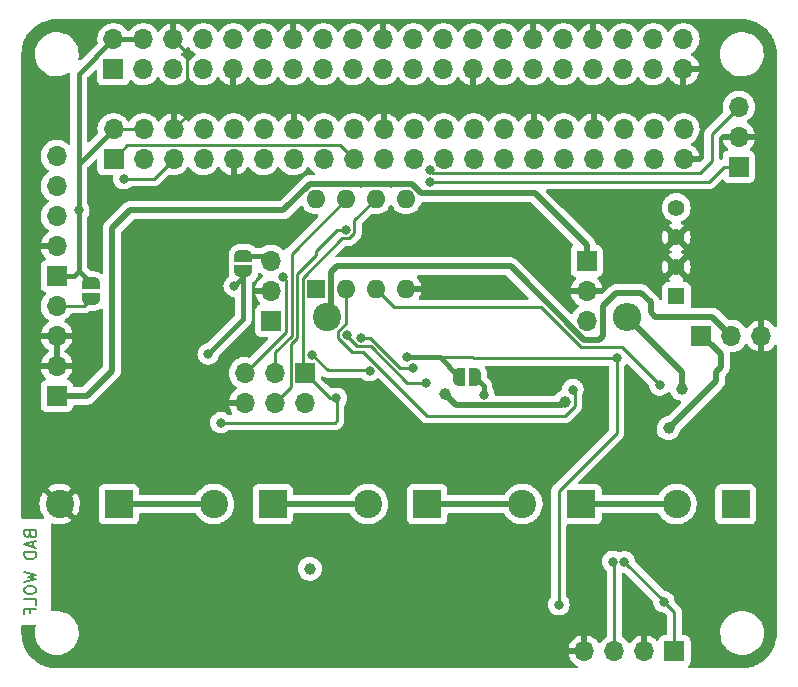
<source format=gbl>
G04 #@! TF.GenerationSoftware,KiCad,Pcbnew,(6.0.0-0)*
G04 #@! TF.CreationDate,2022-05-08T21:10:06-05:00*
G04 #@! TF.ProjectId,ras_pi_supercap_ups,7261735f-7069-45f7-9375-706572636170,rev?*
G04 #@! TF.SameCoordinates,Original*
G04 #@! TF.FileFunction,Copper,L2,Bot*
G04 #@! TF.FilePolarity,Positive*
%FSLAX46Y46*%
G04 Gerber Fmt 4.6, Leading zero omitted, Abs format (unit mm)*
G04 Created by KiCad (PCBNEW (6.0.0-0)) date 2022-05-08 21:10:06*
%MOMM*%
%LPD*%
G01*
G04 APERTURE LIST*
G04 Aperture macros list*
%AMFreePoly0*
4,1,22,0.500000,-0.750000,0.000000,-0.750000,0.000000,-0.745033,-0.079941,-0.743568,-0.215256,-0.701293,-0.333266,-0.622738,-0.424486,-0.514219,-0.481581,-0.384460,-0.499164,-0.250000,-0.500000,-0.250000,-0.500000,0.250000,-0.499164,0.250000,-0.499963,0.256109,-0.478152,0.396186,-0.417904,0.524511,-0.324060,0.630769,-0.204165,0.706417,-0.067858,0.745374,0.000000,0.744959,0.000000,0.750000,
0.500000,0.750000,0.500000,-0.750000,0.500000,-0.750000,$1*%
%AMFreePoly1*
4,1,20,0.000000,0.744959,0.073905,0.744508,0.209726,0.703889,0.328688,0.626782,0.421226,0.519385,0.479903,0.390333,0.500000,0.250000,0.500000,-0.250000,0.499851,-0.262216,0.476331,-0.402017,0.414519,-0.529596,0.319384,-0.634700,0.198574,-0.708877,0.061801,-0.746166,0.000000,-0.745033,0.000000,-0.750000,-0.500000,-0.750000,-0.500000,0.750000,0.000000,0.750000,0.000000,0.744959,
0.000000,0.744959,$1*%
G04 Aperture macros list end*
%ADD10C,0.150000*%
G04 #@! TA.AperFunction,NonConductor*
%ADD11C,0.150000*%
G04 #@! TD*
G04 #@! TA.AperFunction,ComponentPad*
%ADD12R,1.408000X1.408000*%
G04 #@! TD*
G04 #@! TA.AperFunction,ComponentPad*
%ADD13C,1.408000*%
G04 #@! TD*
G04 #@! TA.AperFunction,ComponentPad*
%ADD14R,2.400000X2.400000*%
G04 #@! TD*
G04 #@! TA.AperFunction,ComponentPad*
%ADD15C,2.400000*%
G04 #@! TD*
G04 #@! TA.AperFunction,ComponentPad*
%ADD16C,1.000000*%
G04 #@! TD*
G04 #@! TA.AperFunction,ComponentPad*
%ADD17R,1.700000X1.700000*%
G04 #@! TD*
G04 #@! TA.AperFunction,ComponentPad*
%ADD18O,1.700000X1.700000*%
G04 #@! TD*
G04 #@! TA.AperFunction,ComponentPad*
%ADD19R,1.600000X1.600000*%
G04 #@! TD*
G04 #@! TA.AperFunction,ComponentPad*
%ADD20O,1.600000X1.600000*%
G04 #@! TD*
G04 #@! TA.AperFunction,ComponentPad*
%ADD21O,2.400000X2.400000*%
G04 #@! TD*
G04 #@! TA.AperFunction,SMDPad,CuDef*
%ADD22FreePoly0,270.000000*%
G04 #@! TD*
G04 #@! TA.AperFunction,SMDPad,CuDef*
%ADD23FreePoly1,270.000000*%
G04 #@! TD*
G04 #@! TA.AperFunction,SMDPad,CuDef*
%ADD24FreePoly0,180.000000*%
G04 #@! TD*
G04 #@! TA.AperFunction,SMDPad,CuDef*
%ADD25FreePoly1,180.000000*%
G04 #@! TD*
G04 #@! TA.AperFunction,ViaPad*
%ADD26C,1.000000*%
G04 #@! TD*
G04 #@! TA.AperFunction,ViaPad*
%ADD27C,0.800000*%
G04 #@! TD*
G04 #@! TA.AperFunction,Conductor*
%ADD28C,0.250000*%
G04 #@! TD*
G04 #@! TA.AperFunction,Conductor*
%ADD29C,0.500000*%
G04 #@! TD*
G04 #@! TA.AperFunction,Conductor*
%ADD30C,0.400000*%
G04 #@! TD*
G04 APERTURE END LIST*
D10*
D11*
X51236571Y-144153333D02*
X51284190Y-144296190D01*
X51331809Y-144343809D01*
X51427047Y-144391428D01*
X51569904Y-144391428D01*
X51665142Y-144343809D01*
X51712761Y-144296190D01*
X51760380Y-144200952D01*
X51760380Y-143820000D01*
X50760380Y-143820000D01*
X50760380Y-144153333D01*
X50808000Y-144248571D01*
X50855619Y-144296190D01*
X50950857Y-144343809D01*
X51046095Y-144343809D01*
X51141333Y-144296190D01*
X51188952Y-144248571D01*
X51236571Y-144153333D01*
X51236571Y-143820000D01*
X51474666Y-144772380D02*
X51474666Y-145248571D01*
X51760380Y-144677142D02*
X50760380Y-145010476D01*
X51760380Y-145343809D01*
X51760380Y-145677142D02*
X50760380Y-145677142D01*
X50760380Y-145915238D01*
X50808000Y-146058095D01*
X50903238Y-146153333D01*
X50998476Y-146200952D01*
X51188952Y-146248571D01*
X51331809Y-146248571D01*
X51522285Y-146200952D01*
X51617523Y-146153333D01*
X51712761Y-146058095D01*
X51760380Y-145915238D01*
X51760380Y-145677142D01*
X50760380Y-147343809D02*
X51760380Y-147581904D01*
X51046095Y-147772380D01*
X51760380Y-147962857D01*
X50760380Y-148200952D01*
X50760380Y-148772380D02*
X50760380Y-148962857D01*
X50808000Y-149058095D01*
X50903238Y-149153333D01*
X51093714Y-149200952D01*
X51427047Y-149200952D01*
X51617523Y-149153333D01*
X51712761Y-149058095D01*
X51760380Y-148962857D01*
X51760380Y-148772380D01*
X51712761Y-148677142D01*
X51617523Y-148581904D01*
X51427047Y-148534285D01*
X51093714Y-148534285D01*
X50903238Y-148581904D01*
X50808000Y-148677142D01*
X50760380Y-148772380D01*
X51760380Y-150105714D02*
X51760380Y-149629523D01*
X50760380Y-149629523D01*
X51236571Y-150772380D02*
X51236571Y-150439047D01*
X51760380Y-150439047D02*
X50760380Y-150439047D01*
X50760380Y-150915238D01*
D12*
X105960000Y-123990000D03*
D13*
X105960000Y-121490000D03*
X105960000Y-118990000D03*
X105960000Y-116490000D03*
D14*
X84863022Y-141590000D03*
D15*
X79863022Y-141590000D03*
D16*
X74930000Y-147066000D03*
D14*
X110980000Y-141590000D03*
D15*
X105980000Y-141590000D03*
D17*
X98368000Y-121000000D03*
D18*
X98368000Y-123540000D03*
X98368000Y-126080000D03*
D17*
X105805000Y-154040000D03*
D18*
X103265000Y-154040000D03*
X100725000Y-154040000D03*
X98185000Y-154040000D03*
D17*
X74520000Y-130500000D03*
D18*
X74520000Y-133040000D03*
X71980000Y-130500000D03*
X71980000Y-133040000D03*
X69440000Y-130500000D03*
X69440000Y-133040000D03*
D14*
X58746044Y-141590000D03*
D15*
X53746044Y-141590000D03*
D17*
X53501000Y-132440000D03*
D18*
X53501000Y-129900000D03*
X53501000Y-127360000D03*
X53501000Y-124820000D03*
D14*
X71804533Y-141590000D03*
D15*
X66804533Y-141590000D03*
D17*
X111252000Y-113030000D03*
D18*
X111252000Y-110490000D03*
X111252000Y-107950000D03*
D19*
X75450000Y-123350000D03*
D20*
X77990000Y-123350000D03*
X80530000Y-123350000D03*
X83070000Y-123350000D03*
X83070000Y-115730000D03*
X80530000Y-115730000D03*
X77990000Y-115730000D03*
X75450000Y-115730000D03*
D17*
X53501000Y-122280000D03*
D18*
X53501000Y-119740000D03*
X53501000Y-117200000D03*
X53501000Y-114660000D03*
X53501000Y-112120000D03*
D17*
X71645000Y-126075000D03*
D18*
X71645000Y-123535000D03*
X71645000Y-120995000D03*
D17*
X108085000Y-127340000D03*
D18*
X110625000Y-127340000D03*
X113165000Y-127340000D03*
D14*
X97921511Y-141590000D03*
D15*
X92921511Y-141590000D03*
D17*
X58300000Y-104770000D03*
D18*
X58300000Y-102230000D03*
X60840000Y-104770000D03*
X60840000Y-102230000D03*
X63380000Y-104770000D03*
X63380000Y-102230000D03*
X65920000Y-104770000D03*
X65920000Y-102230000D03*
X68460000Y-104770000D03*
X68460000Y-102230000D03*
X71000000Y-104770000D03*
X71000000Y-102230000D03*
X73540000Y-104770000D03*
X73540000Y-102230000D03*
X76080000Y-104770000D03*
X76080000Y-102230000D03*
X78620000Y-104770000D03*
X78620000Y-102230000D03*
X81160000Y-104770000D03*
X81160000Y-102230000D03*
X83700000Y-104770000D03*
X83700000Y-102230000D03*
X86240000Y-104770000D03*
X86240000Y-102230000D03*
X88780000Y-104770000D03*
X88780000Y-102230000D03*
X91320000Y-104770000D03*
X91320000Y-102230000D03*
X93860000Y-104770000D03*
X93860000Y-102230000D03*
X96400000Y-104770000D03*
X96400000Y-102230000D03*
X98940000Y-104770000D03*
X98940000Y-102230000D03*
X101480000Y-104770000D03*
X101480000Y-102230000D03*
X104020000Y-104770000D03*
X104020000Y-102230000D03*
X106560000Y-104770000D03*
X106560000Y-102230000D03*
D15*
X76350000Y-125760000D03*
D21*
X101750000Y-125760000D03*
D22*
X56388000Y-122906000D03*
D23*
X56388000Y-124206000D03*
D22*
X69310000Y-120580000D03*
D23*
X69310000Y-121880000D03*
D17*
X58310000Y-112390000D03*
D18*
X58310000Y-109850000D03*
X60850000Y-112390000D03*
X60850000Y-109850000D03*
X63390000Y-112390000D03*
X63390000Y-109850000D03*
X65930000Y-112390000D03*
X65930000Y-109850000D03*
X68470000Y-112390000D03*
X68470000Y-109850000D03*
X71010000Y-112390000D03*
X71010000Y-109850000D03*
X73550000Y-112390000D03*
X73550000Y-109850000D03*
X76090000Y-112390000D03*
X76090000Y-109850000D03*
X78630000Y-112390000D03*
X78630000Y-109850000D03*
X81170000Y-112390000D03*
X81170000Y-109850000D03*
X83710000Y-112390000D03*
X83710000Y-109850000D03*
X86250000Y-112390000D03*
X86250000Y-109850000D03*
X88790000Y-112390000D03*
X88790000Y-109850000D03*
X91330000Y-112390000D03*
X91330000Y-109850000D03*
X93870000Y-112390000D03*
X93870000Y-109850000D03*
X96410000Y-112390000D03*
X96410000Y-109850000D03*
X98950000Y-112390000D03*
X98950000Y-109850000D03*
X101490000Y-112390000D03*
X101490000Y-109850000D03*
X104030000Y-112390000D03*
X104030000Y-109850000D03*
X106570000Y-112390000D03*
X106570000Y-109850000D03*
D24*
X88900000Y-130810000D03*
D25*
X87600000Y-130810000D03*
D26*
X105300000Y-135170000D03*
D27*
X94488000Y-154940000D03*
X67680000Y-115030000D03*
X92710000Y-136398000D03*
X104140000Y-144272000D03*
X111640000Y-130360000D03*
X102616000Y-151130000D03*
X111760000Y-145288000D03*
X108204000Y-151384000D03*
X101600000Y-136652000D03*
X90678000Y-136398000D03*
X113792000Y-110236000D03*
X112776000Y-138430000D03*
X88646000Y-136398000D03*
X84582000Y-149098000D03*
X109220000Y-116078000D03*
X83820000Y-135890000D03*
X108966000Y-101092000D03*
X102080000Y-130760000D03*
X104394000Y-138430000D03*
X109220000Y-106426000D03*
X98552000Y-145288000D03*
X78232000Y-135890000D03*
X55370000Y-116710000D03*
X75110000Y-128930000D03*
X79982712Y-130283310D03*
X59182000Y-114046000D03*
X77970000Y-118359500D03*
X96012000Y-150114000D03*
X100930000Y-129230000D03*
X83174627Y-129172927D03*
X68530000Y-123130000D03*
X66330000Y-128880000D03*
X72655989Y-122330000D03*
X97200000Y-131890000D03*
X77180000Y-132630000D03*
X67410000Y-134690000D03*
X104545980Y-131495349D03*
D26*
X106426000Y-131826000D03*
X86354500Y-132229515D03*
X96540000Y-132910000D03*
D27*
X101560000Y-146480000D03*
X83673381Y-130039096D03*
X104902000Y-149860000D03*
X79248000Y-127508000D03*
X100560578Y-146467349D03*
X78072946Y-127266232D03*
X84790000Y-131300000D03*
X85094299Y-114304299D03*
X85090000Y-113284000D03*
X89666000Y-132330000D03*
D28*
X83157696Y-131300000D02*
X84790000Y-131300000D01*
X78072946Y-127357546D02*
X78947901Y-128232501D01*
X78947901Y-128232501D02*
X80090197Y-128232501D01*
X80090197Y-128232501D02*
X83157696Y-131300000D01*
X78072946Y-127266232D02*
X78072946Y-127357546D01*
D29*
X96270499Y-133179501D02*
X87304486Y-133179501D01*
X96540000Y-132910000D02*
X96270499Y-133179501D01*
X87304486Y-133179501D02*
X86354500Y-132229515D01*
D28*
X77990000Y-126324578D02*
X77990000Y-123350000D01*
X97364511Y-132054511D02*
X97364511Y-133251525D01*
X97364511Y-133251525D02*
X96504036Y-134112000D01*
X77348445Y-126966133D02*
X77990000Y-126324578D01*
X77348445Y-127566331D02*
X77348445Y-126966133D01*
X96504036Y-134112000D02*
X84836000Y-134112000D01*
X78464126Y-128682012D02*
X77348445Y-127566331D01*
X97200000Y-131890000D02*
X97364511Y-132054511D01*
X79406012Y-128682012D02*
X78464126Y-128682012D01*
X84836000Y-134112000D02*
X79406012Y-128682012D01*
D29*
X109719022Y-130019496D02*
X109330000Y-130408518D01*
X108785978Y-128040978D02*
X108899496Y-128040978D01*
X108085000Y-127340000D02*
X108785978Y-128040978D01*
X109330000Y-130408518D02*
X109330000Y-131140000D01*
X108899496Y-128040978D02*
X109719022Y-128860505D01*
X109719022Y-128860505D02*
X109719022Y-130019496D01*
X109330000Y-131140000D02*
X105300000Y-135170000D01*
X72692924Y-116720000D02*
X59690000Y-116720000D01*
X74932435Y-114480489D02*
X72692924Y-116720000D01*
X59690000Y-116720000D02*
X58166000Y-118244000D01*
X81820489Y-114554000D02*
X81746978Y-114480489D01*
X79248000Y-114554000D02*
X79174489Y-114480489D01*
X84319511Y-115212435D02*
X83587565Y-114480489D01*
X56028000Y-132440000D02*
X53501000Y-132440000D01*
X81894000Y-114480489D02*
X81820489Y-114554000D01*
X98368000Y-119650000D02*
X93988000Y-115270000D01*
X93988000Y-115270000D02*
X84319511Y-115270000D01*
X84319511Y-115270000D02*
X84319511Y-115212435D01*
X83587565Y-114480489D02*
X81894000Y-114480489D01*
X79174489Y-114480489D02*
X74932435Y-114480489D01*
X58166000Y-118244000D02*
X58166000Y-130302000D01*
X81746978Y-114480489D02*
X79321511Y-114480489D01*
X98368000Y-121000000D02*
X98368000Y-119650000D01*
X58166000Y-130302000D02*
X56028000Y-132440000D01*
X79321511Y-114480489D02*
X79248000Y-114554000D01*
D28*
X64554511Y-103404511D02*
X64554511Y-108685489D01*
X63380000Y-102230000D02*
X64554511Y-103404511D01*
X64554511Y-108685489D02*
X63390000Y-109850000D01*
D30*
X55370000Y-105160000D02*
X55370000Y-116710000D01*
D28*
X60850000Y-109850000D02*
X58310000Y-109850000D01*
D30*
X54978000Y-122280000D02*
X53501000Y-122280000D01*
X55370000Y-121888000D02*
X56388000Y-122906000D01*
X58300000Y-102230000D02*
X60840000Y-102230000D01*
X58300000Y-102230000D02*
X55370000Y-105160000D01*
X55370000Y-116710000D02*
X55370000Y-121888000D01*
X55370000Y-112790000D02*
X58310000Y-109850000D01*
X55370000Y-121888000D02*
X54978000Y-122280000D01*
D28*
X80010000Y-130256022D02*
X79982712Y-130283310D01*
X75110000Y-128930000D02*
X76436022Y-130256022D01*
X73380489Y-127324237D02*
X73380489Y-120379068D01*
X73380489Y-120379068D02*
X77990000Y-115769557D01*
X71980000Y-128724726D02*
X73380489Y-127324237D01*
X71980000Y-130500000D02*
X71980000Y-128724726D01*
X76436022Y-130256022D02*
X80010000Y-130256022D01*
X73875978Y-122254022D02*
X73875978Y-122074022D01*
X71980000Y-133040000D02*
X73345489Y-131674511D01*
X77241778Y-118359500D02*
X77970000Y-118359500D01*
X75470000Y-120131278D02*
X77241778Y-118359500D01*
X73345489Y-127994941D02*
X73830000Y-127510430D01*
X59182000Y-114046000D02*
X61734000Y-114046000D01*
X73345489Y-131674511D02*
X73345489Y-127994941D01*
X61734000Y-114046000D02*
X63390000Y-112390000D01*
X73830000Y-122300000D02*
X73875978Y-122254022D01*
X73875978Y-122074022D02*
X75470000Y-120480000D01*
X75470000Y-120480000D02*
X75470000Y-120131278D01*
X73830000Y-127510430D02*
X73830000Y-122300000D01*
D30*
X85962927Y-129172927D02*
X83174627Y-129172927D01*
X69310000Y-122350000D02*
X68530000Y-123130000D01*
D28*
X100930000Y-135532489D02*
X96012000Y-140450489D01*
X96012000Y-140450489D02*
X96012000Y-150114000D01*
X88713987Y-129172927D02*
X85962927Y-129172927D01*
X88771060Y-129230000D02*
X88713987Y-129172927D01*
D30*
X69310000Y-121880000D02*
X69310000Y-125900000D01*
X69310000Y-125900000D02*
X66330000Y-128880000D01*
D28*
X100930000Y-129230000D02*
X88771060Y-129230000D01*
D30*
X87600000Y-130810000D02*
X85962927Y-129172927D01*
D28*
X100930000Y-129230000D02*
X100930000Y-135532489D01*
X72930978Y-127009022D02*
X72930978Y-122604989D01*
X72930978Y-122604989D02*
X72655989Y-122330000D01*
X69440000Y-130500000D02*
X72930978Y-127009022D01*
X67410000Y-134690000D02*
X77040000Y-134690000D01*
X77220000Y-134510000D02*
X77220000Y-132670000D01*
X77180000Y-132630000D02*
X76650000Y-132630000D01*
X77040000Y-134690000D02*
X77220000Y-134510000D01*
X78694501Y-117565499D02*
X80530000Y-115730000D01*
X78270099Y-119084001D02*
X78694501Y-118659599D01*
X77649901Y-119084001D02*
X78270099Y-119084001D01*
X74325489Y-130305489D02*
X74325489Y-122408413D01*
X76650000Y-132630000D02*
X74520000Y-130500000D01*
X78694501Y-118659599D02*
X78694501Y-117565499D01*
X74325489Y-122408413D02*
X77649901Y-119084001D01*
X77220000Y-132670000D02*
X77180000Y-132630000D01*
X82085489Y-124905489D02*
X80530000Y-123350000D01*
X94543220Y-124905489D02*
X82085489Y-124905489D01*
X101325142Y-128274511D02*
X97912242Y-128274511D01*
X104545980Y-131495349D02*
X101325142Y-128274511D01*
X97912242Y-128274511D02*
X94543220Y-124905489D01*
D29*
X84863022Y-141590000D02*
X92921511Y-141590000D01*
X106426000Y-130436000D02*
X106426000Y-131826000D01*
X101750000Y-125760000D02*
X106426000Y-130436000D01*
D28*
X55774000Y-124820000D02*
X56388000Y-124206000D01*
X53501000Y-124820000D02*
X55774000Y-124820000D01*
D29*
X97921511Y-141590000D02*
X105980000Y-141590000D01*
X71804533Y-141590000D02*
X79863022Y-141590000D01*
X58746044Y-141590000D02*
X66804533Y-141590000D01*
D30*
X71230000Y-120580000D02*
X69310000Y-120580000D01*
D28*
X105805000Y-154040000D02*
X105805000Y-150763000D01*
X79248000Y-127508000D02*
X80010000Y-127508000D01*
X80010000Y-127508000D02*
X80301499Y-127799499D01*
X105805000Y-150763000D02*
X104902000Y-149860000D01*
X80979901Y-128486501D02*
X80988501Y-128486501D01*
X82541096Y-130039096D02*
X83673381Y-130039096D01*
X101560000Y-146480000D02*
X104902000Y-149822000D01*
X104902000Y-149822000D02*
X104902000Y-149860000D01*
X80988501Y-128486501D02*
X82541096Y-130039096D01*
X80301499Y-127799499D02*
X80301499Y-127808099D01*
X80301499Y-127808099D02*
X80979901Y-128486501D01*
X100725000Y-146631771D02*
X100560578Y-146467349D01*
X100725000Y-154040000D02*
X100725000Y-146631771D01*
X109982000Y-113030000D02*
X108707701Y-114304299D01*
X111252000Y-113030000D02*
X109982000Y-113030000D01*
X108707701Y-114304299D02*
X85094299Y-114304299D01*
X108966000Y-112522000D02*
X108966000Y-110236000D01*
X85090000Y-113284000D02*
X85370511Y-113564511D01*
X85370511Y-113564511D02*
X107923489Y-113564511D01*
X108966000Y-110236000D02*
X111252000Y-107950000D01*
X107923489Y-113564511D02*
X108966000Y-112522000D01*
X59484511Y-111215489D02*
X77455489Y-111215489D01*
X58310000Y-112390000D02*
X59484511Y-111215489D01*
X77455489Y-111215489D02*
X78630000Y-112390000D01*
D29*
X103000000Y-123730000D02*
X100890000Y-123730000D01*
X99410000Y-127700000D02*
X98150213Y-127700000D01*
X103790000Y-125340000D02*
X103790000Y-124520000D01*
X91920213Y-121470000D02*
X77190000Y-121470000D01*
X99780000Y-127330000D02*
X99410000Y-127700000D01*
X77190000Y-121470000D02*
X76699511Y-121960489D01*
X98150213Y-127700000D02*
X91920213Y-121470000D01*
X104160000Y-125710000D02*
X103790000Y-125340000D01*
X100890000Y-123730000D02*
X99780000Y-124840000D01*
X76699511Y-121960489D02*
X76699511Y-125410489D01*
X103790000Y-124520000D02*
X103000000Y-123730000D01*
X99780000Y-124840000D02*
X99780000Y-127330000D01*
X110625000Y-127340000D02*
X108995000Y-125710000D01*
X108995000Y-125710000D02*
X104160000Y-125710000D01*
D30*
X89666000Y-132330000D02*
X89666000Y-131576000D01*
X89666000Y-131576000D02*
X88900000Y-130810000D01*
G04 #@! TA.AperFunction,Conductor*
G36*
X111470057Y-100509500D02*
G01*
X111484858Y-100511805D01*
X111484861Y-100511805D01*
X111493730Y-100513186D01*
X111502631Y-100512022D01*
X111502635Y-100512022D01*
X111512411Y-100510743D01*
X111535343Y-100509852D01*
X111806149Y-100524044D01*
X111819265Y-100525422D01*
X112115550Y-100572349D01*
X112128450Y-100575091D01*
X112418205Y-100652731D01*
X112430742Y-100656805D01*
X112678762Y-100752011D01*
X112710787Y-100764304D01*
X112722835Y-100769668D01*
X112990117Y-100905855D01*
X113001538Y-100912449D01*
X113253121Y-101075828D01*
X113263791Y-101083581D01*
X113496908Y-101272355D01*
X113506709Y-101281180D01*
X113718820Y-101493291D01*
X113727645Y-101503092D01*
X113916419Y-101736209D01*
X113924172Y-101746879D01*
X114087551Y-101998462D01*
X114094145Y-102009883D01*
X114230332Y-102277165D01*
X114235696Y-102289213D01*
X114335352Y-102548824D01*
X114343193Y-102569251D01*
X114347269Y-102581795D01*
X114424909Y-102871550D01*
X114427651Y-102884450D01*
X114463263Y-103109292D01*
X114474578Y-103180735D01*
X114475956Y-103193851D01*
X114489546Y-103453167D01*
X114489764Y-103457330D01*
X114488436Y-103483312D01*
X114488195Y-103484856D01*
X114488195Y-103484860D01*
X114486814Y-103493730D01*
X114487978Y-103502632D01*
X114487978Y-103502635D01*
X114490936Y-103525251D01*
X114492000Y-103541589D01*
X114492000Y-126464243D01*
X114471998Y-126532364D01*
X114418342Y-126578857D01*
X114348068Y-126588961D01*
X114283488Y-126559467D01*
X114260208Y-126532683D01*
X114247427Y-126512926D01*
X114241136Y-126504757D01*
X114097806Y-126347240D01*
X114090273Y-126340215D01*
X113923139Y-126208222D01*
X113914552Y-126202517D01*
X113728117Y-126099599D01*
X113718705Y-126095369D01*
X113517959Y-126024280D01*
X113507988Y-126021646D01*
X113436837Y-126008972D01*
X113423540Y-126010432D01*
X113419000Y-126024989D01*
X113419000Y-128658517D01*
X113423064Y-128672359D01*
X113436478Y-128674393D01*
X113443184Y-128673534D01*
X113453262Y-128671392D01*
X113657255Y-128610191D01*
X113666842Y-128606433D01*
X113858095Y-128512739D01*
X113866945Y-128507464D01*
X114040328Y-128383792D01*
X114048200Y-128377139D01*
X114199052Y-128226812D01*
X114205723Y-128218972D01*
X114263677Y-128138321D01*
X114319672Y-128094673D01*
X114390375Y-128088227D01*
X114453340Y-128121030D01*
X114488574Y-128182666D01*
X114492000Y-128211847D01*
X114492000Y-152450672D01*
X114490500Y-152470056D01*
X114486814Y-152493730D01*
X114487978Y-152502631D01*
X114487978Y-152502635D01*
X114489257Y-152512411D01*
X114490148Y-152535343D01*
X114475956Y-152806148D01*
X114474578Y-152819264D01*
X114434430Y-153072750D01*
X114427651Y-153115550D01*
X114424909Y-153128450D01*
X114353957Y-153393247D01*
X114347269Y-153418205D01*
X114343195Y-153430742D01*
X114295312Y-153555482D01*
X114235696Y-153710787D01*
X114230332Y-153722835D01*
X114094145Y-153990117D01*
X114087551Y-154001538D01*
X113924172Y-154253121D01*
X113916419Y-154263791D01*
X113727645Y-154496908D01*
X113718820Y-154506709D01*
X113506709Y-154718820D01*
X113496908Y-154727645D01*
X113263791Y-154916419D01*
X113253121Y-154924172D01*
X113001538Y-155087551D01*
X112990117Y-155094145D01*
X112722835Y-155230332D01*
X112710786Y-155235696D01*
X112430742Y-155343195D01*
X112418206Y-155347269D01*
X112301150Y-155378634D01*
X112128450Y-155424909D01*
X112115550Y-155427651D01*
X111941954Y-155455146D01*
X111819265Y-155474578D01*
X111806149Y-155475956D01*
X111542666Y-155489764D01*
X111516688Y-155488436D01*
X111515144Y-155488195D01*
X111515140Y-155488195D01*
X111506270Y-155486814D01*
X111497368Y-155487978D01*
X111497365Y-155487978D01*
X111474749Y-155490936D01*
X111458411Y-155492000D01*
X107077931Y-155492000D01*
X107009810Y-155471998D01*
X106963317Y-155418342D01*
X106953213Y-155348068D01*
X106982707Y-155283488D01*
X107002364Y-155265175D01*
X107011082Y-155258641D01*
X107018261Y-155253261D01*
X107105615Y-155136705D01*
X107156745Y-155000316D01*
X107163500Y-154938134D01*
X107163500Y-153141866D01*
X107156745Y-153079684D01*
X107105615Y-152943295D01*
X107018261Y-152826739D01*
X106901705Y-152739385D01*
X106765316Y-152688255D01*
X106703134Y-152681500D01*
X106564500Y-152681500D01*
X106496379Y-152661498D01*
X106449886Y-152607842D01*
X106438500Y-152555500D01*
X106438500Y-152542277D01*
X109677009Y-152542277D01*
X109702625Y-152810769D01*
X109703710Y-152815203D01*
X109703711Y-152815209D01*
X109754893Y-153024373D01*
X109766731Y-153072750D01*
X109867985Y-153322733D01*
X110004265Y-153555482D01*
X110116377Y-153695671D01*
X110124686Y-153706060D01*
X110172716Y-153766119D01*
X110369809Y-153950234D01*
X110591416Y-154103968D01*
X110595499Y-154105999D01*
X110595502Y-154106001D01*
X110596686Y-154106590D01*
X110832894Y-154224101D01*
X110837228Y-154225522D01*
X110837231Y-154225523D01*
X111084853Y-154306698D01*
X111084859Y-154306699D01*
X111089186Y-154308118D01*
X111093677Y-154308898D01*
X111093678Y-154308898D01*
X111351140Y-154353601D01*
X111351148Y-154353602D01*
X111354921Y-154354257D01*
X111358758Y-154354448D01*
X111438578Y-154358422D01*
X111438586Y-154358422D01*
X111440149Y-154358500D01*
X111608512Y-154358500D01*
X111610780Y-154358335D01*
X111610792Y-154358335D01*
X111741884Y-154348823D01*
X111809004Y-154343953D01*
X111813459Y-154342969D01*
X111813462Y-154342969D01*
X112067912Y-154286791D01*
X112067916Y-154286790D01*
X112072372Y-154285806D01*
X112220422Y-154229715D01*
X112320318Y-154191868D01*
X112320321Y-154191867D01*
X112324588Y-154190250D01*
X112560368Y-154059286D01*
X112774773Y-153895657D01*
X112963312Y-153702792D01*
X113122034Y-153484730D01*
X113198145Y-153340066D01*
X113245490Y-153250079D01*
X113245493Y-153250073D01*
X113247615Y-153246039D01*
X113259309Y-153212926D01*
X113335902Y-152996033D01*
X113335902Y-152996032D01*
X113337425Y-152991720D01*
X113369942Y-152826739D01*
X113388700Y-152731572D01*
X113388701Y-152731566D01*
X113389581Y-152727100D01*
X113390411Y-152710432D01*
X113402764Y-152462292D01*
X113402764Y-152462286D01*
X113402991Y-152457723D01*
X113377375Y-152189231D01*
X113332042Y-152003967D01*
X113314355Y-151931688D01*
X113313269Y-151927250D01*
X113212015Y-151677267D01*
X113075735Y-151444518D01*
X112957928Y-151297208D01*
X112910136Y-151237447D01*
X112910135Y-151237445D01*
X112907284Y-151233881D01*
X112710191Y-151049766D01*
X112488584Y-150896032D01*
X112484501Y-150894001D01*
X112484498Y-150893999D01*
X112319606Y-150811967D01*
X112247106Y-150775899D01*
X112242772Y-150774478D01*
X112242769Y-150774477D01*
X111995147Y-150693302D01*
X111995141Y-150693301D01*
X111990814Y-150691882D01*
X111986322Y-150691102D01*
X111728860Y-150646399D01*
X111728852Y-150646398D01*
X111725079Y-150645743D01*
X111713817Y-150645182D01*
X111641422Y-150641578D01*
X111641414Y-150641578D01*
X111639851Y-150641500D01*
X111471488Y-150641500D01*
X111469220Y-150641665D01*
X111469208Y-150641665D01*
X111341327Y-150650944D01*
X111270996Y-150656047D01*
X111266541Y-150657031D01*
X111266538Y-150657031D01*
X111012088Y-150713209D01*
X111012084Y-150713210D01*
X111007628Y-150714194D01*
X110994386Y-150719211D01*
X110759682Y-150808132D01*
X110759679Y-150808133D01*
X110755412Y-150809750D01*
X110519632Y-150940714D01*
X110305227Y-151104343D01*
X110116688Y-151297208D01*
X109957966Y-151515270D01*
X109955844Y-151519304D01*
X109834510Y-151749921D01*
X109834507Y-151749927D01*
X109832385Y-151753961D01*
X109830865Y-151758266D01*
X109830863Y-151758270D01*
X109759959Y-151959052D01*
X109742575Y-152008280D01*
X109690419Y-152272900D01*
X109690192Y-152277453D01*
X109690192Y-152277456D01*
X109677640Y-152529611D01*
X109677009Y-152542277D01*
X106438500Y-152542277D01*
X106438500Y-150841767D01*
X106439027Y-150830584D01*
X106440702Y-150823091D01*
X106440353Y-150811967D01*
X106438562Y-150755001D01*
X106438500Y-150751043D01*
X106438500Y-150723144D01*
X106437996Y-150719153D01*
X106437063Y-150707311D01*
X106435923Y-150671036D01*
X106435674Y-150663111D01*
X106433462Y-150655497D01*
X106433461Y-150655492D01*
X106430023Y-150643659D01*
X106426012Y-150624295D01*
X106424467Y-150612064D01*
X106423474Y-150604203D01*
X106420557Y-150596836D01*
X106420556Y-150596831D01*
X106407198Y-150563092D01*
X106403354Y-150551865D01*
X106393230Y-150517022D01*
X106391018Y-150509407D01*
X106380707Y-150491972D01*
X106372012Y-150474224D01*
X106364552Y-150455383D01*
X106338564Y-150419613D01*
X106332048Y-150409693D01*
X106313580Y-150378465D01*
X106313578Y-150378462D01*
X106309542Y-150371638D01*
X106295221Y-150357317D01*
X106282380Y-150342283D01*
X106275131Y-150332306D01*
X106270472Y-150325893D01*
X106264367Y-150320842D01*
X106264362Y-150320837D01*
X106236402Y-150297706D01*
X106227624Y-150289719D01*
X105849122Y-149911218D01*
X105815097Y-149848905D01*
X105812907Y-149835292D01*
X105796232Y-149676635D01*
X105796232Y-149676633D01*
X105795542Y-149670072D01*
X105736527Y-149488444D01*
X105641040Y-149323056D01*
X105513253Y-149181134D01*
X105358752Y-149068882D01*
X105352724Y-149066198D01*
X105352722Y-149066197D01*
X105190319Y-148993891D01*
X105190318Y-148993891D01*
X105184288Y-148991206D01*
X105090887Y-148971353D01*
X105003944Y-148952872D01*
X105003939Y-148952872D01*
X104997487Y-148951500D01*
X104979594Y-148951500D01*
X104911473Y-148931498D01*
X104890499Y-148914595D01*
X102507122Y-146531217D01*
X102473096Y-146468905D01*
X102470907Y-146455292D01*
X102454232Y-146296635D01*
X102454232Y-146296633D01*
X102453542Y-146290072D01*
X102394527Y-146108444D01*
X102299040Y-145943056D01*
X102171253Y-145801134D01*
X102016752Y-145688882D01*
X102010724Y-145686198D01*
X102010722Y-145686197D01*
X101848319Y-145613891D01*
X101848318Y-145613891D01*
X101842288Y-145611206D01*
X101748887Y-145591353D01*
X101661944Y-145572872D01*
X101661939Y-145572872D01*
X101655487Y-145571500D01*
X101464513Y-145571500D01*
X101458061Y-145572872D01*
X101458056Y-145572872D01*
X101371113Y-145591353D01*
X101277712Y-145611206D01*
X101133011Y-145675631D01*
X101124981Y-145679206D01*
X101054614Y-145688640D01*
X101017597Y-145675631D01*
X101017330Y-145676231D01*
X100848897Y-145601240D01*
X100848896Y-145601240D01*
X100842866Y-145598555D01*
X100722038Y-145572872D01*
X100662522Y-145560221D01*
X100662517Y-145560221D01*
X100656065Y-145558849D01*
X100465091Y-145558849D01*
X100458639Y-145560221D01*
X100458634Y-145560221D01*
X100399118Y-145572872D01*
X100278290Y-145598555D01*
X100272260Y-145601240D01*
X100272259Y-145601240D01*
X100109856Y-145673546D01*
X100109854Y-145673547D01*
X100103826Y-145676231D01*
X100098485Y-145680111D01*
X100098484Y-145680112D01*
X100086413Y-145688882D01*
X99949325Y-145788483D01*
X99821538Y-145930405D01*
X99818237Y-145936123D01*
X99739610Y-146072309D01*
X99726051Y-146095793D01*
X99667036Y-146277421D01*
X99666346Y-146283982D01*
X99666346Y-146283984D01*
X99660658Y-146338104D01*
X99647074Y-146467349D01*
X99647764Y-146473914D01*
X99651625Y-146510645D01*
X99667036Y-146657277D01*
X99726051Y-146838905D01*
X99821538Y-147004293D01*
X99949325Y-147146215D01*
X100012198Y-147191895D01*
X100039561Y-147211776D01*
X100082915Y-147267999D01*
X100091500Y-147313712D01*
X100091500Y-152761692D01*
X100071498Y-152829813D01*
X100023683Y-152873453D01*
X99998607Y-152886507D01*
X99994474Y-152889610D01*
X99994471Y-152889612D01*
X99824100Y-153017530D01*
X99819965Y-153020635D01*
X99665629Y-153182138D01*
X99662715Y-153186410D01*
X99662714Y-153186411D01*
X99557898Y-153340066D01*
X99502987Y-153385069D01*
X99432462Y-153393240D01*
X99368715Y-153361986D01*
X99348018Y-153337502D01*
X99267426Y-153212926D01*
X99261136Y-153204757D01*
X99117806Y-153047240D01*
X99110273Y-153040215D01*
X98943139Y-152908222D01*
X98934552Y-152902517D01*
X98748117Y-152799599D01*
X98738705Y-152795369D01*
X98537959Y-152724280D01*
X98527988Y-152721646D01*
X98456837Y-152708972D01*
X98443540Y-152710432D01*
X98439000Y-152724989D01*
X98439000Y-154168000D01*
X98418998Y-154236121D01*
X98365342Y-154282614D01*
X98313000Y-154294000D01*
X96868225Y-154294000D01*
X96854694Y-154297973D01*
X96853257Y-154307966D01*
X96883565Y-154442446D01*
X96886645Y-154452275D01*
X96966770Y-154649603D01*
X96971413Y-154658794D01*
X97082694Y-154840388D01*
X97088777Y-154848699D01*
X97228213Y-155009667D01*
X97235580Y-155016883D01*
X97399434Y-155152916D01*
X97407876Y-155158828D01*
X97576240Y-155257212D01*
X97624963Y-155308851D01*
X97638034Y-155378634D01*
X97611302Y-155444406D01*
X97553255Y-155485284D01*
X97512669Y-155492000D01*
X53549328Y-155492000D01*
X53529943Y-155490500D01*
X53515142Y-155488195D01*
X53515139Y-155488195D01*
X53506270Y-155486814D01*
X53497369Y-155487978D01*
X53497365Y-155487978D01*
X53487589Y-155489257D01*
X53464657Y-155490148D01*
X53193851Y-155475956D01*
X53180735Y-155474578D01*
X53058047Y-155455146D01*
X52884450Y-155427651D01*
X52871550Y-155424909D01*
X52698850Y-155378634D01*
X52581794Y-155347269D01*
X52569258Y-155343195D01*
X52289214Y-155235696D01*
X52277165Y-155230332D01*
X52009883Y-155094145D01*
X51998462Y-155087551D01*
X51746879Y-154924172D01*
X51736209Y-154916419D01*
X51503092Y-154727645D01*
X51493291Y-154718820D01*
X51281180Y-154506709D01*
X51272355Y-154496908D01*
X51083581Y-154263791D01*
X51075828Y-154253121D01*
X50912449Y-154001538D01*
X50905855Y-153990117D01*
X50769668Y-153722835D01*
X50764304Y-153710787D01*
X50704688Y-153555482D01*
X50656805Y-153430742D01*
X50652731Y-153418205D01*
X50646044Y-153393247D01*
X50575091Y-153128450D01*
X50572349Y-153115550D01*
X50565570Y-153072750D01*
X50525422Y-152819264D01*
X50524044Y-152806148D01*
X50521714Y-152761692D01*
X50510236Y-152542666D01*
X50511564Y-152516688D01*
X50511805Y-152515144D01*
X50511805Y-152515140D01*
X50513186Y-152506270D01*
X50511547Y-152493730D01*
X50509064Y-152474749D01*
X50508000Y-152458411D01*
X50508000Y-151917095D01*
X50528002Y-151848974D01*
X50581658Y-151802481D01*
X50634000Y-151791095D01*
X51601151Y-151791095D01*
X51669272Y-151811097D01*
X51715765Y-151864753D01*
X51725869Y-151935027D01*
X51719961Y-151959047D01*
X51702575Y-152008280D01*
X51650419Y-152272900D01*
X51650192Y-152277453D01*
X51650192Y-152277456D01*
X51637640Y-152529611D01*
X51637009Y-152542277D01*
X51662625Y-152810769D01*
X51663710Y-152815203D01*
X51663711Y-152815209D01*
X51714893Y-153024373D01*
X51726731Y-153072750D01*
X51827985Y-153322733D01*
X51964265Y-153555482D01*
X52076377Y-153695671D01*
X52084686Y-153706060D01*
X52132716Y-153766119D01*
X52329809Y-153950234D01*
X52551416Y-154103968D01*
X52555499Y-154105999D01*
X52555502Y-154106001D01*
X52556686Y-154106590D01*
X52792894Y-154224101D01*
X52797228Y-154225522D01*
X52797231Y-154225523D01*
X53044853Y-154306698D01*
X53044859Y-154306699D01*
X53049186Y-154308118D01*
X53053677Y-154308898D01*
X53053678Y-154308898D01*
X53311140Y-154353601D01*
X53311148Y-154353602D01*
X53314921Y-154354257D01*
X53318758Y-154354448D01*
X53398578Y-154358422D01*
X53398586Y-154358422D01*
X53400149Y-154358500D01*
X53568512Y-154358500D01*
X53570780Y-154358335D01*
X53570792Y-154358335D01*
X53701884Y-154348823D01*
X53769004Y-154343953D01*
X53773459Y-154342969D01*
X53773462Y-154342969D01*
X54027912Y-154286791D01*
X54027916Y-154286790D01*
X54032372Y-154285806D01*
X54180422Y-154229715D01*
X54280318Y-154191868D01*
X54280321Y-154191867D01*
X54284588Y-154190250D01*
X54520368Y-154059286D01*
X54734773Y-153895657D01*
X54853522Y-153774183D01*
X96849389Y-153774183D01*
X96850912Y-153782607D01*
X96863292Y-153786000D01*
X97912885Y-153786000D01*
X97928124Y-153781525D01*
X97929329Y-153780135D01*
X97931000Y-153772452D01*
X97931000Y-152723102D01*
X97927082Y-152709758D01*
X97912806Y-152707771D01*
X97874324Y-152713660D01*
X97864288Y-152716051D01*
X97661868Y-152782212D01*
X97652359Y-152786209D01*
X97463463Y-152884542D01*
X97454738Y-152890036D01*
X97284433Y-153017905D01*
X97276726Y-153024748D01*
X97129590Y-153178717D01*
X97123104Y-153186727D01*
X97003098Y-153362649D01*
X96998000Y-153371623D01*
X96908338Y-153564783D01*
X96904775Y-153574470D01*
X96849389Y-153774183D01*
X54853522Y-153774183D01*
X54923312Y-153702792D01*
X55082034Y-153484730D01*
X55158145Y-153340066D01*
X55205490Y-153250079D01*
X55205493Y-153250073D01*
X55207615Y-153246039D01*
X55219309Y-153212926D01*
X55295902Y-152996033D01*
X55295902Y-152996032D01*
X55297425Y-152991720D01*
X55329942Y-152826739D01*
X55348700Y-152731572D01*
X55348701Y-152731566D01*
X55349581Y-152727100D01*
X55350411Y-152710432D01*
X55362764Y-152462292D01*
X55362764Y-152462286D01*
X55362991Y-152457723D01*
X55337375Y-152189231D01*
X55292042Y-152003967D01*
X55274355Y-151931688D01*
X55273269Y-151927250D01*
X55172015Y-151677267D01*
X55035735Y-151444518D01*
X54917928Y-151297208D01*
X54870136Y-151237447D01*
X54870135Y-151237445D01*
X54867284Y-151233881D01*
X54670191Y-151049766D01*
X54448584Y-150896032D01*
X54444501Y-150894001D01*
X54444498Y-150893999D01*
X54279606Y-150811967D01*
X54207106Y-150775899D01*
X54202772Y-150774478D01*
X54202769Y-150774477D01*
X53955147Y-150693302D01*
X53955141Y-150693301D01*
X53950814Y-150691882D01*
X53946322Y-150691102D01*
X53688860Y-150646399D01*
X53688852Y-150646398D01*
X53685079Y-150645743D01*
X53673817Y-150645182D01*
X53601422Y-150641578D01*
X53601414Y-150641578D01*
X53599851Y-150641500D01*
X53431488Y-150641500D01*
X53429220Y-150641665D01*
X53429208Y-150641665D01*
X53301327Y-150650944D01*
X53230996Y-150656047D01*
X53226541Y-150657031D01*
X53226538Y-150657031D01*
X53149164Y-150674114D01*
X53078333Y-150669268D01*
X53021366Y-150626898D01*
X52996349Y-150560455D01*
X52996000Y-150551077D01*
X52996000Y-147051851D01*
X73916719Y-147051851D01*
X73933268Y-147248934D01*
X73987783Y-147439050D01*
X74078187Y-147614956D01*
X74201035Y-147769953D01*
X74351650Y-147898136D01*
X74524294Y-147994624D01*
X74712392Y-148055740D01*
X74908777Y-148079158D01*
X74914912Y-148078686D01*
X74914914Y-148078686D01*
X75099830Y-148064457D01*
X75099834Y-148064456D01*
X75105972Y-148063984D01*
X75296463Y-148010798D01*
X75301967Y-148008018D01*
X75301969Y-148008017D01*
X75467495Y-147924404D01*
X75467497Y-147924403D01*
X75472996Y-147921625D01*
X75628847Y-147799861D01*
X75758078Y-147650145D01*
X75855769Y-147478179D01*
X75918197Y-147290513D01*
X75942985Y-147094295D01*
X75943380Y-147066000D01*
X75924080Y-146869167D01*
X75866916Y-146679831D01*
X75774066Y-146505204D01*
X75703709Y-146418938D01*
X75652960Y-146356713D01*
X75652957Y-146356710D01*
X75649065Y-146351938D01*
X75642724Y-146346692D01*
X75501425Y-146229799D01*
X75501421Y-146229797D01*
X75496675Y-146225870D01*
X75322701Y-146131802D01*
X75133768Y-146073318D01*
X75127643Y-146072674D01*
X75127642Y-146072674D01*
X74943204Y-146053289D01*
X74943202Y-146053289D01*
X74937075Y-146052645D01*
X74854576Y-146060153D01*
X74746251Y-146070011D01*
X74746248Y-146070012D01*
X74740112Y-146070570D01*
X74734206Y-146072308D01*
X74734202Y-146072309D01*
X74654410Y-146095793D01*
X74550381Y-146126410D01*
X74544923Y-146129263D01*
X74544919Y-146129265D01*
X74454147Y-146176720D01*
X74375110Y-146218040D01*
X74220975Y-146341968D01*
X74093846Y-146493474D01*
X74090879Y-146498872D01*
X74090875Y-146498877D01*
X74012095Y-146642180D01*
X73998567Y-146666787D01*
X73996706Y-146672654D01*
X73996705Y-146672656D01*
X73945961Y-146832620D01*
X73938765Y-146855306D01*
X73916719Y-147051851D01*
X52996000Y-147051851D01*
X52996000Y-143314771D01*
X53016002Y-143246650D01*
X53069658Y-143200157D01*
X53139932Y-143190053D01*
X53163541Y-143195816D01*
X53298326Y-143242885D01*
X53307335Y-143245299D01*
X53547562Y-143290908D01*
X53556819Y-143291962D01*
X53801151Y-143301563D01*
X53810464Y-143301237D01*
X54053522Y-143274618D01*
X54062699Y-143272917D01*
X54299151Y-143210665D01*
X54307970Y-143207628D01*
X54532628Y-143111107D01*
X54540900Y-143106800D01*
X54748821Y-142978135D01*
X54750664Y-142976796D01*
X54758082Y-142965541D01*
X54752018Y-142955184D01*
X54634968Y-142838134D01*
X57037544Y-142838134D01*
X57044299Y-142900316D01*
X57095429Y-143036705D01*
X57182783Y-143153261D01*
X57299339Y-143240615D01*
X57435728Y-143291745D01*
X57497910Y-143298500D01*
X59994178Y-143298500D01*
X60056360Y-143291745D01*
X60192749Y-143240615D01*
X60309305Y-143153261D01*
X60396659Y-143036705D01*
X60447789Y-142900316D01*
X60454544Y-142838134D01*
X60454544Y-142474500D01*
X60474546Y-142406379D01*
X60528202Y-142359886D01*
X60580544Y-142348500D01*
X65197151Y-142348500D01*
X65265272Y-142368502D01*
X65308140Y-142414858D01*
X65359558Y-142510551D01*
X65362353Y-142514294D01*
X65362355Y-142514297D01*
X65508704Y-142710282D01*
X65508709Y-142710288D01*
X65511496Y-142714020D01*
X65514805Y-142717300D01*
X65514810Y-142717306D01*
X65647563Y-142848905D01*
X65691840Y-142892797D01*
X65695602Y-142895555D01*
X65695605Y-142895558D01*
X65776925Y-142955184D01*
X65896627Y-143042953D01*
X65900762Y-143045129D01*
X65900766Y-143045131D01*
X66017980Y-143106800D01*
X66121360Y-143161191D01*
X66220511Y-143195816D01*
X66355297Y-143242885D01*
X66361101Y-143244912D01*
X66610583Y-143292278D01*
X66731065Y-143297011D01*
X66859658Y-143302064D01*
X66859663Y-143302064D01*
X66864326Y-143302247D01*
X66955354Y-143292278D01*
X67112102Y-143275112D01*
X67112108Y-143275111D01*
X67116755Y-143274602D01*
X67226213Y-143245784D01*
X67357806Y-143211138D01*
X67362326Y-143209948D01*
X67510982Y-143146081D01*
X67591340Y-143111557D01*
X67591343Y-143111555D01*
X67595643Y-143109708D01*
X67599623Y-143107245D01*
X67599627Y-143107243D01*
X67807597Y-142978547D01*
X67807599Y-142978545D01*
X67811580Y-142976082D01*
X67910359Y-142892460D01*
X67974532Y-142838134D01*
X70096033Y-142838134D01*
X70102788Y-142900316D01*
X70153918Y-143036705D01*
X70241272Y-143153261D01*
X70357828Y-143240615D01*
X70494217Y-143291745D01*
X70556399Y-143298500D01*
X73052667Y-143298500D01*
X73114849Y-143291745D01*
X73251238Y-143240615D01*
X73367794Y-143153261D01*
X73455148Y-143036705D01*
X73506278Y-142900316D01*
X73513033Y-142838134D01*
X73513033Y-142474500D01*
X73533035Y-142406379D01*
X73586691Y-142359886D01*
X73639033Y-142348500D01*
X78255640Y-142348500D01*
X78323761Y-142368502D01*
X78366629Y-142414858D01*
X78418047Y-142510551D01*
X78420842Y-142514294D01*
X78420844Y-142514297D01*
X78567193Y-142710282D01*
X78567198Y-142710288D01*
X78569985Y-142714020D01*
X78573294Y-142717300D01*
X78573299Y-142717306D01*
X78706052Y-142848905D01*
X78750329Y-142892797D01*
X78754091Y-142895555D01*
X78754094Y-142895558D01*
X78835414Y-142955184D01*
X78955116Y-143042953D01*
X78959251Y-143045129D01*
X78959255Y-143045131D01*
X79076469Y-143106800D01*
X79179849Y-143161191D01*
X79279000Y-143195816D01*
X79413786Y-143242885D01*
X79419590Y-143244912D01*
X79669072Y-143292278D01*
X79789554Y-143297011D01*
X79918147Y-143302064D01*
X79918152Y-143302064D01*
X79922815Y-143302247D01*
X80013843Y-143292278D01*
X80170591Y-143275112D01*
X80170597Y-143275111D01*
X80175244Y-143274602D01*
X80284702Y-143245784D01*
X80416295Y-143211138D01*
X80420815Y-143209948D01*
X80569471Y-143146081D01*
X80649829Y-143111557D01*
X80649832Y-143111555D01*
X80654132Y-143109708D01*
X80658112Y-143107245D01*
X80658116Y-143107243D01*
X80866086Y-142978547D01*
X80866088Y-142978545D01*
X80870069Y-142976082D01*
X80968848Y-142892460D01*
X81033021Y-142838134D01*
X83154522Y-142838134D01*
X83161277Y-142900316D01*
X83212407Y-143036705D01*
X83299761Y-143153261D01*
X83416317Y-143240615D01*
X83552706Y-143291745D01*
X83614888Y-143298500D01*
X86111156Y-143298500D01*
X86173338Y-143291745D01*
X86309727Y-143240615D01*
X86426283Y-143153261D01*
X86513637Y-143036705D01*
X86564767Y-142900316D01*
X86571522Y-142838134D01*
X86571522Y-142474500D01*
X86591524Y-142406379D01*
X86645180Y-142359886D01*
X86697522Y-142348500D01*
X91314129Y-142348500D01*
X91382250Y-142368502D01*
X91425118Y-142414858D01*
X91476536Y-142510551D01*
X91479331Y-142514294D01*
X91479333Y-142514297D01*
X91625682Y-142710282D01*
X91625687Y-142710288D01*
X91628474Y-142714020D01*
X91631783Y-142717300D01*
X91631788Y-142717306D01*
X91764541Y-142848905D01*
X91808818Y-142892797D01*
X91812580Y-142895555D01*
X91812583Y-142895558D01*
X91893903Y-142955184D01*
X92013605Y-143042953D01*
X92017740Y-143045129D01*
X92017744Y-143045131D01*
X92134958Y-143106800D01*
X92238338Y-143161191D01*
X92337489Y-143195816D01*
X92472275Y-143242885D01*
X92478079Y-143244912D01*
X92727561Y-143292278D01*
X92848043Y-143297011D01*
X92976636Y-143302064D01*
X92976641Y-143302064D01*
X92981304Y-143302247D01*
X93072332Y-143292278D01*
X93229080Y-143275112D01*
X93229086Y-143275111D01*
X93233733Y-143274602D01*
X93343191Y-143245784D01*
X93474784Y-143211138D01*
X93479304Y-143209948D01*
X93627960Y-143146081D01*
X93708318Y-143111557D01*
X93708321Y-143111555D01*
X93712621Y-143109708D01*
X93716601Y-143107245D01*
X93716605Y-143107243D01*
X93924575Y-142978547D01*
X93924577Y-142978545D01*
X93928558Y-142976082D01*
X94027337Y-142892460D01*
X94118800Y-142815031D01*
X94118802Y-142815029D01*
X94122373Y-142812006D01*
X94289806Y-142621084D01*
X94306560Y-142595038D01*
X94424652Y-142411442D01*
X94427180Y-142407512D01*
X94531478Y-142175980D01*
X94532799Y-142171298D01*
X94540105Y-142145389D01*
X94600407Y-141931575D01*
X94632454Y-141679667D01*
X94632538Y-141676483D01*
X94634719Y-141593160D01*
X94634802Y-141590000D01*
X94631124Y-141540510D01*
X94616329Y-141341411D01*
X94616328Y-141341407D01*
X94615983Y-141336759D01*
X94604960Y-141288042D01*
X94560970Y-141093639D01*
X94559939Y-141089082D01*
X94467902Y-140852409D01*
X94447508Y-140816726D01*
X94344213Y-140635997D01*
X94344211Y-140635995D01*
X94341894Y-140631940D01*
X94184682Y-140432517D01*
X94084706Y-140338469D01*
X94003121Y-140261722D01*
X94003119Y-140261720D01*
X93999720Y-140258523D01*
X93948665Y-140223105D01*
X93794904Y-140116437D01*
X93794901Y-140116435D01*
X93791072Y-140113779D01*
X93786895Y-140111719D01*
X93786888Y-140111715D01*
X93567507Y-140003528D01*
X93567503Y-140003527D01*
X93563321Y-140001464D01*
X93321471Y-139924047D01*
X93316866Y-139923297D01*
X93075446Y-139883980D01*
X93075445Y-139883980D01*
X93070834Y-139883229D01*
X92943875Y-139881567D01*
X92821594Y-139879966D01*
X92821591Y-139879966D01*
X92816917Y-139879905D01*
X92565298Y-139914149D01*
X92560812Y-139915457D01*
X92560810Y-139915457D01*
X92533912Y-139923297D01*
X92321504Y-139985208D01*
X92317251Y-139987168D01*
X92317250Y-139987169D01*
X92289329Y-140000041D01*
X92090891Y-140091522D01*
X92063559Y-140109442D01*
X91882439Y-140228189D01*
X91882434Y-140228193D01*
X91878526Y-140230755D01*
X91823706Y-140279684D01*
X91722001Y-140370459D01*
X91689073Y-140399848D01*
X91526694Y-140595087D01*
X91420030Y-140770865D01*
X91367591Y-140818726D01*
X91312311Y-140831500D01*
X86697522Y-140831500D01*
X86629401Y-140811498D01*
X86582908Y-140757842D01*
X86571522Y-140705500D01*
X86571522Y-140341866D01*
X86564767Y-140279684D01*
X86513637Y-140143295D01*
X86426283Y-140026739D01*
X86309727Y-139939385D01*
X86173338Y-139888255D01*
X86111156Y-139881500D01*
X83614888Y-139881500D01*
X83552706Y-139888255D01*
X83416317Y-139939385D01*
X83299761Y-140026739D01*
X83212407Y-140143295D01*
X83161277Y-140279684D01*
X83154522Y-140341866D01*
X83154522Y-142838134D01*
X81033021Y-142838134D01*
X81060311Y-142815031D01*
X81060313Y-142815029D01*
X81063884Y-142812006D01*
X81231317Y-142621084D01*
X81248071Y-142595038D01*
X81366163Y-142411442D01*
X81368691Y-142407512D01*
X81472989Y-142175980D01*
X81474310Y-142171298D01*
X81481616Y-142145389D01*
X81541918Y-141931575D01*
X81573965Y-141679667D01*
X81574049Y-141676483D01*
X81576230Y-141593160D01*
X81576313Y-141590000D01*
X81572635Y-141540510D01*
X81557840Y-141341411D01*
X81557839Y-141341407D01*
X81557494Y-141336759D01*
X81546471Y-141288042D01*
X81502481Y-141093639D01*
X81501450Y-141089082D01*
X81409413Y-140852409D01*
X81389019Y-140816726D01*
X81285724Y-140635997D01*
X81285722Y-140635995D01*
X81283405Y-140631940D01*
X81126193Y-140432517D01*
X81026217Y-140338469D01*
X80944632Y-140261722D01*
X80944630Y-140261720D01*
X80941231Y-140258523D01*
X80890176Y-140223105D01*
X80736415Y-140116437D01*
X80736412Y-140116435D01*
X80732583Y-140113779D01*
X80728406Y-140111719D01*
X80728399Y-140111715D01*
X80509018Y-140003528D01*
X80509014Y-140003527D01*
X80504832Y-140001464D01*
X80262982Y-139924047D01*
X80258377Y-139923297D01*
X80016957Y-139883980D01*
X80016956Y-139883980D01*
X80012345Y-139883229D01*
X79885386Y-139881567D01*
X79763105Y-139879966D01*
X79763102Y-139879966D01*
X79758428Y-139879905D01*
X79506809Y-139914149D01*
X79502323Y-139915457D01*
X79502321Y-139915457D01*
X79475423Y-139923297D01*
X79263015Y-139985208D01*
X79258762Y-139987168D01*
X79258761Y-139987169D01*
X79230840Y-140000041D01*
X79032402Y-140091522D01*
X79005070Y-140109442D01*
X78823950Y-140228189D01*
X78823945Y-140228193D01*
X78820037Y-140230755D01*
X78765217Y-140279684D01*
X78663512Y-140370459D01*
X78630584Y-140399848D01*
X78468205Y-140595087D01*
X78361541Y-140770865D01*
X78309102Y-140818726D01*
X78253822Y-140831500D01*
X73639033Y-140831500D01*
X73570912Y-140811498D01*
X73524419Y-140757842D01*
X73513033Y-140705500D01*
X73513033Y-140341866D01*
X73506278Y-140279684D01*
X73455148Y-140143295D01*
X73367794Y-140026739D01*
X73251238Y-139939385D01*
X73114849Y-139888255D01*
X73052667Y-139881500D01*
X70556399Y-139881500D01*
X70494217Y-139888255D01*
X70357828Y-139939385D01*
X70241272Y-140026739D01*
X70153918Y-140143295D01*
X70102788Y-140279684D01*
X70096033Y-140341866D01*
X70096033Y-142838134D01*
X67974532Y-142838134D01*
X68001822Y-142815031D01*
X68001824Y-142815029D01*
X68005395Y-142812006D01*
X68172828Y-142621084D01*
X68189582Y-142595038D01*
X68307674Y-142411442D01*
X68310202Y-142407512D01*
X68414500Y-142175980D01*
X68415821Y-142171298D01*
X68423127Y-142145389D01*
X68483429Y-141931575D01*
X68515476Y-141679667D01*
X68515560Y-141676483D01*
X68517741Y-141593160D01*
X68517824Y-141590000D01*
X68514146Y-141540510D01*
X68499351Y-141341411D01*
X68499350Y-141341407D01*
X68499005Y-141336759D01*
X68487982Y-141288042D01*
X68443992Y-141093639D01*
X68442961Y-141089082D01*
X68350924Y-140852409D01*
X68330530Y-140816726D01*
X68227235Y-140635997D01*
X68227233Y-140635995D01*
X68224916Y-140631940D01*
X68067704Y-140432517D01*
X67967728Y-140338469D01*
X67886143Y-140261722D01*
X67886141Y-140261720D01*
X67882742Y-140258523D01*
X67831687Y-140223105D01*
X67677926Y-140116437D01*
X67677923Y-140116435D01*
X67674094Y-140113779D01*
X67669917Y-140111719D01*
X67669910Y-140111715D01*
X67450529Y-140003528D01*
X67450525Y-140003527D01*
X67446343Y-140001464D01*
X67204493Y-139924047D01*
X67199888Y-139923297D01*
X66958468Y-139883980D01*
X66958467Y-139883980D01*
X66953856Y-139883229D01*
X66826897Y-139881567D01*
X66704616Y-139879966D01*
X66704613Y-139879966D01*
X66699939Y-139879905D01*
X66448320Y-139914149D01*
X66443834Y-139915457D01*
X66443832Y-139915457D01*
X66416934Y-139923297D01*
X66204526Y-139985208D01*
X66200273Y-139987168D01*
X66200272Y-139987169D01*
X66172351Y-140000041D01*
X65973913Y-140091522D01*
X65946581Y-140109442D01*
X65765461Y-140228189D01*
X65765456Y-140228193D01*
X65761548Y-140230755D01*
X65706728Y-140279684D01*
X65605023Y-140370459D01*
X65572095Y-140399848D01*
X65409716Y-140595087D01*
X65303052Y-140770865D01*
X65250613Y-140818726D01*
X65195333Y-140831500D01*
X60580544Y-140831500D01*
X60512423Y-140811498D01*
X60465930Y-140757842D01*
X60454544Y-140705500D01*
X60454544Y-140341866D01*
X60447789Y-140279684D01*
X60396659Y-140143295D01*
X60309305Y-140026739D01*
X60192749Y-139939385D01*
X60056360Y-139888255D01*
X59994178Y-139881500D01*
X57497910Y-139881500D01*
X57435728Y-139888255D01*
X57299339Y-139939385D01*
X57182783Y-140026739D01*
X57095429Y-140143295D01*
X57044299Y-140279684D01*
X57037544Y-140341866D01*
X57037544Y-142838134D01*
X54634968Y-142838134D01*
X53387966Y-141591132D01*
X54110452Y-141591132D01*
X54110583Y-141592965D01*
X54114834Y-141599580D01*
X55109776Y-142594522D01*
X55122156Y-142601282D01*
X55130497Y-142595038D01*
X55248744Y-142411202D01*
X55253191Y-142403011D01*
X55353616Y-142180076D01*
X55356811Y-142171298D01*
X55423179Y-141935973D01*
X55425037Y-141926844D01*
X55456088Y-141682770D01*
X55456569Y-141676483D01*
X55458750Y-141593160D01*
X55458599Y-141586851D01*
X55440365Y-141341486D01*
X55438988Y-141332280D01*
X55385023Y-141093786D01*
X55382299Y-141084875D01*
X55293677Y-140856983D01*
X55289663Y-140848567D01*
X55168328Y-140636276D01*
X55163118Y-140628553D01*
X55131831Y-140588865D01*
X55119907Y-140580395D01*
X55108372Y-140586882D01*
X54118066Y-141577188D01*
X54110452Y-141591132D01*
X53387966Y-141591132D01*
X52382872Y-140586038D01*
X52369564Y-140578771D01*
X52359525Y-140585893D01*
X52354625Y-140591784D01*
X52349212Y-140599373D01*
X52222366Y-140808409D01*
X52218128Y-140816726D01*
X52123573Y-141042214D01*
X52120616Y-141051052D01*
X52060428Y-141288042D01*
X52058807Y-141297232D01*
X52034311Y-141540510D01*
X52034066Y-141549835D01*
X52045798Y-141794064D01*
X52046935Y-141803324D01*
X52094637Y-142043143D01*
X52097126Y-142052118D01*
X52179752Y-142282250D01*
X52183549Y-142290778D01*
X52299278Y-142506160D01*
X52304289Y-142514027D01*
X52403971Y-142647516D01*
X52428703Y-142714065D01*
X52413529Y-142783422D01*
X52363267Y-142833564D01*
X52303013Y-142848905D01*
X50634000Y-142848905D01*
X50565879Y-142828903D01*
X50519386Y-142775247D01*
X50508000Y-142722905D01*
X50508000Y-140214917D01*
X52735374Y-140214917D01*
X52739947Y-140224693D01*
X53733232Y-141217978D01*
X53747176Y-141225592D01*
X53749009Y-141225461D01*
X53755624Y-141221210D01*
X54748532Y-140228302D01*
X54754916Y-140216612D01*
X54745504Y-140204502D01*
X54619188Y-140116873D01*
X54611160Y-140112145D01*
X54391854Y-140003995D01*
X54383221Y-140000507D01*
X54150332Y-139925958D01*
X54141282Y-139923785D01*
X53899935Y-139884480D01*
X53890646Y-139883668D01*
X53646158Y-139880467D01*
X53636847Y-139881037D01*
X53394566Y-139914010D01*
X53385447Y-139915948D01*
X53150712Y-139984367D01*
X53141959Y-139987639D01*
X52919913Y-140090004D01*
X52911758Y-140094524D01*
X52744512Y-140204175D01*
X52735374Y-140214917D01*
X50508000Y-140214917D01*
X50508000Y-129634183D01*
X52165389Y-129634183D01*
X52166912Y-129642607D01*
X52179292Y-129646000D01*
X53228885Y-129646000D01*
X53244124Y-129641525D01*
X53245329Y-129640135D01*
X53247000Y-129632452D01*
X53247000Y-129627885D01*
X53755000Y-129627885D01*
X53759475Y-129643124D01*
X53760865Y-129644329D01*
X53768548Y-129646000D01*
X54819344Y-129646000D01*
X54832875Y-129642027D01*
X54834180Y-129632947D01*
X54792214Y-129465875D01*
X54788894Y-129456124D01*
X54703972Y-129260814D01*
X54699105Y-129251739D01*
X54583426Y-129072926D01*
X54577136Y-129064757D01*
X54433806Y-128907240D01*
X54426273Y-128900215D01*
X54259139Y-128768222D01*
X54250552Y-128762517D01*
X54213116Y-128741851D01*
X54163146Y-128691419D01*
X54148374Y-128621976D01*
X54173490Y-128555571D01*
X54200842Y-128528964D01*
X54376327Y-128403792D01*
X54384200Y-128397139D01*
X54535052Y-128246812D01*
X54541730Y-128238965D01*
X54666003Y-128066020D01*
X54671313Y-128057183D01*
X54765670Y-127866267D01*
X54769469Y-127856672D01*
X54831377Y-127652910D01*
X54833555Y-127642837D01*
X54834986Y-127631962D01*
X54832775Y-127617778D01*
X54819617Y-127614000D01*
X53773115Y-127614000D01*
X53757876Y-127618475D01*
X53756671Y-127619865D01*
X53755000Y-127627548D01*
X53755000Y-129627885D01*
X53247000Y-129627885D01*
X53247000Y-127632115D01*
X53242525Y-127616876D01*
X53241135Y-127615671D01*
X53233452Y-127614000D01*
X52184225Y-127614000D01*
X52170694Y-127617973D01*
X52169257Y-127627966D01*
X52199565Y-127762446D01*
X52202645Y-127772275D01*
X52282770Y-127969603D01*
X52287413Y-127978794D01*
X52398694Y-128160388D01*
X52404777Y-128168699D01*
X52544213Y-128329667D01*
X52551580Y-128336883D01*
X52715434Y-128472916D01*
X52723881Y-128478831D01*
X52793479Y-128519501D01*
X52842203Y-128571140D01*
X52855274Y-128640923D01*
X52828543Y-128706694D01*
X52788087Y-128740053D01*
X52779462Y-128744542D01*
X52770738Y-128750036D01*
X52600433Y-128877905D01*
X52592726Y-128884748D01*
X52445590Y-129038717D01*
X52439104Y-129046727D01*
X52319098Y-129222649D01*
X52314000Y-129231623D01*
X52224338Y-129424783D01*
X52220775Y-129434470D01*
X52165389Y-129634183D01*
X50508000Y-129634183D01*
X50508000Y-103549328D01*
X50508546Y-103542277D01*
X51637009Y-103542277D01*
X51662625Y-103810769D01*
X51663710Y-103815203D01*
X51663711Y-103815209D01*
X51708063Y-103996459D01*
X51726731Y-104072750D01*
X51827985Y-104322733D01*
X51830294Y-104326676D01*
X51933505Y-104502947D01*
X51964265Y-104555482D01*
X51992246Y-104590470D01*
X52084686Y-104706060D01*
X52132716Y-104766119D01*
X52329809Y-104950234D01*
X52551416Y-105103968D01*
X52555499Y-105105999D01*
X52555502Y-105106001D01*
X52573965Y-105115186D01*
X52792894Y-105224101D01*
X52797228Y-105225522D01*
X52797231Y-105225523D01*
X53044853Y-105306698D01*
X53044859Y-105306699D01*
X53049186Y-105308118D01*
X53053677Y-105308898D01*
X53053678Y-105308898D01*
X53311140Y-105353601D01*
X53311148Y-105353602D01*
X53314921Y-105354257D01*
X53318758Y-105354448D01*
X53398578Y-105358422D01*
X53398586Y-105358422D01*
X53400149Y-105358500D01*
X53568512Y-105358500D01*
X53570780Y-105358335D01*
X53570792Y-105358335D01*
X53701884Y-105348823D01*
X53769004Y-105343953D01*
X53773459Y-105342969D01*
X53773462Y-105342969D01*
X54027912Y-105286791D01*
X54027916Y-105286790D01*
X54032372Y-105285806D01*
X54158480Y-105238028D01*
X54280318Y-105191868D01*
X54280321Y-105191867D01*
X54284588Y-105190250D01*
X54474319Y-105084864D01*
X54543581Y-105069272D01*
X54610279Y-105093602D01*
X54653235Y-105150129D01*
X54661500Y-105195013D01*
X54661500Y-111051039D01*
X54641498Y-111119160D01*
X54587842Y-111165653D01*
X54517568Y-111175757D01*
X54452988Y-111146263D01*
X54442306Y-111135838D01*
X54434151Y-111126875D01*
X54434142Y-111126866D01*
X54430670Y-111123051D01*
X54426619Y-111119852D01*
X54426615Y-111119848D01*
X54259414Y-110987800D01*
X54259410Y-110987798D01*
X54255359Y-110984598D01*
X54216827Y-110963327D01*
X54203136Y-110955769D01*
X54059789Y-110876638D01*
X54054920Y-110874914D01*
X54054916Y-110874912D01*
X53854087Y-110803795D01*
X53854083Y-110803794D01*
X53849212Y-110802069D01*
X53844119Y-110801162D01*
X53844116Y-110801161D01*
X53634373Y-110763800D01*
X53634367Y-110763799D01*
X53629284Y-110762894D01*
X53555452Y-110761992D01*
X53411081Y-110760228D01*
X53411079Y-110760228D01*
X53405911Y-110760165D01*
X53185091Y-110793955D01*
X52972756Y-110863357D01*
X52942443Y-110879137D01*
X52780716Y-110963327D01*
X52774607Y-110966507D01*
X52770474Y-110969610D01*
X52770471Y-110969612D01*
X52648964Y-111060842D01*
X52595965Y-111100635D01*
X52540161Y-111159030D01*
X52451221Y-111252101D01*
X52441629Y-111262138D01*
X52315743Y-111446680D01*
X52313564Y-111451375D01*
X52244171Y-111600870D01*
X52221688Y-111649305D01*
X52161989Y-111864570D01*
X52138251Y-112086695D01*
X52138548Y-112091848D01*
X52138548Y-112091851D01*
X52141094Y-112136000D01*
X52151110Y-112309715D01*
X52152247Y-112314761D01*
X52152248Y-112314767D01*
X52171224Y-112398968D01*
X52200222Y-112527639D01*
X52284266Y-112734616D01*
X52400987Y-112925088D01*
X52547250Y-113093938D01*
X52719126Y-113236632D01*
X52787344Y-113276495D01*
X52792445Y-113279476D01*
X52841169Y-113331114D01*
X52854240Y-113400897D01*
X52827509Y-113466669D01*
X52787055Y-113500027D01*
X52774607Y-113506507D01*
X52770474Y-113509610D01*
X52770471Y-113509612D01*
X52628404Y-113616279D01*
X52595965Y-113640635D01*
X52553350Y-113685229D01*
X52450897Y-113792440D01*
X52441629Y-113802138D01*
X52315743Y-113986680D01*
X52288208Y-114046000D01*
X52263995Y-114098163D01*
X52221688Y-114189305D01*
X52161989Y-114404570D01*
X52138251Y-114626695D01*
X52138548Y-114631848D01*
X52138548Y-114631851D01*
X52148430Y-114803230D01*
X52151110Y-114849715D01*
X52152247Y-114854761D01*
X52152248Y-114854767D01*
X52168147Y-114925312D01*
X52200222Y-115067639D01*
X52284266Y-115274616D01*
X52400987Y-115465088D01*
X52547250Y-115633938D01*
X52719126Y-115776632D01*
X52789595Y-115817811D01*
X52792445Y-115819476D01*
X52841169Y-115871114D01*
X52854240Y-115940897D01*
X52827509Y-116006669D01*
X52787055Y-116040027D01*
X52774607Y-116046507D01*
X52770474Y-116049610D01*
X52770471Y-116049612D01*
X52606059Y-116173056D01*
X52595965Y-116180635D01*
X52592393Y-116184373D01*
X52445471Y-116338118D01*
X52441629Y-116342138D01*
X52315743Y-116526680D01*
X52313564Y-116531375D01*
X52227602Y-116716565D01*
X52221688Y-116729305D01*
X52161989Y-116944570D01*
X52138251Y-117166695D01*
X52138548Y-117171848D01*
X52138548Y-117171851D01*
X52150812Y-117384547D01*
X52151110Y-117389715D01*
X52152247Y-117394761D01*
X52152248Y-117394767D01*
X52168946Y-117468860D01*
X52200222Y-117607639D01*
X52284266Y-117814616D01*
X52308689Y-117854471D01*
X52392084Y-117990559D01*
X52400987Y-118005088D01*
X52547250Y-118173938D01*
X52719126Y-118316632D01*
X52754704Y-118337422D01*
X52792955Y-118359774D01*
X52841679Y-118411412D01*
X52854750Y-118481195D01*
X52828019Y-118546967D01*
X52787562Y-118580327D01*
X52779457Y-118584546D01*
X52770738Y-118590036D01*
X52600433Y-118717905D01*
X52592726Y-118724748D01*
X52445590Y-118878717D01*
X52439104Y-118886727D01*
X52319098Y-119062649D01*
X52314000Y-119071623D01*
X52224338Y-119264783D01*
X52220775Y-119274470D01*
X52165389Y-119474183D01*
X52166912Y-119482607D01*
X52179292Y-119486000D01*
X53629000Y-119486000D01*
X53697121Y-119506002D01*
X53743614Y-119559658D01*
X53755000Y-119612000D01*
X53755000Y-119868000D01*
X53734998Y-119936121D01*
X53681342Y-119982614D01*
X53629000Y-119994000D01*
X52184225Y-119994000D01*
X52170694Y-119997973D01*
X52169257Y-120007966D01*
X52199565Y-120142446D01*
X52202645Y-120152275D01*
X52282770Y-120349603D01*
X52287413Y-120358794D01*
X52398694Y-120540388D01*
X52404777Y-120548699D01*
X52544213Y-120709667D01*
X52551577Y-120716879D01*
X52556522Y-120720985D01*
X52596156Y-120779889D01*
X52597653Y-120850870D01*
X52560537Y-120911392D01*
X52520264Y-120935910D01*
X52412705Y-120976232D01*
X52412704Y-120976233D01*
X52404295Y-120979385D01*
X52287739Y-121066739D01*
X52200385Y-121183295D01*
X52149255Y-121319684D01*
X52142500Y-121381866D01*
X52142500Y-123178134D01*
X52149255Y-123240316D01*
X52200385Y-123376705D01*
X52287739Y-123493261D01*
X52404295Y-123580615D01*
X52412704Y-123583767D01*
X52412705Y-123583768D01*
X52521451Y-123624535D01*
X52578216Y-123667176D01*
X52602916Y-123733738D01*
X52587709Y-123803087D01*
X52568316Y-123829568D01*
X52441629Y-123962138D01*
X52438715Y-123966410D01*
X52438714Y-123966411D01*
X52414599Y-124001762D01*
X52315743Y-124146680D01*
X52301176Y-124178063D01*
X52230079Y-124331229D01*
X52221688Y-124349305D01*
X52161989Y-124564570D01*
X52138251Y-124786695D01*
X52138548Y-124791848D01*
X52138548Y-124791851D01*
X52147751Y-124951454D01*
X52151110Y-125009715D01*
X52152247Y-125014761D01*
X52152248Y-125014767D01*
X52162502Y-125060266D01*
X52200222Y-125227639D01*
X52254166Y-125360488D01*
X52279174Y-125422075D01*
X52284266Y-125434616D01*
X52328432Y-125506688D01*
X52389615Y-125606530D01*
X52400987Y-125625088D01*
X52547250Y-125793938D01*
X52719126Y-125936632D01*
X52760059Y-125960551D01*
X52792955Y-125979774D01*
X52841679Y-126031412D01*
X52854750Y-126101195D01*
X52828019Y-126166967D01*
X52787562Y-126200327D01*
X52779457Y-126204546D01*
X52770738Y-126210036D01*
X52600433Y-126337905D01*
X52592726Y-126344748D01*
X52445590Y-126498717D01*
X52439104Y-126506727D01*
X52319098Y-126682649D01*
X52314000Y-126691623D01*
X52224338Y-126884783D01*
X52220775Y-126894470D01*
X52165389Y-127094183D01*
X52166912Y-127102607D01*
X52179292Y-127106000D01*
X54819344Y-127106000D01*
X54832875Y-127102027D01*
X54834180Y-127092947D01*
X54792214Y-126925875D01*
X54788894Y-126916124D01*
X54703972Y-126720814D01*
X54699105Y-126711739D01*
X54583426Y-126532926D01*
X54577136Y-126524757D01*
X54433806Y-126367240D01*
X54426273Y-126360215D01*
X54259139Y-126228222D01*
X54250556Y-126222520D01*
X54213602Y-126202120D01*
X54163631Y-126151687D01*
X54148859Y-126082245D01*
X54173975Y-126015839D01*
X54201327Y-125989232D01*
X54241536Y-125960551D01*
X54380860Y-125861173D01*
X54539096Y-125703489D01*
X54598594Y-125620689D01*
X54666435Y-125526277D01*
X54669453Y-125522077D01*
X54671746Y-125517437D01*
X54673446Y-125514608D01*
X54725674Y-125466518D01*
X54781451Y-125453500D01*
X55695233Y-125453500D01*
X55706416Y-125454027D01*
X55713909Y-125455702D01*
X55721835Y-125455453D01*
X55721836Y-125455453D01*
X55781986Y-125453562D01*
X55785945Y-125453500D01*
X55813856Y-125453500D01*
X55817791Y-125453003D01*
X55817856Y-125452995D01*
X55829693Y-125452062D01*
X55861951Y-125451048D01*
X55865970Y-125450922D01*
X55873889Y-125450673D01*
X55893343Y-125445021D01*
X55912700Y-125441013D01*
X55924930Y-125439468D01*
X55924931Y-125439468D01*
X55932797Y-125438474D01*
X55940168Y-125435555D01*
X55940170Y-125435555D01*
X55973912Y-125422196D01*
X55985142Y-125418351D01*
X56019983Y-125408229D01*
X56019984Y-125408229D01*
X56027593Y-125406018D01*
X56034412Y-125401985D01*
X56034417Y-125401983D01*
X56045028Y-125395707D01*
X56062776Y-125387012D01*
X56081617Y-125379552D01*
X56117387Y-125353564D01*
X56127307Y-125347048D01*
X56158535Y-125328580D01*
X56158538Y-125328578D01*
X56165362Y-125324542D01*
X56179683Y-125310221D01*
X56194717Y-125297380D01*
X56204693Y-125290132D01*
X56211107Y-125285472D01*
X56227700Y-125265414D01*
X56286532Y-125225676D01*
X56324785Y-125219729D01*
X56558519Y-125219729D01*
X56569778Y-125220233D01*
X56619373Y-125224682D01*
X56621795Y-125224712D01*
X56621802Y-125224712D01*
X56625116Y-125224752D01*
X56631715Y-125224833D01*
X56668007Y-125222471D01*
X56708408Y-125219841D01*
X56708418Y-125219840D01*
X56710829Y-125219683D01*
X56748103Y-125214345D01*
X56848161Y-125200016D01*
X56848167Y-125200015D01*
X56852606Y-125199379D01*
X56856911Y-125198120D01*
X56856916Y-125198119D01*
X56988108Y-125159755D01*
X56992410Y-125158497D01*
X57122789Y-125099217D01*
X57213616Y-125041131D01*
X57281780Y-125021280D01*
X57349856Y-125041433D01*
X57396229Y-125095192D01*
X57407500Y-125147280D01*
X57407500Y-129935629D01*
X57387498Y-130003750D01*
X57370595Y-130024724D01*
X55750724Y-131644595D01*
X55688412Y-131678621D01*
X55661629Y-131681500D01*
X54985500Y-131681500D01*
X54917379Y-131661498D01*
X54870886Y-131607842D01*
X54859500Y-131555500D01*
X54859500Y-131541866D01*
X54852745Y-131479684D01*
X54801615Y-131343295D01*
X54714261Y-131226739D01*
X54597705Y-131139385D01*
X54556113Y-131123793D01*
X54478687Y-131094767D01*
X54421923Y-131052125D01*
X54397223Y-130985564D01*
X54412430Y-130916215D01*
X54433977Y-130887535D01*
X54535052Y-130786812D01*
X54541730Y-130778965D01*
X54666003Y-130606020D01*
X54671313Y-130597183D01*
X54765670Y-130406267D01*
X54769469Y-130396672D01*
X54831377Y-130192910D01*
X54833555Y-130182837D01*
X54834986Y-130171962D01*
X54832775Y-130157778D01*
X54819617Y-130154000D01*
X52184225Y-130154000D01*
X52170694Y-130157973D01*
X52169257Y-130167966D01*
X52199565Y-130302446D01*
X52202645Y-130312275D01*
X52282770Y-130509603D01*
X52287413Y-130518794D01*
X52398694Y-130700388D01*
X52404777Y-130708699D01*
X52544213Y-130869667D01*
X52551577Y-130876879D01*
X52556522Y-130880985D01*
X52596156Y-130939889D01*
X52597653Y-131010870D01*
X52560537Y-131071392D01*
X52520264Y-131095910D01*
X52412705Y-131136232D01*
X52412704Y-131136233D01*
X52404295Y-131139385D01*
X52287739Y-131226739D01*
X52200385Y-131343295D01*
X52149255Y-131479684D01*
X52142500Y-131541866D01*
X52142500Y-133338134D01*
X52149255Y-133400316D01*
X52200385Y-133536705D01*
X52287739Y-133653261D01*
X52404295Y-133740615D01*
X52540684Y-133791745D01*
X52602866Y-133798500D01*
X54399134Y-133798500D01*
X54461316Y-133791745D01*
X54597705Y-133740615D01*
X54714261Y-133653261D01*
X54801615Y-133536705D01*
X54852745Y-133400316D01*
X54859500Y-133338134D01*
X54859500Y-133324500D01*
X54879502Y-133256379D01*
X54933158Y-133209886D01*
X54985500Y-133198500D01*
X55960930Y-133198500D01*
X55979880Y-133199933D01*
X55994115Y-133202099D01*
X55994119Y-133202099D01*
X56001349Y-133203199D01*
X56008641Y-133202606D01*
X56008644Y-133202606D01*
X56054018Y-133198915D01*
X56064233Y-133198500D01*
X56072293Y-133198500D01*
X56085583Y-133196951D01*
X56100507Y-133195211D01*
X56104882Y-133194778D01*
X56170339Y-133189454D01*
X56170342Y-133189453D01*
X56177637Y-133188860D01*
X56184601Y-133186604D01*
X56190560Y-133185413D01*
X56196415Y-133184029D01*
X56203681Y-133183182D01*
X56272327Y-133158265D01*
X56276455Y-133156848D01*
X56338936Y-133136607D01*
X56338938Y-133136606D01*
X56345899Y-133134351D01*
X56352154Y-133130555D01*
X56357628Y-133128049D01*
X56363058Y-133125330D01*
X56369937Y-133122833D01*
X56391634Y-133108608D01*
X56430976Y-133082814D01*
X56434680Y-133080477D01*
X56497107Y-133042595D01*
X56505484Y-133035197D01*
X56505508Y-133035224D01*
X56508500Y-133032571D01*
X56511733Y-133029868D01*
X56517852Y-133025856D01*
X56571128Y-132969617D01*
X56573506Y-132967175D01*
X58654911Y-130885770D01*
X58669323Y-130873384D01*
X58680918Y-130864851D01*
X58680923Y-130864846D01*
X58686818Y-130860508D01*
X58691557Y-130854930D01*
X58691560Y-130854927D01*
X58721035Y-130820232D01*
X58727965Y-130812716D01*
X58733661Y-130807020D01*
X58735924Y-130804159D01*
X58735929Y-130804154D01*
X58751285Y-130784744D01*
X58754074Y-130781342D01*
X58796596Y-130731291D01*
X58796597Y-130731290D01*
X58801333Y-130725715D01*
X58804661Y-130719198D01*
X58808027Y-130714150D01*
X58811190Y-130709028D01*
X58815735Y-130703284D01*
X58846664Y-130637105D01*
X58848563Y-130633221D01*
X58881769Y-130568192D01*
X58883510Y-130561077D01*
X58885613Y-130555422D01*
X58887522Y-130549683D01*
X58890622Y-130543050D01*
X58905491Y-130471565D01*
X58906461Y-130467282D01*
X58907861Y-130461562D01*
X58923808Y-130396390D01*
X58924172Y-130390531D01*
X58924500Y-130385236D01*
X58924535Y-130385238D01*
X58924775Y-130381266D01*
X58925152Y-130377045D01*
X58926641Y-130369885D01*
X58924546Y-130292458D01*
X58924500Y-130289050D01*
X58924500Y-118610371D01*
X58944502Y-118542250D01*
X58961405Y-118521276D01*
X59967276Y-117515405D01*
X60029588Y-117481379D01*
X60056371Y-117478500D01*
X72625854Y-117478500D01*
X72644804Y-117479933D01*
X72659039Y-117482099D01*
X72659043Y-117482099D01*
X72666273Y-117483199D01*
X72673565Y-117482606D01*
X72673568Y-117482606D01*
X72718942Y-117478915D01*
X72729157Y-117478500D01*
X72737217Y-117478500D01*
X72750507Y-117476951D01*
X72765431Y-117475211D01*
X72769806Y-117474778D01*
X72835263Y-117469454D01*
X72835266Y-117469453D01*
X72842561Y-117468860D01*
X72849525Y-117466604D01*
X72855484Y-117465413D01*
X72861339Y-117464029D01*
X72868605Y-117463182D01*
X72937251Y-117438265D01*
X72941379Y-117436848D01*
X73003860Y-117416607D01*
X73003862Y-117416606D01*
X73010823Y-117414351D01*
X73017078Y-117410555D01*
X73022552Y-117408049D01*
X73027982Y-117405330D01*
X73034861Y-117402833D01*
X73095900Y-117362814D01*
X73099604Y-117360477D01*
X73162031Y-117322595D01*
X73170408Y-117315197D01*
X73170432Y-117315224D01*
X73173424Y-117312571D01*
X73176657Y-117309868D01*
X73182776Y-117305856D01*
X73236052Y-117249617D01*
X73238430Y-117247175D01*
X74118526Y-116367079D01*
X74180838Y-116333053D01*
X74251653Y-116338118D01*
X74308489Y-116380665D01*
X74312416Y-116386618D01*
X74312477Y-116386749D01*
X74312912Y-116387370D01*
X74413746Y-116531375D01*
X74443802Y-116574300D01*
X74605700Y-116736198D01*
X74610208Y-116739355D01*
X74610211Y-116739357D01*
X74688389Y-116794098D01*
X74793251Y-116867523D01*
X74798233Y-116869846D01*
X74798238Y-116869849D01*
X74969496Y-116949707D01*
X75000757Y-116964284D01*
X75006065Y-116965706D01*
X75006067Y-116965707D01*
X75216598Y-117022119D01*
X75216600Y-117022119D01*
X75221913Y-117023543D01*
X75450000Y-117043498D01*
X75455475Y-117043019D01*
X75455476Y-117043019D01*
X75510779Y-117038181D01*
X75580384Y-117052171D01*
X75631376Y-117101570D01*
X75647566Y-117170696D01*
X75623813Y-117237602D01*
X75610855Y-117252797D01*
X72988236Y-119875416D01*
X72979950Y-119882956D01*
X72973471Y-119887068D01*
X72968046Y-119892845D01*
X72926846Y-119936719D01*
X72924091Y-119939561D01*
X72904354Y-119959298D01*
X72901874Y-119962495D01*
X72894171Y-119971515D01*
X72863903Y-120003747D01*
X72860084Y-120010693D01*
X72860082Y-120010696D01*
X72854141Y-120021502D01*
X72843290Y-120038021D01*
X72830876Y-120054026D01*
X72829061Y-120052618D01*
X72785655Y-120093142D01*
X72715804Y-120105845D01*
X72650174Y-120078766D01*
X72635905Y-120065347D01*
X72578151Y-120001875D01*
X72578142Y-120001866D01*
X72574670Y-119998051D01*
X72570619Y-119994852D01*
X72570615Y-119994848D01*
X72403414Y-119862800D01*
X72403410Y-119862798D01*
X72399359Y-119859598D01*
X72377205Y-119847368D01*
X72280381Y-119793919D01*
X72203789Y-119751638D01*
X72198920Y-119749914D01*
X72198916Y-119749912D01*
X71998087Y-119678795D01*
X71998083Y-119678794D01*
X71993212Y-119677069D01*
X71988119Y-119676162D01*
X71988116Y-119676161D01*
X71778373Y-119638800D01*
X71778367Y-119638799D01*
X71773284Y-119637894D01*
X71699452Y-119636992D01*
X71555081Y-119635228D01*
X71555079Y-119635228D01*
X71549911Y-119635165D01*
X71329091Y-119668955D01*
X71116756Y-119738357D01*
X70918607Y-119841507D01*
X70912279Y-119846259D01*
X70911237Y-119846649D01*
X70910095Y-119847368D01*
X70909947Y-119847132D01*
X70845796Y-119871166D01*
X70836624Y-119871500D01*
X70336903Y-119871500D01*
X70268782Y-119851498D01*
X70253496Y-119839942D01*
X70180758Y-119775703D01*
X70177403Y-119772740D01*
X70151854Y-119755957D01*
X70059414Y-119695236D01*
X70055666Y-119692774D01*
X70051609Y-119690869D01*
X70051605Y-119690867D01*
X69948753Y-119642578D01*
X69926021Y-119631905D01*
X69921738Y-119630596D01*
X69921734Y-119630594D01*
X69791011Y-119590628D01*
X69786723Y-119589317D01*
X69782300Y-119588628D01*
X69782294Y-119588627D01*
X69722432Y-119579307D01*
X69645205Y-119567283D01*
X69640738Y-119567228D01*
X69640733Y-119567228D01*
X69567169Y-119566329D01*
X69499562Y-119565503D01*
X69495277Y-119566063D01*
X69488240Y-119566271D01*
X69098953Y-119566271D01*
X69098953Y-119566273D01*
X69095986Y-119566682D01*
X68999562Y-119565504D01*
X68995120Y-119566085D01*
X68995117Y-119566085D01*
X68861998Y-119583492D01*
X68861996Y-119583492D01*
X68857548Y-119584074D01*
X68717252Y-119623245D01*
X68586159Y-119680928D01*
X68524355Y-119719398D01*
X68466306Y-119755530D01*
X68466302Y-119755533D01*
X68462504Y-119757897D01*
X68459076Y-119760779D01*
X68459074Y-119760780D01*
X68433360Y-119782395D01*
X68352869Y-119850054D01*
X68255782Y-119958639D01*
X68253297Y-119962372D01*
X68253294Y-119962376D01*
X68193224Y-120052618D01*
X68176419Y-120077864D01*
X68113711Y-120209333D01*
X68112374Y-120213612D01*
X68112373Y-120213615D01*
X68099554Y-120254647D01*
X68071001Y-120346039D01*
X68047713Y-120489821D01*
X68047631Y-120494301D01*
X68045610Y-120604566D01*
X68045088Y-120633020D01*
X68045641Y-120637465D01*
X68045878Y-120641944D01*
X68045751Y-120641951D01*
X68046271Y-120650339D01*
X68046271Y-121080000D01*
X68051500Y-121153111D01*
X68053403Y-121159591D01*
X68062167Y-121189438D01*
X68065988Y-121242868D01*
X68046271Y-121380000D01*
X68046271Y-121867322D01*
X68046250Y-121869630D01*
X68045088Y-121933020D01*
X68045641Y-121937459D01*
X68062206Y-122070442D01*
X68063093Y-122077565D01*
X68072381Y-122111632D01*
X68100766Y-122215745D01*
X68099186Y-122216176D01*
X68102488Y-122280163D01*
X68067233Y-122341788D01*
X68053984Y-122352878D01*
X68023451Y-122375062D01*
X67918747Y-122451134D01*
X67914326Y-122456044D01*
X67914325Y-122456045D01*
X67835453Y-122543642D01*
X67790960Y-122593056D01*
X67695473Y-122758444D01*
X67636458Y-122940072D01*
X67635768Y-122946633D01*
X67635768Y-122946635D01*
X67620056Y-123096124D01*
X67616496Y-123130000D01*
X67617186Y-123136565D01*
X67632367Y-123281000D01*
X67636458Y-123319928D01*
X67695473Y-123501556D01*
X67698776Y-123507278D01*
X67698777Y-123507279D01*
X67729947Y-123561266D01*
X67790960Y-123666944D01*
X67795378Y-123671851D01*
X67795379Y-123671852D01*
X67914325Y-123803955D01*
X67918747Y-123808866D01*
X68073248Y-123921118D01*
X68079276Y-123923802D01*
X68079278Y-123923803D01*
X68224090Y-123988277D01*
X68247712Y-123998794D01*
X68341112Y-124018647D01*
X68428056Y-124037128D01*
X68428061Y-124037128D01*
X68434513Y-124038500D01*
X68475500Y-124038500D01*
X68543621Y-124058502D01*
X68590114Y-124112158D01*
X68601500Y-124164500D01*
X68601500Y-125554340D01*
X68581498Y-125622461D01*
X68564595Y-125643435D01*
X66263467Y-127944563D01*
X66200569Y-127978715D01*
X66184411Y-127982150D01*
X66047712Y-128011206D01*
X66041682Y-128013891D01*
X66041681Y-128013891D01*
X65879278Y-128086197D01*
X65879276Y-128086198D01*
X65873248Y-128088882D01*
X65718747Y-128201134D01*
X65714326Y-128206044D01*
X65714325Y-128206045D01*
X65621024Y-128309667D01*
X65590960Y-128343056D01*
X65559735Y-128397139D01*
X65506297Y-128489697D01*
X65495473Y-128508444D01*
X65436458Y-128690072D01*
X65435768Y-128696633D01*
X65435768Y-128696635D01*
X65428844Y-128762517D01*
X65416496Y-128880000D01*
X65417186Y-128886565D01*
X65434020Y-129046727D01*
X65436458Y-129069928D01*
X65495473Y-129251556D01*
X65498776Y-129257278D01*
X65498777Y-129257279D01*
X65510556Y-129277680D01*
X65590960Y-129416944D01*
X65595378Y-129421851D01*
X65595379Y-129421852D01*
X65651673Y-129484373D01*
X65718747Y-129558866D01*
X65873248Y-129671118D01*
X65879276Y-129673802D01*
X65879278Y-129673803D01*
X65989539Y-129722894D01*
X66047712Y-129748794D01*
X66133101Y-129766944D01*
X66228056Y-129787128D01*
X66228061Y-129787128D01*
X66234513Y-129788500D01*
X66425487Y-129788500D01*
X66431939Y-129787128D01*
X66431944Y-129787128D01*
X66526899Y-129766944D01*
X66612288Y-129748794D01*
X66670461Y-129722894D01*
X66780722Y-129673803D01*
X66780724Y-129673802D01*
X66786752Y-129671118D01*
X66941253Y-129558866D01*
X67008327Y-129484373D01*
X67064621Y-129421852D01*
X67064622Y-129421851D01*
X67069040Y-129416944D01*
X67149444Y-129277680D01*
X67161223Y-129257279D01*
X67161224Y-129257278D01*
X67164527Y-129251556D01*
X67223542Y-129069928D01*
X67228450Y-129023230D01*
X67255463Y-128957573D01*
X67264665Y-128947305D01*
X68516779Y-127695192D01*
X69790528Y-126421443D01*
X69796793Y-126415589D01*
X69834664Y-126382552D01*
X69834665Y-126382551D01*
X69840385Y-126377561D01*
X69877136Y-126325271D01*
X69881028Y-126320029D01*
X69920476Y-126269718D01*
X69923600Y-126262799D01*
X69924988Y-126260507D01*
X69933357Y-126245835D01*
X69934622Y-126243475D01*
X69938990Y-126237261D01*
X69962203Y-126177723D01*
X69964759Y-126171642D01*
X69973011Y-126153368D01*
X69991045Y-126113427D01*
X69992430Y-126105954D01*
X69993234Y-126103388D01*
X69997855Y-126087165D01*
X69998520Y-126084573D01*
X70001282Y-126077491D01*
X70009622Y-126014139D01*
X70010654Y-126007623D01*
X70020911Y-125952281D01*
X70022295Y-125944814D01*
X70018709Y-125882620D01*
X70018500Y-125875367D01*
X70018500Y-122859012D01*
X70038502Y-122790891D01*
X70076614Y-122752864D01*
X70161638Y-122698489D01*
X70163721Y-122697157D01*
X70163722Y-122697156D01*
X70167497Y-122694742D01*
X70275998Y-122601252D01*
X70371750Y-122491489D01*
X70449650Y-122371304D01*
X70506393Y-122248502D01*
X70508868Y-122243145D01*
X70508869Y-122243143D01*
X70510748Y-122239076D01*
X70535959Y-122154774D01*
X70550499Y-122106156D01*
X70550500Y-122106151D01*
X70551784Y-122101858D01*
X70552447Y-122097425D01*
X70553423Y-122093047D01*
X70555703Y-122093556D01*
X70581356Y-122037681D01*
X70641159Y-121999418D01*
X70712156Y-121999561D01*
X70756896Y-122023439D01*
X70863126Y-122111632D01*
X70915942Y-122142495D01*
X70936955Y-122154774D01*
X70985679Y-122206412D01*
X70998750Y-122276195D01*
X70972019Y-122341967D01*
X70931562Y-122375327D01*
X70923457Y-122379546D01*
X70914738Y-122385036D01*
X70744433Y-122512905D01*
X70736726Y-122519748D01*
X70589590Y-122673717D01*
X70583104Y-122681727D01*
X70463098Y-122857649D01*
X70458000Y-122866623D01*
X70368338Y-123059783D01*
X70364775Y-123069470D01*
X70309389Y-123269183D01*
X70310912Y-123277607D01*
X70323292Y-123281000D01*
X71773000Y-123281000D01*
X71841121Y-123301002D01*
X71887614Y-123354658D01*
X71899000Y-123407000D01*
X71899000Y-123663000D01*
X71878998Y-123731121D01*
X71825342Y-123777614D01*
X71773000Y-123789000D01*
X70328225Y-123789000D01*
X70314694Y-123792973D01*
X70313257Y-123802966D01*
X70343565Y-123937446D01*
X70346645Y-123947275D01*
X70426770Y-124144603D01*
X70431413Y-124153794D01*
X70542694Y-124335388D01*
X70548777Y-124343699D01*
X70688213Y-124504667D01*
X70695577Y-124511879D01*
X70700522Y-124515985D01*
X70740156Y-124574889D01*
X70741653Y-124645870D01*
X70704537Y-124706392D01*
X70664264Y-124730910D01*
X70556705Y-124771232D01*
X70556704Y-124771233D01*
X70548295Y-124774385D01*
X70431739Y-124861739D01*
X70344385Y-124978295D01*
X70293255Y-125114684D01*
X70286500Y-125176866D01*
X70286500Y-126973134D01*
X70293255Y-127035316D01*
X70344385Y-127171705D01*
X70431739Y-127288261D01*
X70548295Y-127375615D01*
X70684684Y-127426745D01*
X70746866Y-127433500D01*
X71306405Y-127433500D01*
X71374526Y-127453502D01*
X71421019Y-127507158D01*
X71431123Y-127577432D01*
X71401629Y-127642012D01*
X71395500Y-127648595D01*
X69897345Y-129146750D01*
X69835033Y-129180776D01*
X69786154Y-129181702D01*
X69573373Y-129143800D01*
X69573367Y-129143799D01*
X69568284Y-129142894D01*
X69494452Y-129141992D01*
X69350081Y-129140228D01*
X69350079Y-129140228D01*
X69344911Y-129140165D01*
X69124091Y-129173955D01*
X68911756Y-129243357D01*
X68856949Y-129271888D01*
X68807017Y-129297881D01*
X68713607Y-129346507D01*
X68709474Y-129349610D01*
X68709471Y-129349612D01*
X68549477Y-129469739D01*
X68534965Y-129480635D01*
X68531393Y-129484373D01*
X68399375Y-129622522D01*
X68380629Y-129642138D01*
X68377715Y-129646410D01*
X68377714Y-129646411D01*
X68306937Y-129750166D01*
X68254743Y-129826680D01*
X68221215Y-129898911D01*
X68167858Y-130013859D01*
X68160688Y-130029305D01*
X68100989Y-130244570D01*
X68077251Y-130466695D01*
X68077548Y-130471848D01*
X68077548Y-130471851D01*
X68088572Y-130663040D01*
X68090110Y-130689715D01*
X68091247Y-130694761D01*
X68091248Y-130694767D01*
X68110224Y-130778965D01*
X68139222Y-130907639D01*
X68186427Y-131023891D01*
X68218872Y-131103794D01*
X68223266Y-131114616D01*
X68263905Y-131180933D01*
X68337291Y-131300688D01*
X68339987Y-131305088D01*
X68486250Y-131473938D01*
X68633610Y-131596279D01*
X68638864Y-131600640D01*
X68658126Y-131616632D01*
X68711135Y-131647608D01*
X68731955Y-131659774D01*
X68780679Y-131711412D01*
X68793750Y-131781195D01*
X68767019Y-131846967D01*
X68726562Y-131880327D01*
X68718457Y-131884546D01*
X68709738Y-131890036D01*
X68539433Y-132017905D01*
X68531726Y-132024748D01*
X68384590Y-132178717D01*
X68378104Y-132186727D01*
X68258098Y-132362649D01*
X68253000Y-132371623D01*
X68163338Y-132564783D01*
X68159775Y-132574470D01*
X68104389Y-132774183D01*
X68105912Y-132782607D01*
X68118292Y-132786000D01*
X69568000Y-132786000D01*
X69636121Y-132806002D01*
X69682614Y-132859658D01*
X69694000Y-132912000D01*
X69694000Y-133168000D01*
X69673998Y-133236121D01*
X69620342Y-133282614D01*
X69568000Y-133294000D01*
X68123225Y-133294000D01*
X68109694Y-133297973D01*
X68108257Y-133307966D01*
X68138565Y-133442446D01*
X68141645Y-133452275D01*
X68221770Y-133649603D01*
X68226413Y-133658794D01*
X68337694Y-133840388D01*
X68346828Y-133852867D01*
X68345755Y-133853652D01*
X68372658Y-133912595D01*
X68362539Y-133982867D01*
X68316035Y-134036513D01*
X68247937Y-134056500D01*
X68118200Y-134056500D01*
X68050079Y-134036498D01*
X68030853Y-134020157D01*
X68030580Y-134020460D01*
X68025668Y-134016037D01*
X68021253Y-134011134D01*
X67910270Y-133930500D01*
X67872094Y-133902763D01*
X67872093Y-133902762D01*
X67866752Y-133898882D01*
X67860724Y-133896198D01*
X67860722Y-133896197D01*
X67698319Y-133823891D01*
X67698318Y-133823891D01*
X67692288Y-133821206D01*
X67598888Y-133801353D01*
X67511944Y-133782872D01*
X67511939Y-133782872D01*
X67505487Y-133781500D01*
X67314513Y-133781500D01*
X67308061Y-133782872D01*
X67308056Y-133782872D01*
X67221112Y-133801353D01*
X67127712Y-133821206D01*
X67121682Y-133823891D01*
X67121681Y-133823891D01*
X66959278Y-133896197D01*
X66959276Y-133896198D01*
X66953248Y-133898882D01*
X66947907Y-133902762D01*
X66947906Y-133902763D01*
X66909730Y-133930500D01*
X66798747Y-134011134D01*
X66670960Y-134153056D01*
X66575473Y-134318444D01*
X66516458Y-134500072D01*
X66515768Y-134506633D01*
X66515768Y-134506635D01*
X66497635Y-134679167D01*
X66496496Y-134690000D01*
X66497186Y-134696565D01*
X66514246Y-134858878D01*
X66516458Y-134879928D01*
X66575473Y-135061556D01*
X66670960Y-135226944D01*
X66675378Y-135231851D01*
X66675379Y-135231852D01*
X66757452Y-135323003D01*
X66798747Y-135368866D01*
X66953248Y-135481118D01*
X66959276Y-135483802D01*
X66959278Y-135483803D01*
X67121681Y-135556109D01*
X67127712Y-135558794D01*
X67210193Y-135576326D01*
X67308056Y-135597128D01*
X67308061Y-135597128D01*
X67314513Y-135598500D01*
X67505487Y-135598500D01*
X67511939Y-135597128D01*
X67511944Y-135597128D01*
X67609807Y-135576326D01*
X67692288Y-135558794D01*
X67698319Y-135556109D01*
X67860722Y-135483803D01*
X67860724Y-135483802D01*
X67866752Y-135481118D01*
X67994377Y-135388393D01*
X67999671Y-135384546D01*
X68021253Y-135368866D01*
X68025668Y-135363963D01*
X68030580Y-135359540D01*
X68031705Y-135360789D01*
X68085014Y-135327949D01*
X68118200Y-135323500D01*
X76961233Y-135323500D01*
X76972416Y-135324027D01*
X76979909Y-135325702D01*
X76987835Y-135325453D01*
X76987836Y-135325453D01*
X77047986Y-135323562D01*
X77051945Y-135323500D01*
X77079856Y-135323500D01*
X77083791Y-135323003D01*
X77083856Y-135322995D01*
X77095693Y-135322062D01*
X77127951Y-135321048D01*
X77131970Y-135320922D01*
X77139889Y-135320673D01*
X77159343Y-135315021D01*
X77178700Y-135311013D01*
X77190930Y-135309468D01*
X77190931Y-135309468D01*
X77198797Y-135308474D01*
X77206168Y-135305555D01*
X77206170Y-135305555D01*
X77239912Y-135292196D01*
X77251142Y-135288351D01*
X77285983Y-135278229D01*
X77285984Y-135278229D01*
X77293593Y-135276018D01*
X77300412Y-135271985D01*
X77300417Y-135271983D01*
X77311028Y-135265707D01*
X77328776Y-135257012D01*
X77347617Y-135249552D01*
X77383387Y-135223564D01*
X77393307Y-135217048D01*
X77424535Y-135198580D01*
X77424538Y-135198578D01*
X77431362Y-135194542D01*
X77445683Y-135180221D01*
X77460717Y-135167380D01*
X77470694Y-135160131D01*
X77477107Y-135155472D01*
X77505298Y-135121395D01*
X77513288Y-135112616D01*
X77612247Y-135013657D01*
X77620537Y-135006113D01*
X77627018Y-135002000D01*
X77673659Y-134952332D01*
X77676413Y-134949491D01*
X77696134Y-134929770D01*
X77698612Y-134926575D01*
X77706318Y-134917553D01*
X77731158Y-134891101D01*
X77736586Y-134885321D01*
X77746346Y-134867568D01*
X77757199Y-134851045D01*
X77764753Y-134841306D01*
X77769613Y-134835041D01*
X77787176Y-134794457D01*
X77792383Y-134783827D01*
X77813695Y-134745060D01*
X77815666Y-134737383D01*
X77815668Y-134737378D01*
X77818732Y-134725442D01*
X77825138Y-134706730D01*
X77827952Y-134700229D01*
X77833181Y-134688145D01*
X77834629Y-134679006D01*
X77840097Y-134644481D01*
X77842504Y-134632860D01*
X77851528Y-134597711D01*
X77851528Y-134597710D01*
X77853500Y-134590030D01*
X77853500Y-134569769D01*
X77855051Y-134550058D01*
X77856979Y-134537885D01*
X77858219Y-134530057D01*
X77854059Y-134486046D01*
X77853500Y-134474189D01*
X77853500Y-133288101D01*
X77873502Y-133219980D01*
X77885864Y-133203791D01*
X77914616Y-133171858D01*
X77914618Y-133171855D01*
X77919040Y-133166944D01*
X77923025Y-133160043D01*
X78011223Y-133007279D01*
X78011224Y-133007278D01*
X78014527Y-133001556D01*
X78073542Y-132819928D01*
X78090967Y-132654143D01*
X78092814Y-132636565D01*
X78093504Y-132630000D01*
X78091197Y-132608050D01*
X78074232Y-132446635D01*
X78074232Y-132446633D01*
X78073542Y-132440072D01*
X78014527Y-132258444D01*
X77919040Y-132093056D01*
X77901942Y-132074066D01*
X77795675Y-131956045D01*
X77795674Y-131956044D01*
X77791253Y-131951134D01*
X77636752Y-131838882D01*
X77630724Y-131836198D01*
X77630722Y-131836197D01*
X77468319Y-131763891D01*
X77468318Y-131763891D01*
X77462288Y-131761206D01*
X77368888Y-131741353D01*
X77281944Y-131722872D01*
X77281939Y-131722872D01*
X77275487Y-131721500D01*
X77084513Y-131721500D01*
X77078061Y-131722872D01*
X77078056Y-131722872D01*
X76939340Y-131752358D01*
X76897712Y-131761206D01*
X76891679Y-131763892D01*
X76891676Y-131763893D01*
X76824180Y-131793944D01*
X76753813Y-131803378D01*
X76689516Y-131773271D01*
X76683836Y-131767932D01*
X76309327Y-131393422D01*
X75915404Y-130999499D01*
X75881379Y-130937187D01*
X75878500Y-130910404D01*
X75878500Y-130885496D01*
X75898502Y-130817375D01*
X75952158Y-130770882D01*
X76022432Y-130760778D01*
X76065205Y-130775084D01*
X76078457Y-130782370D01*
X76094978Y-130793221D01*
X76110981Y-130805635D01*
X76151565Y-130823198D01*
X76162195Y-130828405D01*
X76200962Y-130849717D01*
X76208639Y-130851688D01*
X76208644Y-130851690D01*
X76220580Y-130854754D01*
X76239288Y-130861159D01*
X76257877Y-130869203D01*
X76265705Y-130870443D01*
X76265712Y-130870445D01*
X76301546Y-130876121D01*
X76313166Y-130878527D01*
X76340311Y-130885496D01*
X76355992Y-130889522D01*
X76376246Y-130889522D01*
X76395956Y-130891073D01*
X76415965Y-130894242D01*
X76423857Y-130893496D01*
X76459983Y-130890081D01*
X76471841Y-130889522D01*
X79249943Y-130889522D01*
X79318064Y-130909524D01*
X79343578Y-130931212D01*
X79371459Y-130962176D01*
X79456402Y-131023891D01*
X79509642Y-131062572D01*
X79525960Y-131074428D01*
X79531988Y-131077112D01*
X79531990Y-131077113D01*
X79690364Y-131147625D01*
X79700424Y-131152104D01*
X79793824Y-131171957D01*
X79880768Y-131190438D01*
X79880773Y-131190438D01*
X79887225Y-131191810D01*
X80078199Y-131191810D01*
X80084651Y-131190438D01*
X80084656Y-131190438D01*
X80171600Y-131171957D01*
X80265000Y-131152104D01*
X80275060Y-131147625D01*
X80433434Y-131077113D01*
X80433436Y-131077112D01*
X80439464Y-131074428D01*
X80444806Y-131070547D01*
X80588621Y-130966059D01*
X80588623Y-130966057D01*
X80593965Y-130962176D01*
X80598384Y-130957269D01*
X80603292Y-130952849D01*
X80604172Y-130953826D01*
X80658586Y-130920308D01*
X80729570Y-130921665D01*
X80780862Y-130952766D01*
X84332343Y-134504247D01*
X84339887Y-134512537D01*
X84344000Y-134519018D01*
X84349777Y-134524443D01*
X84393667Y-134565658D01*
X84396509Y-134568413D01*
X84416231Y-134588135D01*
X84419355Y-134590558D01*
X84419359Y-134590562D01*
X84419424Y-134590612D01*
X84428445Y-134598317D01*
X84460679Y-134628586D01*
X84467627Y-134632405D01*
X84467629Y-134632407D01*
X84478432Y-134638346D01*
X84494959Y-134649202D01*
X84504698Y-134656757D01*
X84504700Y-134656758D01*
X84510960Y-134661614D01*
X84551540Y-134679174D01*
X84562188Y-134684391D01*
X84586976Y-134698018D01*
X84600940Y-134705695D01*
X84608616Y-134707666D01*
X84608619Y-134707667D01*
X84620562Y-134710733D01*
X84639267Y-134717137D01*
X84657855Y-134725181D01*
X84665678Y-134726420D01*
X84665688Y-134726423D01*
X84701524Y-134732099D01*
X84713144Y-134734505D01*
X84744959Y-134742673D01*
X84755970Y-134745500D01*
X84776224Y-134745500D01*
X84795934Y-134747051D01*
X84815943Y-134750220D01*
X84823835Y-134749474D01*
X84842580Y-134747702D01*
X84859962Y-134746059D01*
X84871819Y-134745500D01*
X96425269Y-134745500D01*
X96436452Y-134746027D01*
X96443945Y-134747702D01*
X96451871Y-134747453D01*
X96451872Y-134747453D01*
X96512022Y-134745562D01*
X96515981Y-134745500D01*
X96543892Y-134745500D01*
X96547827Y-134745003D01*
X96547892Y-134744995D01*
X96559729Y-134744062D01*
X96591987Y-134743048D01*
X96596006Y-134742922D01*
X96603925Y-134742673D01*
X96623379Y-134737021D01*
X96642736Y-134733013D01*
X96654966Y-134731468D01*
X96654967Y-134731468D01*
X96662833Y-134730474D01*
X96670204Y-134727555D01*
X96670206Y-134727555D01*
X96703948Y-134714196D01*
X96715178Y-134710351D01*
X96750019Y-134700229D01*
X96750020Y-134700229D01*
X96757629Y-134698018D01*
X96764448Y-134693985D01*
X96764453Y-134693983D01*
X96775064Y-134687707D01*
X96792812Y-134679012D01*
X96811653Y-134671552D01*
X96847423Y-134645564D01*
X96857343Y-134639048D01*
X96888571Y-134620580D01*
X96888574Y-134620578D01*
X96895398Y-134616542D01*
X96909719Y-134602221D01*
X96924753Y-134589380D01*
X96926467Y-134588135D01*
X96941143Y-134577472D01*
X96969334Y-134543395D01*
X96977324Y-134534616D01*
X97756758Y-133755182D01*
X97765048Y-133747638D01*
X97771529Y-133743525D01*
X97818170Y-133693857D01*
X97820924Y-133691016D01*
X97840645Y-133671295D01*
X97843123Y-133668100D01*
X97850829Y-133659078D01*
X97875669Y-133632626D01*
X97881097Y-133626846D01*
X97890857Y-133609093D01*
X97901710Y-133592570D01*
X97909264Y-133582831D01*
X97914124Y-133576566D01*
X97931687Y-133535982D01*
X97936894Y-133525352D01*
X97958206Y-133486585D01*
X97960177Y-133478908D01*
X97960179Y-133478903D01*
X97963243Y-133466967D01*
X97969649Y-133448255D01*
X97974545Y-133436942D01*
X97977692Y-133429670D01*
X97981170Y-133407715D01*
X97984608Y-133386006D01*
X97987015Y-133374385D01*
X97996039Y-133339236D01*
X97996039Y-133339235D01*
X97998011Y-133331555D01*
X97998011Y-133311294D01*
X97999562Y-133291583D01*
X98000114Y-133288101D01*
X98002730Y-133271582D01*
X97998570Y-133227571D01*
X97998011Y-133215714D01*
X97998011Y-132358565D01*
X98014892Y-132295565D01*
X98031223Y-132267279D01*
X98031224Y-132267277D01*
X98034527Y-132261556D01*
X98093542Y-132079928D01*
X98094238Y-132073312D01*
X98112814Y-131896565D01*
X98113504Y-131890000D01*
X98103315Y-131793056D01*
X98094232Y-131706635D01*
X98094232Y-131706633D01*
X98093542Y-131700072D01*
X98034527Y-131518444D01*
X98009519Y-131475128D01*
X97969718Y-131406192D01*
X97939040Y-131353056D01*
X97926416Y-131339035D01*
X97815675Y-131216045D01*
X97815674Y-131216044D01*
X97811253Y-131211134D01*
X97703476Y-131132829D01*
X97662094Y-131102763D01*
X97662093Y-131102762D01*
X97656752Y-131098882D01*
X97650724Y-131096198D01*
X97650722Y-131096197D01*
X97488319Y-131023891D01*
X97488318Y-131023891D01*
X97482288Y-131021206D01*
X97380165Y-130999499D01*
X97301944Y-130982872D01*
X97301939Y-130982872D01*
X97295487Y-130981500D01*
X97104513Y-130981500D01*
X97098061Y-130982872D01*
X97098056Y-130982872D01*
X97019835Y-130999499D01*
X96917712Y-131021206D01*
X96911682Y-131023891D01*
X96911681Y-131023891D01*
X96749278Y-131096197D01*
X96749276Y-131096198D01*
X96743248Y-131098882D01*
X96737907Y-131102762D01*
X96737906Y-131102763D01*
X96696524Y-131132829D01*
X96588747Y-131211134D01*
X96584326Y-131216044D01*
X96584325Y-131216045D01*
X96473585Y-131339035D01*
X96460960Y-131353056D01*
X96430282Y-131406192D01*
X96390482Y-131475128D01*
X96365473Y-131518444D01*
X96306458Y-131700072D01*
X96305768Y-131706633D01*
X96305768Y-131706635D01*
X96290617Y-131850787D01*
X96263604Y-131916444D01*
X96200883Y-131958489D01*
X96166294Y-131968669D01*
X96166287Y-131968672D01*
X96160381Y-131970410D01*
X96154928Y-131973261D01*
X96154925Y-131973262D01*
X96144206Y-131978866D01*
X95985110Y-132062040D01*
X95830975Y-132185968D01*
X95703846Y-132337474D01*
X95700877Y-132342875D01*
X95700870Y-132342885D01*
X95693824Y-132355702D01*
X95643479Y-132405761D01*
X95583410Y-132421001D01*
X90702520Y-132421001D01*
X90634399Y-132400999D01*
X90587906Y-132347343D01*
X90577210Y-132308172D01*
X90560232Y-132146634D01*
X90560231Y-132146631D01*
X90559542Y-132140072D01*
X90500527Y-131958444D01*
X90457221Y-131883435D01*
X90408342Y-131798775D01*
X90408341Y-131798774D01*
X90405040Y-131793056D01*
X90400621Y-131788148D01*
X90398564Y-131785317D01*
X90374705Y-131718449D01*
X90374500Y-131711256D01*
X90374500Y-131604927D01*
X90374792Y-131596358D01*
X90378210Y-131546225D01*
X90378210Y-131546221D01*
X90378726Y-131538648D01*
X90367736Y-131475681D01*
X90366775Y-131469165D01*
X90362567Y-131434392D01*
X90359102Y-131405758D01*
X90356419Y-131398657D01*
X90355778Y-131396048D01*
X90351313Y-131379728D01*
X90350548Y-131377195D01*
X90349243Y-131369717D01*
X90323552Y-131311190D01*
X90321067Y-131305102D01*
X90301172Y-131252449D01*
X90301171Y-131252447D01*
X90298487Y-131245344D01*
X90294186Y-131239085D01*
X90292949Y-131236720D01*
X90284727Y-131221948D01*
X90283372Y-131219656D01*
X90280316Y-131212695D01*
X90275691Y-131206668D01*
X90275689Y-131206664D01*
X90241407Y-131161987D01*
X90237529Y-131156650D01*
X90232560Y-131149419D01*
X90201357Y-131104019D01*
X90195592Y-131098882D01*
X90154838Y-131062572D01*
X90149562Y-131057591D01*
X89950634Y-130858663D01*
X89916608Y-130796351D01*
X89913729Y-130769568D01*
X89913729Y-130598953D01*
X89913727Y-130598953D01*
X89913318Y-130595984D01*
X89914496Y-130499562D01*
X89910873Y-130471851D01*
X89896508Y-130361998D01*
X89896508Y-130361996D01*
X89895926Y-130357548D01*
X89856755Y-130217252D01*
X89799072Y-130086159D01*
X89796702Y-130082351D01*
X89796698Y-130082344D01*
X89780352Y-130056083D01*
X89761335Y-129987681D01*
X89782319Y-129919856D01*
X89836640Y-129874143D01*
X89887322Y-129863500D01*
X100170500Y-129863500D01*
X100238621Y-129883502D01*
X100285114Y-129937158D01*
X100296500Y-129989500D01*
X100296500Y-135217894D01*
X100276498Y-135286015D01*
X100259595Y-135306989D01*
X95619747Y-139946837D01*
X95611461Y-139954377D01*
X95604982Y-139958489D01*
X95599557Y-139964266D01*
X95558357Y-140008140D01*
X95555602Y-140010982D01*
X95535865Y-140030719D01*
X95533385Y-140033916D01*
X95525682Y-140042936D01*
X95495414Y-140075168D01*
X95491595Y-140082114D01*
X95491593Y-140082117D01*
X95485652Y-140092923D01*
X95474801Y-140109442D01*
X95462386Y-140125448D01*
X95459241Y-140132717D01*
X95459238Y-140132721D01*
X95444826Y-140166026D01*
X95439609Y-140176676D01*
X95418305Y-140215429D01*
X95416334Y-140223104D01*
X95416334Y-140223105D01*
X95413267Y-140235051D01*
X95406863Y-140253755D01*
X95403416Y-140261722D01*
X95398819Y-140272344D01*
X95397580Y-140280167D01*
X95397577Y-140280177D01*
X95391901Y-140316013D01*
X95389495Y-140327633D01*
X95378500Y-140370459D01*
X95378500Y-140390713D01*
X95376949Y-140410423D01*
X95373780Y-140430432D01*
X95374526Y-140438324D01*
X95377941Y-140474450D01*
X95378500Y-140486308D01*
X95378500Y-149411476D01*
X95358498Y-149479597D01*
X95346142Y-149495779D01*
X95272960Y-149577056D01*
X95177473Y-149742444D01*
X95118458Y-149924072D01*
X95098496Y-150114000D01*
X95099186Y-150120565D01*
X95116965Y-150289719D01*
X95118458Y-150303928D01*
X95177473Y-150485556D01*
X95272960Y-150650944D01*
X95277378Y-150655851D01*
X95277379Y-150655852D01*
X95329058Y-150713247D01*
X95400747Y-150792866D01*
X95555248Y-150905118D01*
X95561276Y-150907802D01*
X95561278Y-150907803D01*
X95635198Y-150940714D01*
X95729712Y-150982794D01*
X95823112Y-151002647D01*
X95910056Y-151021128D01*
X95910061Y-151021128D01*
X95916513Y-151022500D01*
X96107487Y-151022500D01*
X96113939Y-151021128D01*
X96113944Y-151021128D01*
X96200888Y-151002647D01*
X96294288Y-150982794D01*
X96388802Y-150940714D01*
X96462722Y-150907803D01*
X96462724Y-150907802D01*
X96468752Y-150905118D01*
X96623253Y-150792866D01*
X96694942Y-150713247D01*
X96746621Y-150655852D01*
X96746622Y-150655851D01*
X96751040Y-150650944D01*
X96846527Y-150485556D01*
X96905542Y-150303928D01*
X96907036Y-150289719D01*
X96924814Y-150120565D01*
X96925504Y-150114000D01*
X96905542Y-149924072D01*
X96846527Y-149742444D01*
X96751040Y-149577056D01*
X96677863Y-149495785D01*
X96647147Y-149431779D01*
X96645500Y-149411476D01*
X96645500Y-143424500D01*
X96665502Y-143356379D01*
X96719158Y-143309886D01*
X96771500Y-143298500D01*
X99169645Y-143298500D01*
X99231827Y-143291745D01*
X99368216Y-143240615D01*
X99484772Y-143153261D01*
X99572126Y-143036705D01*
X99623256Y-142900316D01*
X99630011Y-142838134D01*
X99630011Y-142474500D01*
X99650013Y-142406379D01*
X99703669Y-142359886D01*
X99756011Y-142348500D01*
X104372618Y-142348500D01*
X104440739Y-142368502D01*
X104483607Y-142414858D01*
X104535025Y-142510551D01*
X104537820Y-142514294D01*
X104537822Y-142514297D01*
X104684171Y-142710282D01*
X104684176Y-142710288D01*
X104686963Y-142714020D01*
X104690272Y-142717300D01*
X104690277Y-142717306D01*
X104823030Y-142848905D01*
X104867307Y-142892797D01*
X104871069Y-142895555D01*
X104871072Y-142895558D01*
X104952392Y-142955184D01*
X105072094Y-143042953D01*
X105076229Y-143045129D01*
X105076233Y-143045131D01*
X105193447Y-143106800D01*
X105296827Y-143161191D01*
X105395978Y-143195816D01*
X105530764Y-143242885D01*
X105536568Y-143244912D01*
X105786050Y-143292278D01*
X105906532Y-143297011D01*
X106035125Y-143302064D01*
X106035130Y-143302064D01*
X106039793Y-143302247D01*
X106130821Y-143292278D01*
X106287569Y-143275112D01*
X106287575Y-143275111D01*
X106292222Y-143274602D01*
X106401680Y-143245784D01*
X106533273Y-143211138D01*
X106537793Y-143209948D01*
X106686449Y-143146081D01*
X106766807Y-143111557D01*
X106766810Y-143111555D01*
X106771110Y-143109708D01*
X106775090Y-143107245D01*
X106775094Y-143107243D01*
X106983064Y-142978547D01*
X106983066Y-142978545D01*
X106987047Y-142976082D01*
X107085826Y-142892460D01*
X107149999Y-142838134D01*
X109271500Y-142838134D01*
X109278255Y-142900316D01*
X109329385Y-143036705D01*
X109416739Y-143153261D01*
X109533295Y-143240615D01*
X109669684Y-143291745D01*
X109731866Y-143298500D01*
X112228134Y-143298500D01*
X112290316Y-143291745D01*
X112426705Y-143240615D01*
X112543261Y-143153261D01*
X112630615Y-143036705D01*
X112681745Y-142900316D01*
X112688500Y-142838134D01*
X112688500Y-140341866D01*
X112681745Y-140279684D01*
X112630615Y-140143295D01*
X112543261Y-140026739D01*
X112426705Y-139939385D01*
X112290316Y-139888255D01*
X112228134Y-139881500D01*
X109731866Y-139881500D01*
X109669684Y-139888255D01*
X109533295Y-139939385D01*
X109416739Y-140026739D01*
X109329385Y-140143295D01*
X109278255Y-140279684D01*
X109271500Y-140341866D01*
X109271500Y-142838134D01*
X107149999Y-142838134D01*
X107177289Y-142815031D01*
X107177291Y-142815029D01*
X107180862Y-142812006D01*
X107348295Y-142621084D01*
X107365049Y-142595038D01*
X107483141Y-142411442D01*
X107485669Y-142407512D01*
X107589967Y-142175980D01*
X107591288Y-142171298D01*
X107598594Y-142145389D01*
X107658896Y-141931575D01*
X107690943Y-141679667D01*
X107691027Y-141676483D01*
X107693208Y-141593160D01*
X107693291Y-141590000D01*
X107689613Y-141540510D01*
X107674818Y-141341411D01*
X107674817Y-141341407D01*
X107674472Y-141336759D01*
X107663449Y-141288042D01*
X107619459Y-141093639D01*
X107618428Y-141089082D01*
X107526391Y-140852409D01*
X107505997Y-140816726D01*
X107402702Y-140635997D01*
X107402700Y-140635995D01*
X107400383Y-140631940D01*
X107243171Y-140432517D01*
X107143195Y-140338469D01*
X107061610Y-140261722D01*
X107061608Y-140261720D01*
X107058209Y-140258523D01*
X107007154Y-140223105D01*
X106853393Y-140116437D01*
X106853390Y-140116435D01*
X106849561Y-140113779D01*
X106845384Y-140111719D01*
X106845377Y-140111715D01*
X106625996Y-140003528D01*
X106625992Y-140003527D01*
X106621810Y-140001464D01*
X106379960Y-139924047D01*
X106375355Y-139923297D01*
X106133935Y-139883980D01*
X106133934Y-139883980D01*
X106129323Y-139883229D01*
X106002364Y-139881567D01*
X105880083Y-139879966D01*
X105880080Y-139879966D01*
X105875406Y-139879905D01*
X105623787Y-139914149D01*
X105619301Y-139915457D01*
X105619299Y-139915457D01*
X105592401Y-139923297D01*
X105379993Y-139985208D01*
X105375740Y-139987168D01*
X105375739Y-139987169D01*
X105347818Y-140000041D01*
X105149380Y-140091522D01*
X105122048Y-140109442D01*
X104940928Y-140228189D01*
X104940923Y-140228193D01*
X104937015Y-140230755D01*
X104882195Y-140279684D01*
X104780490Y-140370459D01*
X104747562Y-140399848D01*
X104585183Y-140595087D01*
X104478519Y-140770865D01*
X104426080Y-140818726D01*
X104370800Y-140831500D01*
X99756011Y-140831500D01*
X99687890Y-140811498D01*
X99641397Y-140757842D01*
X99630011Y-140705500D01*
X99630011Y-140341866D01*
X99623256Y-140279684D01*
X99572126Y-140143295D01*
X99484772Y-140026739D01*
X99368216Y-139939385D01*
X99231827Y-139888255D01*
X99169645Y-139881500D01*
X97781083Y-139881500D01*
X97712962Y-139861498D01*
X97666469Y-139807842D01*
X97656365Y-139737568D01*
X97685859Y-139672988D01*
X97691988Y-139666405D01*
X101322247Y-136036146D01*
X101330537Y-136028602D01*
X101337018Y-136024489D01*
X101383659Y-135974821D01*
X101386413Y-135971980D01*
X101406134Y-135952259D01*
X101408612Y-135949064D01*
X101416318Y-135940042D01*
X101441158Y-135913590D01*
X101446586Y-135907810D01*
X101456346Y-135890057D01*
X101467199Y-135873534D01*
X101474753Y-135863795D01*
X101479613Y-135857530D01*
X101497176Y-135816946D01*
X101502383Y-135806316D01*
X101523695Y-135767549D01*
X101525666Y-135759872D01*
X101525668Y-135759867D01*
X101528732Y-135747931D01*
X101535138Y-135729219D01*
X101539580Y-135718956D01*
X101543181Y-135710634D01*
X101544421Y-135702806D01*
X101544423Y-135702799D01*
X101550099Y-135666965D01*
X101552505Y-135655345D01*
X101561528Y-135620200D01*
X101561528Y-135620199D01*
X101563500Y-135612519D01*
X101563500Y-135592265D01*
X101565051Y-135572554D01*
X101566980Y-135560375D01*
X101568220Y-135552546D01*
X101564059Y-135508527D01*
X101563500Y-135496670D01*
X101563500Y-129932524D01*
X101583502Y-129864403D01*
X101595858Y-129848221D01*
X101669040Y-129766944D01*
X101679407Y-129748988D01*
X101730787Y-129699997D01*
X101800500Y-129686559D01*
X101866412Y-129712945D01*
X101877620Y-129722894D01*
X103598858Y-131444132D01*
X103632884Y-131506444D01*
X103635073Y-131520055D01*
X103636909Y-131537529D01*
X103650927Y-131670896D01*
X103652438Y-131685277D01*
X103711453Y-131866905D01*
X103714756Y-131872627D01*
X103714757Y-131872628D01*
X103721391Y-131884118D01*
X103806940Y-132032293D01*
X103811358Y-132037200D01*
X103811359Y-132037201D01*
X103927428Y-132166109D01*
X103934727Y-132174215D01*
X104006585Y-132226423D01*
X104046291Y-132255271D01*
X104089228Y-132286467D01*
X104095256Y-132289151D01*
X104095258Y-132289152D01*
X104257661Y-132361458D01*
X104263692Y-132364143D01*
X104357093Y-132383996D01*
X104444036Y-132402477D01*
X104444041Y-132402477D01*
X104450493Y-132403849D01*
X104641467Y-132403849D01*
X104647919Y-132402477D01*
X104647924Y-132402477D01*
X104734867Y-132383996D01*
X104828268Y-132364143D01*
X104834299Y-132361458D01*
X104996702Y-132289152D01*
X104996704Y-132289151D01*
X105002732Y-132286467D01*
X105045670Y-132255271D01*
X105085375Y-132226423D01*
X105157233Y-132174215D01*
X105247408Y-132074065D01*
X105307853Y-132036827D01*
X105378837Y-132038179D01*
X105437821Y-132077693D01*
X105462161Y-132123645D01*
X105468753Y-132146634D01*
X105480159Y-132186411D01*
X105483783Y-132199050D01*
X105486602Y-132204535D01*
X105551083Y-132330000D01*
X105574187Y-132374956D01*
X105697035Y-132529953D01*
X105701728Y-132533947D01*
X105701729Y-132533948D01*
X105743274Y-132569305D01*
X105847650Y-132658136D01*
X106020294Y-132754624D01*
X106208392Y-132815740D01*
X106243513Y-132819928D01*
X106284159Y-132824775D01*
X106349433Y-132852703D01*
X106389245Y-132911486D01*
X106390957Y-132982462D01*
X106358335Y-133038984D01*
X105266278Y-134131041D01*
X105203966Y-134165067D01*
X105188604Y-134167427D01*
X105163952Y-134169670D01*
X105116252Y-134174011D01*
X105116250Y-134174011D01*
X105110112Y-134174570D01*
X105104206Y-134176308D01*
X105104202Y-134176309D01*
X104999076Y-134207249D01*
X104920381Y-134230410D01*
X104914923Y-134233263D01*
X104914919Y-134233265D01*
X104824147Y-134280720D01*
X104745110Y-134322040D01*
X104590975Y-134445968D01*
X104463846Y-134597474D01*
X104460879Y-134602872D01*
X104460875Y-134602877D01*
X104393639Y-134725181D01*
X104368567Y-134770787D01*
X104366706Y-134776654D01*
X104366705Y-134776656D01*
X104311430Y-134950905D01*
X104308765Y-134959306D01*
X104286719Y-135155851D01*
X104287235Y-135161995D01*
X104300802Y-135323562D01*
X104303268Y-135352934D01*
X104308949Y-135372745D01*
X104344484Y-135496670D01*
X104357783Y-135543050D01*
X104448187Y-135718956D01*
X104571035Y-135873953D01*
X104575728Y-135877947D01*
X104575729Y-135877948D01*
X104663045Y-135952259D01*
X104721650Y-136002136D01*
X104894294Y-136098624D01*
X105082392Y-136159740D01*
X105278777Y-136183158D01*
X105284912Y-136182686D01*
X105284914Y-136182686D01*
X105469830Y-136168457D01*
X105469834Y-136168456D01*
X105475972Y-136167984D01*
X105666463Y-136114798D01*
X105671967Y-136112018D01*
X105671969Y-136112017D01*
X105837495Y-136028404D01*
X105837497Y-136028403D01*
X105842996Y-136025625D01*
X105998847Y-135903861D01*
X106128078Y-135754145D01*
X106225769Y-135582179D01*
X106288197Y-135394513D01*
X106303038Y-135277035D01*
X106331420Y-135211958D01*
X106338949Y-135203732D01*
X109818911Y-131723770D01*
X109833323Y-131711384D01*
X109844918Y-131702851D01*
X109844923Y-131702846D01*
X109850818Y-131698508D01*
X109855557Y-131692930D01*
X109855560Y-131692927D01*
X109885035Y-131658232D01*
X109891965Y-131650716D01*
X109897661Y-131645020D01*
X109899924Y-131642159D01*
X109899929Y-131642154D01*
X109915285Y-131622744D01*
X109918074Y-131619342D01*
X109960596Y-131569291D01*
X109960597Y-131569290D01*
X109965333Y-131563715D01*
X109968661Y-131557198D01*
X109972027Y-131552150D01*
X109975190Y-131547028D01*
X109979735Y-131541284D01*
X110010664Y-131475105D01*
X110012563Y-131471221D01*
X110045769Y-131406192D01*
X110047510Y-131399077D01*
X110049613Y-131393422D01*
X110051522Y-131387683D01*
X110054622Y-131381050D01*
X110069491Y-131309565D01*
X110070461Y-131305282D01*
X110070505Y-131305102D01*
X110087808Y-131234390D01*
X110088500Y-131223236D01*
X110088535Y-131223238D01*
X110088775Y-131219266D01*
X110089152Y-131215045D01*
X110090641Y-131207885D01*
X110088546Y-131130458D01*
X110088500Y-131127050D01*
X110088500Y-130774889D01*
X110108502Y-130706768D01*
X110125405Y-130685794D01*
X110207933Y-130603266D01*
X110222345Y-130590880D01*
X110233940Y-130582347D01*
X110233945Y-130582342D01*
X110239840Y-130578004D01*
X110244579Y-130572426D01*
X110244582Y-130572423D01*
X110274057Y-130537728D01*
X110280987Y-130530212D01*
X110286682Y-130524517D01*
X110301176Y-130506197D01*
X110304303Y-130502245D01*
X110307094Y-130498841D01*
X110349613Y-130448793D01*
X110349614Y-130448791D01*
X110354355Y-130443211D01*
X110357683Y-130436695D01*
X110361050Y-130431646D01*
X110364217Y-130426517D01*
X110368756Y-130420780D01*
X110399677Y-130354621D01*
X110401583Y-130350721D01*
X110414574Y-130325280D01*
X110434791Y-130285688D01*
X110436530Y-130278580D01*
X110438629Y-130272937D01*
X110440546Y-130267174D01*
X110443644Y-130260546D01*
X110458509Y-130189079D01*
X110459479Y-130184795D01*
X110471466Y-130135808D01*
X110476830Y-130113886D01*
X110477522Y-130102732D01*
X110477558Y-130102734D01*
X110477797Y-130098741D01*
X110478171Y-130094549D01*
X110479662Y-130087381D01*
X110477568Y-130009975D01*
X110477522Y-130006568D01*
X110477522Y-128927568D01*
X110478955Y-128908619D01*
X110481119Y-128894391D01*
X110482220Y-128887156D01*
X110477978Y-128834998D01*
X110492392Y-128765480D01*
X110542102Y-128714791D01*
X110608180Y-128698869D01*
X110681673Y-128701564D01*
X110681677Y-128701564D01*
X110686837Y-128701753D01*
X110691957Y-128701097D01*
X110691959Y-128701097D01*
X110903288Y-128674025D01*
X110903289Y-128674025D01*
X110908416Y-128673368D01*
X110913366Y-128671883D01*
X111117429Y-128610661D01*
X111117434Y-128610659D01*
X111122384Y-128609174D01*
X111322994Y-128510896D01*
X111504860Y-128381173D01*
X111537373Y-128348774D01*
X111648400Y-128238134D01*
X111663096Y-128223489D01*
X111702467Y-128168699D01*
X111793453Y-128042077D01*
X111794640Y-128042930D01*
X111841960Y-127999362D01*
X111911897Y-127987145D01*
X111977338Y-128014678D01*
X112005166Y-128046511D01*
X112062694Y-128140388D01*
X112068777Y-128148699D01*
X112208213Y-128309667D01*
X112215580Y-128316883D01*
X112379434Y-128452916D01*
X112387881Y-128458831D01*
X112571756Y-128566279D01*
X112581042Y-128570729D01*
X112780001Y-128646703D01*
X112789899Y-128649579D01*
X112893250Y-128670606D01*
X112907299Y-128669410D01*
X112911000Y-128659065D01*
X112911000Y-126023102D01*
X112907082Y-126009758D01*
X112892806Y-126007771D01*
X112854324Y-126013660D01*
X112844288Y-126016051D01*
X112641868Y-126082212D01*
X112632359Y-126086209D01*
X112443463Y-126184542D01*
X112434738Y-126190036D01*
X112264433Y-126317905D01*
X112256726Y-126324748D01*
X112109590Y-126478717D01*
X112103109Y-126486722D01*
X111998498Y-126640074D01*
X111943587Y-126685076D01*
X111873062Y-126693247D01*
X111809315Y-126661993D01*
X111788618Y-126637509D01*
X111707822Y-126512617D01*
X111707820Y-126512614D01*
X111705014Y-126508277D01*
X111554670Y-126343051D01*
X111550619Y-126339852D01*
X111550615Y-126339848D01*
X111383414Y-126207800D01*
X111383410Y-126207798D01*
X111379359Y-126204598D01*
X111343028Y-126184542D01*
X111311190Y-126166967D01*
X111183789Y-126096638D01*
X111178920Y-126094914D01*
X111178916Y-126094912D01*
X110978087Y-126023795D01*
X110978083Y-126023794D01*
X110973212Y-126022069D01*
X110968119Y-126021162D01*
X110968116Y-126021161D01*
X110758373Y-125983800D01*
X110758367Y-125983799D01*
X110753284Y-125982894D01*
X110682770Y-125982033D01*
X110535082Y-125980228D01*
X110535080Y-125980228D01*
X110529911Y-125980165D01*
X110506156Y-125983800D01*
X110426385Y-125996006D01*
X110356023Y-125986538D01*
X110318232Y-125960551D01*
X109578770Y-125221089D01*
X109566384Y-125206677D01*
X109557851Y-125195082D01*
X109557846Y-125195077D01*
X109553508Y-125189182D01*
X109547930Y-125184443D01*
X109547927Y-125184440D01*
X109513232Y-125154965D01*
X109505716Y-125148035D01*
X109500021Y-125142340D01*
X109493880Y-125137482D01*
X109477749Y-125124719D01*
X109474345Y-125121928D01*
X109424297Y-125079409D01*
X109424295Y-125079408D01*
X109418715Y-125074667D01*
X109412199Y-125071339D01*
X109407150Y-125067972D01*
X109402021Y-125064805D01*
X109396284Y-125060266D01*
X109330125Y-125029345D01*
X109326225Y-125027439D01*
X109261192Y-124994231D01*
X109254084Y-124992492D01*
X109248441Y-124990393D01*
X109242678Y-124988476D01*
X109236050Y-124985378D01*
X109164583Y-124970513D01*
X109160299Y-124969543D01*
X109089390Y-124952192D01*
X109083788Y-124951844D01*
X109083785Y-124951844D01*
X109078236Y-124951500D01*
X109078238Y-124951464D01*
X109074245Y-124951225D01*
X109070053Y-124950851D01*
X109062885Y-124949360D01*
X108996675Y-124951151D01*
X108985479Y-124951454D01*
X108982072Y-124951500D01*
X107289207Y-124951500D01*
X107221086Y-124931498D01*
X107174593Y-124877842D01*
X107164499Y-124807639D01*
X107165745Y-124804316D01*
X107172500Y-124742134D01*
X107172500Y-123237866D01*
X107165745Y-123175684D01*
X107114615Y-123039295D01*
X107027261Y-122922739D01*
X106910705Y-122835385D01*
X106774316Y-122784255D01*
X106712134Y-122777500D01*
X106632523Y-122777500D01*
X106564402Y-122757498D01*
X106517909Y-122703842D01*
X106507805Y-122633568D01*
X106537299Y-122568988D01*
X106569525Y-122542380D01*
X106572819Y-122540478D01*
X106604120Y-122518561D01*
X106612495Y-122508084D01*
X106605426Y-122494636D01*
X105972812Y-121862022D01*
X105958868Y-121854408D01*
X105957035Y-121854539D01*
X105950420Y-121858790D01*
X105313852Y-122495358D01*
X105307422Y-122507133D01*
X105316718Y-122519148D01*
X105347181Y-122540478D01*
X105350475Y-122542380D01*
X105351636Y-122543598D01*
X105351685Y-122543632D01*
X105351678Y-122543642D01*
X105399469Y-122593762D01*
X105412907Y-122663475D01*
X105386521Y-122729386D01*
X105328690Y-122770569D01*
X105287477Y-122777500D01*
X105207866Y-122777500D01*
X105145684Y-122784255D01*
X105009295Y-122835385D01*
X104892739Y-122922739D01*
X104805385Y-123039295D01*
X104754255Y-123175684D01*
X104747500Y-123237866D01*
X104747500Y-124216615D01*
X104727498Y-124284736D01*
X104673842Y-124331229D01*
X104603568Y-124341333D01*
X104538988Y-124311839D01*
X104501633Y-124255447D01*
X104486606Y-124209061D01*
X104486605Y-124209059D01*
X104484351Y-124202101D01*
X104480555Y-124195846D01*
X104478049Y-124190372D01*
X104475330Y-124184942D01*
X104472833Y-124178063D01*
X104460200Y-124158794D01*
X104432814Y-124117024D01*
X104430467Y-124113305D01*
X104406445Y-124073718D01*
X104392595Y-124050893D01*
X104385197Y-124042516D01*
X104385224Y-124042492D01*
X104382571Y-124039500D01*
X104379868Y-124036267D01*
X104375856Y-124030148D01*
X104319617Y-123976872D01*
X104317175Y-123974494D01*
X103583770Y-123241089D01*
X103571384Y-123226677D01*
X103562851Y-123215082D01*
X103562846Y-123215077D01*
X103558508Y-123209182D01*
X103552930Y-123204443D01*
X103552927Y-123204440D01*
X103518232Y-123174965D01*
X103510716Y-123168035D01*
X103505021Y-123162340D01*
X103498880Y-123157482D01*
X103482749Y-123144719D01*
X103479345Y-123141928D01*
X103429297Y-123099409D01*
X103429295Y-123099408D01*
X103423715Y-123094667D01*
X103417199Y-123091339D01*
X103412150Y-123087972D01*
X103407021Y-123084805D01*
X103401284Y-123080266D01*
X103335125Y-123049345D01*
X103331225Y-123047439D01*
X103266192Y-123014231D01*
X103259084Y-123012492D01*
X103253441Y-123010393D01*
X103247678Y-123008476D01*
X103241050Y-123005378D01*
X103169583Y-122990513D01*
X103165299Y-122989543D01*
X103164359Y-122989313D01*
X103094390Y-122972192D01*
X103088788Y-122971844D01*
X103088785Y-122971844D01*
X103083236Y-122971500D01*
X103083238Y-122971464D01*
X103079245Y-122971225D01*
X103075053Y-122970851D01*
X103067885Y-122969360D01*
X103004120Y-122971085D01*
X102990479Y-122971454D01*
X102987072Y-122971500D01*
X100957070Y-122971500D01*
X100938120Y-122970067D01*
X100923885Y-122967901D01*
X100923881Y-122967901D01*
X100916651Y-122966801D01*
X100909359Y-122967394D01*
X100909356Y-122967394D01*
X100863982Y-122971085D01*
X100853767Y-122971500D01*
X100845707Y-122971500D01*
X100832417Y-122973049D01*
X100817493Y-122974789D01*
X100813118Y-122975222D01*
X100747661Y-122980546D01*
X100747658Y-122980547D01*
X100740363Y-122981140D01*
X100733399Y-122983396D01*
X100727440Y-122984587D01*
X100721585Y-122985971D01*
X100714319Y-122986818D01*
X100645673Y-123011735D01*
X100641545Y-123013152D01*
X100579064Y-123033393D01*
X100579062Y-123033394D01*
X100572101Y-123035649D01*
X100565846Y-123039445D01*
X100560372Y-123041951D01*
X100554942Y-123044670D01*
X100548063Y-123047167D01*
X100541943Y-123051180D01*
X100541942Y-123051180D01*
X100487024Y-123087186D01*
X100483320Y-123089523D01*
X100420893Y-123127405D01*
X100412516Y-123134803D01*
X100412492Y-123134776D01*
X100409500Y-123137429D01*
X100406267Y-123140132D01*
X100400148Y-123144144D01*
X100371186Y-123174717D01*
X100346872Y-123200383D01*
X100344494Y-123202825D01*
X99790224Y-123757095D01*
X99727912Y-123791121D01*
X99701129Y-123794000D01*
X97051225Y-123794000D01*
X97037694Y-123797973D01*
X97036257Y-123807966D01*
X97066565Y-123942446D01*
X97069645Y-123952275D01*
X97149770Y-124149603D01*
X97154413Y-124158794D01*
X97265694Y-124340388D01*
X97271777Y-124348699D01*
X97411213Y-124509667D01*
X97418580Y-124516883D01*
X97582434Y-124652916D01*
X97590881Y-124658831D01*
X97659969Y-124699203D01*
X97708693Y-124750842D01*
X97721764Y-124820625D01*
X97695033Y-124886396D01*
X97654584Y-124919752D01*
X97641607Y-124926507D01*
X97637474Y-124929610D01*
X97637471Y-124929612D01*
X97467100Y-125057530D01*
X97462965Y-125060635D01*
X97449556Y-125074667D01*
X97340123Y-125189182D01*
X97308629Y-125222138D01*
X97305715Y-125226410D01*
X97305714Y-125226411D01*
X97253327Y-125303207D01*
X97182743Y-125406680D01*
X97180566Y-125411370D01*
X97180562Y-125411377D01*
X97178388Y-125416062D01*
X97131566Y-125469430D01*
X97063323Y-125489013D01*
X96995327Y-125468592D01*
X96975004Y-125452110D01*
X92503983Y-120981089D01*
X92491597Y-120966677D01*
X92483064Y-120955082D01*
X92483059Y-120955077D01*
X92478721Y-120949182D01*
X92473143Y-120944443D01*
X92473140Y-120944440D01*
X92438445Y-120914965D01*
X92430929Y-120908035D01*
X92425234Y-120902340D01*
X92405430Y-120886672D01*
X92402962Y-120884719D01*
X92399558Y-120881928D01*
X92349510Y-120839409D01*
X92349508Y-120839408D01*
X92343928Y-120834667D01*
X92337412Y-120831339D01*
X92332363Y-120827972D01*
X92327234Y-120824805D01*
X92321497Y-120820266D01*
X92255338Y-120789345D01*
X92251438Y-120787439D01*
X92186405Y-120754231D01*
X92179297Y-120752492D01*
X92173654Y-120750393D01*
X92167891Y-120748476D01*
X92161263Y-120745378D01*
X92089796Y-120730513D01*
X92085512Y-120729543D01*
X92014603Y-120712192D01*
X92009001Y-120711844D01*
X92008998Y-120711844D01*
X92003449Y-120711500D01*
X92003451Y-120711464D01*
X91999458Y-120711225D01*
X91995266Y-120710851D01*
X91988098Y-120709360D01*
X91921888Y-120711151D01*
X91910692Y-120711454D01*
X91907285Y-120711500D01*
X77257069Y-120711500D01*
X77238121Y-120710067D01*
X77230780Y-120708950D01*
X77223883Y-120707901D01*
X77223881Y-120707901D01*
X77216651Y-120706801D01*
X77216650Y-120706801D01*
X77216744Y-120706181D01*
X77154315Y-120685458D01*
X77109723Y-120630212D01*
X77102078Y-120559629D01*
X77136999Y-120492807D01*
X77875400Y-119754406D01*
X77937712Y-119720380D01*
X77964495Y-119717501D01*
X78191332Y-119717501D01*
X78202515Y-119718028D01*
X78210008Y-119719703D01*
X78217934Y-119719454D01*
X78217935Y-119719454D01*
X78278085Y-119717563D01*
X78282044Y-119717501D01*
X78309955Y-119717501D01*
X78313890Y-119717004D01*
X78313955Y-119716996D01*
X78325792Y-119716063D01*
X78358050Y-119715049D01*
X78362069Y-119714923D01*
X78369988Y-119714674D01*
X78389442Y-119709022D01*
X78408799Y-119705014D01*
X78421029Y-119703469D01*
X78421030Y-119703469D01*
X78428896Y-119702475D01*
X78436267Y-119699556D01*
X78436269Y-119699556D01*
X78470011Y-119686197D01*
X78481241Y-119682352D01*
X78516082Y-119672230D01*
X78516083Y-119672230D01*
X78523692Y-119670019D01*
X78530511Y-119665986D01*
X78530516Y-119665984D01*
X78541127Y-119659708D01*
X78558875Y-119651013D01*
X78577716Y-119643553D01*
X78591043Y-119633871D01*
X78613486Y-119617565D01*
X78623406Y-119611049D01*
X78653370Y-119593328D01*
X78661461Y-119588543D01*
X78667068Y-119582937D01*
X78675784Y-119574221D01*
X78690818Y-119561380D01*
X78700794Y-119554132D01*
X78700795Y-119554131D01*
X78707206Y-119549473D01*
X78735387Y-119515408D01*
X78743377Y-119506627D01*
X79086760Y-119163245D01*
X79095038Y-119155712D01*
X79101519Y-119151599D01*
X79148131Y-119101961D01*
X79150886Y-119099118D01*
X79167835Y-119082170D01*
X79170636Y-119079369D01*
X79173116Y-119076172D01*
X79180821Y-119067150D01*
X79205660Y-119040699D01*
X79211087Y-119034920D01*
X79214906Y-119027974D01*
X79214908Y-119027971D01*
X79220849Y-119017165D01*
X79231700Y-119000646D01*
X79235711Y-118995475D01*
X79244115Y-118984640D01*
X79247260Y-118977371D01*
X79247263Y-118977367D01*
X79261675Y-118944062D01*
X79266892Y-118933412D01*
X79288196Y-118894659D01*
X79293234Y-118875036D01*
X79299638Y-118856333D01*
X79304534Y-118845019D01*
X79304534Y-118845018D01*
X79307682Y-118837744D01*
X79308921Y-118829921D01*
X79308924Y-118829911D01*
X79314600Y-118794075D01*
X79317006Y-118782455D01*
X79326029Y-118747310D01*
X79326029Y-118747309D01*
X79328001Y-118739629D01*
X79328001Y-118719375D01*
X79329552Y-118699664D01*
X79331481Y-118687485D01*
X79332721Y-118679656D01*
X79328560Y-118635637D01*
X79328001Y-118623780D01*
X79328001Y-117880093D01*
X79348003Y-117811972D01*
X79364906Y-117790998D01*
X80116752Y-117039152D01*
X80179064Y-117005126D01*
X80238459Y-117006541D01*
X80296591Y-117022118D01*
X80296602Y-117022120D01*
X80301913Y-117023543D01*
X80530000Y-117043498D01*
X80758087Y-117023543D01*
X80763400Y-117022119D01*
X80763402Y-117022119D01*
X80973933Y-116965707D01*
X80973935Y-116965706D01*
X80979243Y-116964284D01*
X81010504Y-116949707D01*
X81181762Y-116869849D01*
X81181767Y-116869846D01*
X81186749Y-116867523D01*
X81291611Y-116794098D01*
X81369789Y-116739357D01*
X81369792Y-116739355D01*
X81374300Y-116736198D01*
X81536198Y-116574300D01*
X81566255Y-116531375D01*
X81664366Y-116391257D01*
X81667523Y-116386749D01*
X81669846Y-116381767D01*
X81669849Y-116381762D01*
X81685805Y-116347543D01*
X81732722Y-116294258D01*
X81800999Y-116274797D01*
X81868959Y-116295339D01*
X81914195Y-116347543D01*
X81930151Y-116381762D01*
X81930154Y-116381767D01*
X81932477Y-116386749D01*
X81935634Y-116391257D01*
X82033746Y-116531375D01*
X82063802Y-116574300D01*
X82225700Y-116736198D01*
X82230208Y-116739355D01*
X82230211Y-116739357D01*
X82308389Y-116794098D01*
X82413251Y-116867523D01*
X82418233Y-116869846D01*
X82418238Y-116869849D01*
X82589496Y-116949707D01*
X82620757Y-116964284D01*
X82626065Y-116965706D01*
X82626067Y-116965707D01*
X82836598Y-117022119D01*
X82836600Y-117022119D01*
X82841913Y-117023543D01*
X83070000Y-117043498D01*
X83298087Y-117023543D01*
X83303400Y-117022119D01*
X83303402Y-117022119D01*
X83513933Y-116965707D01*
X83513935Y-116965706D01*
X83519243Y-116964284D01*
X83550504Y-116949707D01*
X83721762Y-116869849D01*
X83721767Y-116869846D01*
X83726749Y-116867523D01*
X83831611Y-116794098D01*
X83909789Y-116739357D01*
X83909792Y-116739355D01*
X83914300Y-116736198D01*
X84076198Y-116574300D01*
X84106255Y-116531375D01*
X84204366Y-116391257D01*
X84207523Y-116386749D01*
X84209846Y-116381767D01*
X84209849Y-116381762D01*
X84301961Y-116184225D01*
X84301961Y-116184224D01*
X84304284Y-116179243D01*
X84308016Y-116165317D01*
X84316368Y-116134144D01*
X84319652Y-116121889D01*
X84356604Y-116061266D01*
X84420465Y-116030245D01*
X84441359Y-116028500D01*
X93621629Y-116028500D01*
X93689750Y-116048502D01*
X93710724Y-116065405D01*
X97210492Y-119565173D01*
X97244518Y-119627485D01*
X97239453Y-119698300D01*
X97196963Y-119755093D01*
X97161921Y-119781356D01*
X97161919Y-119781358D01*
X97154739Y-119786739D01*
X97067385Y-119903295D01*
X97016255Y-120039684D01*
X97009500Y-120101866D01*
X97009500Y-121898134D01*
X97016255Y-121960316D01*
X97067385Y-122096705D01*
X97154739Y-122213261D01*
X97271295Y-122300615D01*
X97279704Y-122303767D01*
X97279705Y-122303768D01*
X97388960Y-122344726D01*
X97445725Y-122387367D01*
X97470425Y-122453929D01*
X97455218Y-122523278D01*
X97435825Y-122549759D01*
X97312590Y-122678717D01*
X97306104Y-122686727D01*
X97186098Y-122862649D01*
X97181000Y-122871623D01*
X97091338Y-123064783D01*
X97087775Y-123074470D01*
X97032389Y-123274183D01*
X97033912Y-123282607D01*
X97046292Y-123286000D01*
X99686344Y-123286000D01*
X99699875Y-123282027D01*
X99701180Y-123272947D01*
X99659214Y-123105875D01*
X99655894Y-123096124D01*
X99570972Y-122900814D01*
X99566105Y-122891739D01*
X99450426Y-122712926D01*
X99444136Y-122704757D01*
X99300293Y-122546677D01*
X99269241Y-122482831D01*
X99277635Y-122412333D01*
X99322812Y-122357564D01*
X99349256Y-122343895D01*
X99443090Y-122308718D01*
X99464705Y-122300615D01*
X99581261Y-122213261D01*
X99668615Y-122096705D01*
X99719745Y-121960316D01*
X99726500Y-121898134D01*
X99726500Y-121495475D01*
X104743849Y-121495475D01*
X104761374Y-121695789D01*
X104763276Y-121706576D01*
X104815319Y-121900801D01*
X104819067Y-121911097D01*
X104904042Y-122093328D01*
X104909525Y-122102824D01*
X104931439Y-122134120D01*
X104941916Y-122142495D01*
X104955364Y-122135426D01*
X105587978Y-121502812D01*
X105594356Y-121491132D01*
X106324408Y-121491132D01*
X106324539Y-121492965D01*
X106328790Y-121499580D01*
X106965358Y-122136148D01*
X106977133Y-122142578D01*
X106989148Y-122133282D01*
X107010475Y-122102824D01*
X107015958Y-122093328D01*
X107100933Y-121911097D01*
X107104681Y-121900801D01*
X107156724Y-121706576D01*
X107158626Y-121695789D01*
X107176151Y-121495475D01*
X107176151Y-121484525D01*
X107158626Y-121284211D01*
X107156724Y-121273424D01*
X107104681Y-121079199D01*
X107100933Y-121068903D01*
X107015958Y-120886672D01*
X107010475Y-120877176D01*
X106988561Y-120845880D01*
X106978084Y-120837505D01*
X106964636Y-120844574D01*
X106332022Y-121477188D01*
X106324408Y-121491132D01*
X105594356Y-121491132D01*
X105595592Y-121488868D01*
X105595461Y-121487035D01*
X105591210Y-121480420D01*
X104954642Y-120843852D01*
X104942867Y-120837422D01*
X104930852Y-120846718D01*
X104909525Y-120877176D01*
X104904042Y-120886672D01*
X104819067Y-121068903D01*
X104815319Y-121079199D01*
X104763276Y-121273424D01*
X104761374Y-121284211D01*
X104743849Y-121484525D01*
X104743849Y-121495475D01*
X99726500Y-121495475D01*
X99726500Y-120101866D01*
X99719745Y-120039684D01*
X99707542Y-120007133D01*
X105307422Y-120007133D01*
X105316718Y-120019148D01*
X105347176Y-120040475D01*
X105356672Y-120045958D01*
X105527905Y-120125805D01*
X105581190Y-120172722D01*
X105600651Y-120241000D01*
X105580109Y-120308960D01*
X105527905Y-120354195D01*
X105356672Y-120434042D01*
X105347176Y-120439525D01*
X105315880Y-120461439D01*
X105307505Y-120471916D01*
X105314574Y-120485364D01*
X105947188Y-121117978D01*
X105961132Y-121125592D01*
X105962965Y-121125461D01*
X105969580Y-121121210D01*
X106606148Y-120484642D01*
X106612578Y-120472867D01*
X106603282Y-120460852D01*
X106572824Y-120439525D01*
X106563328Y-120434042D01*
X106392095Y-120354195D01*
X106338810Y-120307278D01*
X106319349Y-120239000D01*
X106339891Y-120171040D01*
X106392095Y-120125805D01*
X106563328Y-120045958D01*
X106572824Y-120040475D01*
X106604120Y-120018561D01*
X106612495Y-120008084D01*
X106605426Y-119994636D01*
X105972812Y-119362022D01*
X105958868Y-119354408D01*
X105957035Y-119354539D01*
X105950420Y-119358790D01*
X105313852Y-119995358D01*
X105307422Y-120007133D01*
X99707542Y-120007133D01*
X99668615Y-119903295D01*
X99581261Y-119786739D01*
X99464705Y-119699385D01*
X99328316Y-119648255D01*
X99266134Y-119641500D01*
X99244507Y-119641500D01*
X99176386Y-119621498D01*
X99129893Y-119567842D01*
X99118922Y-119525714D01*
X99117454Y-119507661D01*
X99117453Y-119507658D01*
X99116860Y-119500363D01*
X99114604Y-119493399D01*
X99113413Y-119487440D01*
X99112029Y-119481585D01*
X99111182Y-119474319D01*
X99086265Y-119405673D01*
X99084848Y-119401545D01*
X99064607Y-119339064D01*
X99064606Y-119339062D01*
X99062351Y-119332101D01*
X99058555Y-119325846D01*
X99056049Y-119320372D01*
X99053330Y-119314942D01*
X99050833Y-119308063D01*
X99010809Y-119247016D01*
X99008472Y-119243312D01*
X98973509Y-119185693D01*
X98973505Y-119185688D01*
X98970595Y-119180892D01*
X98963197Y-119172516D01*
X98963223Y-119172493D01*
X98960574Y-119169503D01*
X98957866Y-119166264D01*
X98953856Y-119160148D01*
X98948549Y-119155121D01*
X98948546Y-119155117D01*
X98897617Y-119106872D01*
X98895175Y-119104494D01*
X98786156Y-118995475D01*
X104743849Y-118995475D01*
X104761374Y-119195789D01*
X104763276Y-119206576D01*
X104815319Y-119400801D01*
X104819067Y-119411097D01*
X104904042Y-119593328D01*
X104909525Y-119602824D01*
X104931439Y-119634120D01*
X104941916Y-119642495D01*
X104955364Y-119635426D01*
X105587978Y-119002812D01*
X105594356Y-118991132D01*
X106324408Y-118991132D01*
X106324539Y-118992965D01*
X106328790Y-118999580D01*
X106965358Y-119636148D01*
X106977133Y-119642578D01*
X106989148Y-119633282D01*
X107010475Y-119602824D01*
X107015958Y-119593328D01*
X107100933Y-119411097D01*
X107104681Y-119400801D01*
X107156724Y-119206576D01*
X107158626Y-119195789D01*
X107176151Y-118995475D01*
X107176151Y-118984525D01*
X107158626Y-118784211D01*
X107156724Y-118773424D01*
X107104681Y-118579199D01*
X107100933Y-118568903D01*
X107015958Y-118386672D01*
X107010475Y-118377176D01*
X106988561Y-118345880D01*
X106978084Y-118337505D01*
X106964636Y-118344574D01*
X106332022Y-118977188D01*
X106324408Y-118991132D01*
X105594356Y-118991132D01*
X105595592Y-118988868D01*
X105595461Y-118987035D01*
X105591210Y-118980420D01*
X104954642Y-118343852D01*
X104942867Y-118337422D01*
X104930852Y-118346718D01*
X104909525Y-118377176D01*
X104904042Y-118386672D01*
X104819067Y-118568903D01*
X104815319Y-118579199D01*
X104763276Y-118773424D01*
X104761374Y-118784211D01*
X104743849Y-118984525D01*
X104743849Y-118995475D01*
X98786156Y-118995475D01*
X96280681Y-116490000D01*
X104742868Y-116490000D01*
X104761359Y-116701353D01*
X104816270Y-116906284D01*
X104818592Y-116911264D01*
X104818593Y-116911266D01*
X104903607Y-117093579D01*
X104903610Y-117093584D01*
X104905933Y-117098566D01*
X104970081Y-117190178D01*
X105019407Y-117260623D01*
X105027623Y-117272357D01*
X105177643Y-117422377D01*
X105182151Y-117425534D01*
X105182154Y-117425536D01*
X105239105Y-117465413D01*
X105351434Y-117544067D01*
X105356416Y-117546390D01*
X105356421Y-117546393D01*
X105476949Y-117602596D01*
X105498028Y-117612425D01*
X105527313Y-117626081D01*
X105580598Y-117672998D01*
X105600059Y-117741276D01*
X105579517Y-117809236D01*
X105527313Y-117854471D01*
X105356672Y-117934042D01*
X105347176Y-117939525D01*
X105315880Y-117961439D01*
X105307505Y-117971916D01*
X105314574Y-117985364D01*
X105947188Y-118617978D01*
X105961132Y-118625592D01*
X105962965Y-118625461D01*
X105969580Y-118621210D01*
X106606148Y-117984642D01*
X106612578Y-117972867D01*
X106603282Y-117960852D01*
X106572824Y-117939525D01*
X106563328Y-117934042D01*
X106392687Y-117854471D01*
X106339402Y-117807554D01*
X106319941Y-117739276D01*
X106340483Y-117671316D01*
X106392687Y-117626081D01*
X106421973Y-117612425D01*
X106443051Y-117602596D01*
X106563579Y-117546393D01*
X106563584Y-117546390D01*
X106568566Y-117544067D01*
X106680895Y-117465413D01*
X106737846Y-117425536D01*
X106737849Y-117425534D01*
X106742357Y-117422377D01*
X106892377Y-117272357D01*
X106900594Y-117260623D01*
X106949919Y-117190178D01*
X107014067Y-117098566D01*
X107016390Y-117093584D01*
X107016393Y-117093579D01*
X107101407Y-116911266D01*
X107101408Y-116911264D01*
X107103730Y-116906284D01*
X107158641Y-116701353D01*
X107177132Y-116490000D01*
X107158641Y-116278647D01*
X107144575Y-116226153D01*
X107105153Y-116079026D01*
X107105152Y-116079024D01*
X107103730Y-116073716D01*
X107100971Y-116067800D01*
X107016393Y-115886421D01*
X107016390Y-115886416D01*
X107014067Y-115881434D01*
X106904498Y-115724953D01*
X106895536Y-115712154D01*
X106895534Y-115712151D01*
X106892377Y-115707643D01*
X106742357Y-115557623D01*
X106737849Y-115554466D01*
X106737846Y-115554464D01*
X106615776Y-115468990D01*
X106568566Y-115435933D01*
X106563584Y-115433610D01*
X106563579Y-115433607D01*
X106381266Y-115348593D01*
X106381264Y-115348592D01*
X106376284Y-115346270D01*
X106370976Y-115344848D01*
X106370974Y-115344847D01*
X106176668Y-115292783D01*
X106176666Y-115292783D01*
X106171353Y-115291359D01*
X105960000Y-115272868D01*
X105748647Y-115291359D01*
X105743334Y-115292783D01*
X105743332Y-115292783D01*
X105549026Y-115344847D01*
X105549024Y-115344848D01*
X105543716Y-115346270D01*
X105538736Y-115348592D01*
X105538734Y-115348593D01*
X105356421Y-115433607D01*
X105356416Y-115433610D01*
X105351434Y-115435933D01*
X105304224Y-115468990D01*
X105182154Y-115554464D01*
X105182151Y-115554466D01*
X105177643Y-115557623D01*
X105027623Y-115707643D01*
X105024466Y-115712151D01*
X105024464Y-115712154D01*
X105015502Y-115724953D01*
X104905933Y-115881434D01*
X104903610Y-115886416D01*
X104903607Y-115886421D01*
X104819029Y-116067800D01*
X104816270Y-116073716D01*
X104814848Y-116079024D01*
X104814847Y-116079026D01*
X104775425Y-116226153D01*
X104761359Y-116278647D01*
X104742868Y-116490000D01*
X96280681Y-116490000D01*
X94943575Y-115152894D01*
X94909549Y-115090582D01*
X94914614Y-115019767D01*
X94957161Y-114962931D01*
X95023681Y-114938120D01*
X95032670Y-114937799D01*
X108628934Y-114937799D01*
X108640117Y-114938326D01*
X108647610Y-114940001D01*
X108655536Y-114939752D01*
X108655537Y-114939752D01*
X108715687Y-114937861D01*
X108719646Y-114937799D01*
X108747557Y-114937799D01*
X108751492Y-114937302D01*
X108751557Y-114937294D01*
X108763394Y-114936361D01*
X108795652Y-114935347D01*
X108799671Y-114935221D01*
X108807590Y-114934972D01*
X108827044Y-114929320D01*
X108846401Y-114925312D01*
X108858631Y-114923767D01*
X108858632Y-114923767D01*
X108866498Y-114922773D01*
X108873869Y-114919854D01*
X108873871Y-114919854D01*
X108907613Y-114906495D01*
X108918843Y-114902650D01*
X108953684Y-114892528D01*
X108953685Y-114892528D01*
X108961294Y-114890317D01*
X108968113Y-114886284D01*
X108968118Y-114886282D01*
X108978729Y-114880006D01*
X108996477Y-114871311D01*
X109015318Y-114863851D01*
X109051088Y-114837863D01*
X109061008Y-114831347D01*
X109092236Y-114812879D01*
X109092239Y-114812877D01*
X109099063Y-114808841D01*
X109113384Y-114794520D01*
X109128418Y-114781679D01*
X109138395Y-114774430D01*
X109144808Y-114769771D01*
X109172999Y-114735694D01*
X109180989Y-114726915D01*
X109775715Y-114132189D01*
X109838027Y-114098163D01*
X109908842Y-114103228D01*
X109965633Y-114145716D01*
X110038739Y-114243261D01*
X110155295Y-114330615D01*
X110291684Y-114381745D01*
X110353866Y-114388500D01*
X112150134Y-114388500D01*
X112212316Y-114381745D01*
X112348705Y-114330615D01*
X112465261Y-114243261D01*
X112552615Y-114126705D01*
X112603745Y-113990316D01*
X112610500Y-113928134D01*
X112610500Y-112131866D01*
X112603745Y-112069684D01*
X112552615Y-111933295D01*
X112465261Y-111816739D01*
X112348705Y-111729385D01*
X112321321Y-111719119D01*
X112229687Y-111684767D01*
X112172923Y-111642125D01*
X112148223Y-111575564D01*
X112163430Y-111506215D01*
X112184977Y-111477535D01*
X112286052Y-111376812D01*
X112292730Y-111368965D01*
X112417003Y-111196020D01*
X112422313Y-111187183D01*
X112516670Y-110996267D01*
X112520469Y-110986672D01*
X112582377Y-110782910D01*
X112584555Y-110772837D01*
X112585986Y-110761962D01*
X112583775Y-110747778D01*
X112570617Y-110744000D01*
X109935225Y-110744000D01*
X109921694Y-110747973D01*
X109920257Y-110757966D01*
X109950565Y-110892446D01*
X109953645Y-110902275D01*
X110033770Y-111099603D01*
X110038413Y-111108794D01*
X110149694Y-111290388D01*
X110155777Y-111298699D01*
X110295213Y-111459667D01*
X110302577Y-111466879D01*
X110307522Y-111470985D01*
X110347156Y-111529889D01*
X110348653Y-111600870D01*
X110311537Y-111661392D01*
X110271264Y-111685910D01*
X110163705Y-111726232D01*
X110163704Y-111726233D01*
X110155295Y-111729385D01*
X110038739Y-111816739D01*
X109951385Y-111933295D01*
X109900255Y-112069684D01*
X109893500Y-112131866D01*
X109893500Y-112298064D01*
X109873498Y-112366185D01*
X109813884Y-112415216D01*
X109782083Y-112427806D01*
X109770883Y-112431641D01*
X109760657Y-112434612D01*
X109689664Y-112434414D01*
X109630046Y-112395863D01*
X109600733Y-112331201D01*
X109599500Y-112313617D01*
X109599500Y-110550594D01*
X109619502Y-110482473D01*
X109636405Y-110461499D01*
X109824999Y-110272905D01*
X109887311Y-110238879D01*
X109914094Y-110236000D01*
X112570344Y-110236000D01*
X112583875Y-110232027D01*
X112585180Y-110222947D01*
X112543214Y-110055875D01*
X112539893Y-110046121D01*
X112454972Y-109850814D01*
X112450105Y-109841739D01*
X112334426Y-109662926D01*
X112328136Y-109654757D01*
X112184806Y-109497240D01*
X112177273Y-109490215D01*
X112010139Y-109358222D01*
X112001556Y-109352520D01*
X111964602Y-109332120D01*
X111914631Y-109281687D01*
X111899859Y-109212245D01*
X111924975Y-109145839D01*
X111952327Y-109119232D01*
X111975797Y-109102491D01*
X112131860Y-108991173D01*
X112290096Y-108833489D01*
X112294109Y-108827905D01*
X112417435Y-108656277D01*
X112420453Y-108652077D01*
X112443538Y-108605369D01*
X112517136Y-108456453D01*
X112517137Y-108456451D01*
X112519430Y-108451811D01*
X112584370Y-108238069D01*
X112613529Y-108016590D01*
X112615156Y-107950000D01*
X112596852Y-107727361D01*
X112542431Y-107510702D01*
X112453354Y-107305840D01*
X112332014Y-107118277D01*
X112181670Y-106953051D01*
X112177619Y-106949852D01*
X112177615Y-106949848D01*
X112010414Y-106817800D01*
X112010410Y-106817798D01*
X112006359Y-106814598D01*
X111810789Y-106706638D01*
X111805920Y-106704914D01*
X111805916Y-106704912D01*
X111605087Y-106633795D01*
X111605083Y-106633794D01*
X111600212Y-106632069D01*
X111595119Y-106631162D01*
X111595116Y-106631161D01*
X111385373Y-106593800D01*
X111385367Y-106593799D01*
X111380284Y-106592894D01*
X111306452Y-106591992D01*
X111162081Y-106590228D01*
X111162079Y-106590228D01*
X111156911Y-106590165D01*
X110936091Y-106623955D01*
X110723756Y-106693357D01*
X110525607Y-106796507D01*
X110521474Y-106799610D01*
X110521471Y-106799612D01*
X110497247Y-106817800D01*
X110346965Y-106930635D01*
X110192629Y-107092138D01*
X110066743Y-107276680D01*
X109972688Y-107479305D01*
X109912989Y-107694570D01*
X109889251Y-107916695D01*
X109889548Y-107921848D01*
X109889548Y-107921851D01*
X109895011Y-108016590D01*
X109902110Y-108139715D01*
X109903247Y-108144761D01*
X109903248Y-108144767D01*
X109935453Y-108287668D01*
X109930917Y-108358520D01*
X109901631Y-108404464D01*
X108573747Y-109732348D01*
X108565461Y-109739888D01*
X108558982Y-109744000D01*
X108553557Y-109749777D01*
X108512357Y-109793651D01*
X108509602Y-109796493D01*
X108489865Y-109816230D01*
X108487385Y-109819427D01*
X108479682Y-109828447D01*
X108449414Y-109860679D01*
X108445595Y-109867625D01*
X108445593Y-109867628D01*
X108439652Y-109878434D01*
X108428801Y-109894953D01*
X108416386Y-109910959D01*
X108413241Y-109918228D01*
X108413238Y-109918232D01*
X108398826Y-109951537D01*
X108393609Y-109962187D01*
X108372305Y-110000940D01*
X108370334Y-110008615D01*
X108370334Y-110008616D01*
X108367267Y-110020562D01*
X108360863Y-110039266D01*
X108352819Y-110057855D01*
X108351580Y-110065678D01*
X108351577Y-110065688D01*
X108345901Y-110101524D01*
X108343495Y-110113144D01*
X108332500Y-110155970D01*
X108332500Y-110176224D01*
X108330949Y-110195934D01*
X108327780Y-110215943D01*
X108331722Y-110257639D01*
X108331941Y-110259961D01*
X108332500Y-110271819D01*
X108332500Y-112207405D01*
X108312498Y-112275526D01*
X108295595Y-112296500D01*
X107985000Y-112607095D01*
X107922688Y-112641121D01*
X107895905Y-112644000D01*
X106442000Y-112644000D01*
X106373879Y-112623998D01*
X106327386Y-112570342D01*
X106316000Y-112518000D01*
X106316000Y-112262000D01*
X106336002Y-112193879D01*
X106389658Y-112147386D01*
X106442000Y-112136000D01*
X107888344Y-112136000D01*
X107901875Y-112132027D01*
X107903180Y-112122947D01*
X107861214Y-111955875D01*
X107857894Y-111946124D01*
X107772972Y-111750814D01*
X107768105Y-111741739D01*
X107652426Y-111562926D01*
X107646136Y-111554757D01*
X107502806Y-111397240D01*
X107495273Y-111390215D01*
X107328139Y-111258222D01*
X107319556Y-111252520D01*
X107282602Y-111232120D01*
X107232631Y-111181687D01*
X107217859Y-111112245D01*
X107242975Y-111045839D01*
X107270327Y-111019232D01*
X107314393Y-110987800D01*
X107449860Y-110891173D01*
X107477774Y-110863357D01*
X107581263Y-110760228D01*
X107608096Y-110733489D01*
X107738453Y-110552077D01*
X107751995Y-110524678D01*
X107835136Y-110356453D01*
X107835137Y-110356451D01*
X107837430Y-110351811D01*
X107890778Y-110176224D01*
X107900865Y-110143023D01*
X107900865Y-110143021D01*
X107902370Y-110138069D01*
X107931529Y-109916590D01*
X107933156Y-109850000D01*
X107914852Y-109627361D01*
X107860431Y-109410702D01*
X107771354Y-109205840D01*
X107650014Y-109018277D01*
X107499670Y-108853051D01*
X107495619Y-108849852D01*
X107495615Y-108849848D01*
X107328414Y-108717800D01*
X107328410Y-108717798D01*
X107324359Y-108714598D01*
X107288028Y-108694542D01*
X107202698Y-108647438D01*
X107128789Y-108606638D01*
X107123920Y-108604914D01*
X107123916Y-108604912D01*
X106923087Y-108533795D01*
X106923083Y-108533794D01*
X106918212Y-108532069D01*
X106913119Y-108531162D01*
X106913116Y-108531161D01*
X106703373Y-108493800D01*
X106703367Y-108493799D01*
X106698284Y-108492894D01*
X106624452Y-108491992D01*
X106480081Y-108490228D01*
X106480079Y-108490228D01*
X106474911Y-108490165D01*
X106254091Y-108523955D01*
X106041756Y-108593357D01*
X105963455Y-108634118D01*
X105937868Y-108647438D01*
X105843607Y-108696507D01*
X105839474Y-108699610D01*
X105839471Y-108699612D01*
X105815247Y-108717800D01*
X105664965Y-108830635D01*
X105510629Y-108992138D01*
X105403201Y-109149621D01*
X105348293Y-109194621D01*
X105277768Y-109202792D01*
X105214021Y-109171538D01*
X105193324Y-109147054D01*
X105112822Y-109022617D01*
X105112820Y-109022614D01*
X105110014Y-109018277D01*
X104959670Y-108853051D01*
X104955619Y-108849852D01*
X104955615Y-108849848D01*
X104788414Y-108717800D01*
X104788410Y-108717798D01*
X104784359Y-108714598D01*
X104748028Y-108694542D01*
X104662698Y-108647438D01*
X104588789Y-108606638D01*
X104583920Y-108604914D01*
X104583916Y-108604912D01*
X104383087Y-108533795D01*
X104383083Y-108533794D01*
X104378212Y-108532069D01*
X104373119Y-108531162D01*
X104373116Y-108531161D01*
X104163373Y-108493800D01*
X104163367Y-108493799D01*
X104158284Y-108492894D01*
X104084452Y-108491992D01*
X103940081Y-108490228D01*
X103940079Y-108490228D01*
X103934911Y-108490165D01*
X103714091Y-108523955D01*
X103501756Y-108593357D01*
X103423455Y-108634118D01*
X103397868Y-108647438D01*
X103303607Y-108696507D01*
X103299474Y-108699610D01*
X103299471Y-108699612D01*
X103275247Y-108717800D01*
X103124965Y-108830635D01*
X102970629Y-108992138D01*
X102863201Y-109149621D01*
X102808293Y-109194621D01*
X102737768Y-109202792D01*
X102674021Y-109171538D01*
X102653324Y-109147054D01*
X102572822Y-109022617D01*
X102572820Y-109022614D01*
X102570014Y-109018277D01*
X102419670Y-108853051D01*
X102415619Y-108849852D01*
X102415615Y-108849848D01*
X102248414Y-108717800D01*
X102248410Y-108717798D01*
X102244359Y-108714598D01*
X102208028Y-108694542D01*
X102122698Y-108647438D01*
X102048789Y-108606638D01*
X102043920Y-108604914D01*
X102043916Y-108604912D01*
X101843087Y-108533795D01*
X101843083Y-108533794D01*
X101838212Y-108532069D01*
X101833119Y-108531162D01*
X101833116Y-108531161D01*
X101623373Y-108493800D01*
X101623367Y-108493799D01*
X101618284Y-108492894D01*
X101544452Y-108491992D01*
X101400081Y-108490228D01*
X101400079Y-108490228D01*
X101394911Y-108490165D01*
X101174091Y-108523955D01*
X100961756Y-108593357D01*
X100883455Y-108634118D01*
X100857868Y-108647438D01*
X100763607Y-108696507D01*
X100759474Y-108699610D01*
X100759471Y-108699612D01*
X100735247Y-108717800D01*
X100584965Y-108830635D01*
X100430629Y-108992138D01*
X100323204Y-109149618D01*
X100322898Y-109150066D01*
X100267987Y-109195069D01*
X100197462Y-109203240D01*
X100133715Y-109171986D01*
X100113018Y-109147502D01*
X100032426Y-109022926D01*
X100026136Y-109014757D01*
X99882806Y-108857240D01*
X99875273Y-108850215D01*
X99708139Y-108718222D01*
X99699552Y-108712517D01*
X99513117Y-108609599D01*
X99503705Y-108605369D01*
X99302959Y-108534280D01*
X99292988Y-108531646D01*
X99221837Y-108518972D01*
X99208540Y-108520432D01*
X99204000Y-108534989D01*
X99204000Y-109978000D01*
X99183998Y-110046121D01*
X99130342Y-110092614D01*
X99078000Y-110104000D01*
X98822000Y-110104000D01*
X98753879Y-110083998D01*
X98707386Y-110030342D01*
X98696000Y-109978000D01*
X98696000Y-108533102D01*
X98692082Y-108519758D01*
X98677806Y-108517771D01*
X98639324Y-108523660D01*
X98629288Y-108526051D01*
X98426868Y-108592212D01*
X98417359Y-108596209D01*
X98228463Y-108694542D01*
X98219738Y-108700036D01*
X98049433Y-108827905D01*
X98041726Y-108834748D01*
X97894590Y-108988717D01*
X97888109Y-108996722D01*
X97783498Y-109150074D01*
X97728587Y-109195076D01*
X97658062Y-109203247D01*
X97594315Y-109171993D01*
X97573618Y-109147509D01*
X97492822Y-109022617D01*
X97492820Y-109022614D01*
X97490014Y-109018277D01*
X97339670Y-108853051D01*
X97335619Y-108849852D01*
X97335615Y-108849848D01*
X97168414Y-108717800D01*
X97168410Y-108717798D01*
X97164359Y-108714598D01*
X97128028Y-108694542D01*
X97042698Y-108647438D01*
X96968789Y-108606638D01*
X96963920Y-108604914D01*
X96963916Y-108604912D01*
X96763087Y-108533795D01*
X96763083Y-108533794D01*
X96758212Y-108532069D01*
X96753119Y-108531162D01*
X96753116Y-108531161D01*
X96543373Y-108493800D01*
X96543367Y-108493799D01*
X96538284Y-108492894D01*
X96464452Y-108491992D01*
X96320081Y-108490228D01*
X96320079Y-108490228D01*
X96314911Y-108490165D01*
X96094091Y-108523955D01*
X95881756Y-108593357D01*
X95803455Y-108634118D01*
X95777868Y-108647438D01*
X95683607Y-108696507D01*
X95679474Y-108699610D01*
X95679471Y-108699612D01*
X95655247Y-108717800D01*
X95504965Y-108830635D01*
X95350629Y-108992138D01*
X95243204Y-109149618D01*
X95242898Y-109150066D01*
X95187987Y-109195069D01*
X95117462Y-109203240D01*
X95053715Y-109171986D01*
X95033018Y-109147502D01*
X94952426Y-109022926D01*
X94946136Y-109014757D01*
X94802806Y-108857240D01*
X94795273Y-108850215D01*
X94628139Y-108718222D01*
X94619552Y-108712517D01*
X94433117Y-108609599D01*
X94423705Y-108605369D01*
X94222959Y-108534280D01*
X94212988Y-108531646D01*
X94141837Y-108518972D01*
X94128540Y-108520432D01*
X94124000Y-108534989D01*
X94124000Y-109978000D01*
X94103998Y-110046121D01*
X94050342Y-110092614D01*
X93998000Y-110104000D01*
X93742000Y-110104000D01*
X93673879Y-110083998D01*
X93627386Y-110030342D01*
X93616000Y-109978000D01*
X93616000Y-108533102D01*
X93612082Y-108519758D01*
X93597806Y-108517771D01*
X93559324Y-108523660D01*
X93549288Y-108526051D01*
X93346868Y-108592212D01*
X93337359Y-108596209D01*
X93148463Y-108694542D01*
X93139738Y-108700036D01*
X92969433Y-108827905D01*
X92961726Y-108834748D01*
X92814590Y-108988717D01*
X92808109Y-108996722D01*
X92703498Y-109150074D01*
X92648587Y-109195076D01*
X92578062Y-109203247D01*
X92514315Y-109171993D01*
X92493618Y-109147509D01*
X92412822Y-109022617D01*
X92412820Y-109022614D01*
X92410014Y-109018277D01*
X92259670Y-108853051D01*
X92255619Y-108849852D01*
X92255615Y-108849848D01*
X92088414Y-108717800D01*
X92088410Y-108717798D01*
X92084359Y-108714598D01*
X92048028Y-108694542D01*
X91962698Y-108647438D01*
X91888789Y-108606638D01*
X91883920Y-108604914D01*
X91883916Y-108604912D01*
X91683087Y-108533795D01*
X91683083Y-108533794D01*
X91678212Y-108532069D01*
X91673119Y-108531162D01*
X91673116Y-108531161D01*
X91463373Y-108493800D01*
X91463367Y-108493799D01*
X91458284Y-108492894D01*
X91384452Y-108491992D01*
X91240081Y-108490228D01*
X91240079Y-108490228D01*
X91234911Y-108490165D01*
X91014091Y-108523955D01*
X90801756Y-108593357D01*
X90723455Y-108634118D01*
X90697868Y-108647438D01*
X90603607Y-108696507D01*
X90599474Y-108699610D01*
X90599471Y-108699612D01*
X90575247Y-108717800D01*
X90424965Y-108830635D01*
X90270629Y-108992138D01*
X90163201Y-109149621D01*
X90108293Y-109194621D01*
X90037768Y-109202792D01*
X89974021Y-109171538D01*
X89953324Y-109147054D01*
X89872822Y-109022617D01*
X89872820Y-109022614D01*
X89870014Y-109018277D01*
X89719670Y-108853051D01*
X89715619Y-108849852D01*
X89715615Y-108849848D01*
X89548414Y-108717800D01*
X89548410Y-108717798D01*
X89544359Y-108714598D01*
X89508028Y-108694542D01*
X89422698Y-108647438D01*
X89348789Y-108606638D01*
X89343920Y-108604914D01*
X89343916Y-108604912D01*
X89143087Y-108533795D01*
X89143083Y-108533794D01*
X89138212Y-108532069D01*
X89133119Y-108531162D01*
X89133116Y-108531161D01*
X88923373Y-108493800D01*
X88923367Y-108493799D01*
X88918284Y-108492894D01*
X88844452Y-108491992D01*
X88700081Y-108490228D01*
X88700079Y-108490228D01*
X88694911Y-108490165D01*
X88474091Y-108523955D01*
X88261756Y-108593357D01*
X88183455Y-108634118D01*
X88157868Y-108647438D01*
X88063607Y-108696507D01*
X88059474Y-108699610D01*
X88059471Y-108699612D01*
X88035247Y-108717800D01*
X87884965Y-108830635D01*
X87730629Y-108992138D01*
X87623201Y-109149621D01*
X87568293Y-109194621D01*
X87497768Y-109202792D01*
X87434021Y-109171538D01*
X87413324Y-109147054D01*
X87332822Y-109022617D01*
X87332820Y-109022614D01*
X87330014Y-109018277D01*
X87179670Y-108853051D01*
X87175619Y-108849852D01*
X87175615Y-108849848D01*
X87008414Y-108717800D01*
X87008410Y-108717798D01*
X87004359Y-108714598D01*
X86968028Y-108694542D01*
X86882698Y-108647438D01*
X86808789Y-108606638D01*
X86803920Y-108604914D01*
X86803916Y-108604912D01*
X86603087Y-108533795D01*
X86603083Y-108533794D01*
X86598212Y-108532069D01*
X86593119Y-108531162D01*
X86593116Y-108531161D01*
X86383373Y-108493800D01*
X86383367Y-108493799D01*
X86378284Y-108492894D01*
X86304452Y-108491992D01*
X86160081Y-108490228D01*
X86160079Y-108490228D01*
X86154911Y-108490165D01*
X85934091Y-108523955D01*
X85721756Y-108593357D01*
X85643455Y-108634118D01*
X85617868Y-108647438D01*
X85523607Y-108696507D01*
X85519474Y-108699610D01*
X85519471Y-108699612D01*
X85495247Y-108717800D01*
X85344965Y-108830635D01*
X85190629Y-108992138D01*
X85083201Y-109149621D01*
X85028293Y-109194621D01*
X84957768Y-109202792D01*
X84894021Y-109171538D01*
X84873324Y-109147054D01*
X84792822Y-109022617D01*
X84792820Y-109022614D01*
X84790014Y-109018277D01*
X84639670Y-108853051D01*
X84635619Y-108849852D01*
X84635615Y-108849848D01*
X84468414Y-108717800D01*
X84468410Y-108717798D01*
X84464359Y-108714598D01*
X84428028Y-108694542D01*
X84342698Y-108647438D01*
X84268789Y-108606638D01*
X84263920Y-108604914D01*
X84263916Y-108604912D01*
X84063087Y-108533795D01*
X84063083Y-108533794D01*
X84058212Y-108532069D01*
X84053119Y-108531162D01*
X84053116Y-108531161D01*
X83843373Y-108493800D01*
X83843367Y-108493799D01*
X83838284Y-108492894D01*
X83764452Y-108491992D01*
X83620081Y-108490228D01*
X83620079Y-108490228D01*
X83614911Y-108490165D01*
X83394091Y-108523955D01*
X83181756Y-108593357D01*
X83103455Y-108634118D01*
X83077868Y-108647438D01*
X82983607Y-108696507D01*
X82979474Y-108699610D01*
X82979471Y-108699612D01*
X82955247Y-108717800D01*
X82804965Y-108830635D01*
X82650629Y-108992138D01*
X82543204Y-109149618D01*
X82542898Y-109150066D01*
X82487987Y-109195069D01*
X82417462Y-109203240D01*
X82353715Y-109171986D01*
X82333018Y-109147502D01*
X82252426Y-109022926D01*
X82246136Y-109014757D01*
X82102806Y-108857240D01*
X82095273Y-108850215D01*
X81928139Y-108718222D01*
X81919552Y-108712517D01*
X81733117Y-108609599D01*
X81723705Y-108605369D01*
X81522959Y-108534280D01*
X81512988Y-108531646D01*
X81441837Y-108518972D01*
X81428540Y-108520432D01*
X81424000Y-108534989D01*
X81424000Y-109978000D01*
X81403998Y-110046121D01*
X81350342Y-110092614D01*
X81298000Y-110104000D01*
X81042000Y-110104000D01*
X80973879Y-110083998D01*
X80927386Y-110030342D01*
X80916000Y-109978000D01*
X80916000Y-108533102D01*
X80912082Y-108519758D01*
X80897806Y-108517771D01*
X80859324Y-108523660D01*
X80849288Y-108526051D01*
X80646868Y-108592212D01*
X80637359Y-108596209D01*
X80448463Y-108694542D01*
X80439738Y-108700036D01*
X80269433Y-108827905D01*
X80261726Y-108834748D01*
X80114590Y-108988717D01*
X80108109Y-108996722D01*
X80003498Y-109150074D01*
X79948587Y-109195076D01*
X79878062Y-109203247D01*
X79814315Y-109171993D01*
X79793618Y-109147509D01*
X79712822Y-109022617D01*
X79712820Y-109022614D01*
X79710014Y-109018277D01*
X79559670Y-108853051D01*
X79555619Y-108849852D01*
X79555615Y-108849848D01*
X79388414Y-108717800D01*
X79388410Y-108717798D01*
X79384359Y-108714598D01*
X79348028Y-108694542D01*
X79262698Y-108647438D01*
X79188789Y-108606638D01*
X79183920Y-108604914D01*
X79183916Y-108604912D01*
X78983087Y-108533795D01*
X78983083Y-108533794D01*
X78978212Y-108532069D01*
X78973119Y-108531162D01*
X78973116Y-108531161D01*
X78763373Y-108493800D01*
X78763367Y-108493799D01*
X78758284Y-108492894D01*
X78684452Y-108491992D01*
X78540081Y-108490228D01*
X78540079Y-108490228D01*
X78534911Y-108490165D01*
X78314091Y-108523955D01*
X78101756Y-108593357D01*
X78023455Y-108634118D01*
X77997868Y-108647438D01*
X77903607Y-108696507D01*
X77899474Y-108699610D01*
X77899471Y-108699612D01*
X77875247Y-108717800D01*
X77724965Y-108830635D01*
X77570629Y-108992138D01*
X77463201Y-109149621D01*
X77408293Y-109194621D01*
X77337768Y-109202792D01*
X77274021Y-109171538D01*
X77253324Y-109147054D01*
X77172822Y-109022617D01*
X77172820Y-109022614D01*
X77170014Y-109018277D01*
X77019670Y-108853051D01*
X77015619Y-108849852D01*
X77015615Y-108849848D01*
X76848414Y-108717800D01*
X76848410Y-108717798D01*
X76844359Y-108714598D01*
X76808028Y-108694542D01*
X76722698Y-108647438D01*
X76648789Y-108606638D01*
X76643920Y-108604914D01*
X76643916Y-108604912D01*
X76443087Y-108533795D01*
X76443083Y-108533794D01*
X76438212Y-108532069D01*
X76433119Y-108531162D01*
X76433116Y-108531161D01*
X76223373Y-108493800D01*
X76223367Y-108493799D01*
X76218284Y-108492894D01*
X76144452Y-108491992D01*
X76000081Y-108490228D01*
X76000079Y-108490228D01*
X75994911Y-108490165D01*
X75774091Y-108523955D01*
X75561756Y-108593357D01*
X75483455Y-108634118D01*
X75457868Y-108647438D01*
X75363607Y-108696507D01*
X75359474Y-108699610D01*
X75359471Y-108699612D01*
X75335247Y-108717800D01*
X75184965Y-108830635D01*
X75030629Y-108992138D01*
X74923204Y-109149618D01*
X74922898Y-109150066D01*
X74867987Y-109195069D01*
X74797462Y-109203240D01*
X74733715Y-109171986D01*
X74713018Y-109147502D01*
X74632426Y-109022926D01*
X74626136Y-109014757D01*
X74482806Y-108857240D01*
X74475273Y-108850215D01*
X74308139Y-108718222D01*
X74299552Y-108712517D01*
X74113117Y-108609599D01*
X74103705Y-108605369D01*
X73902959Y-108534280D01*
X73892988Y-108531646D01*
X73821837Y-108518972D01*
X73808540Y-108520432D01*
X73804000Y-108534989D01*
X73804000Y-109978000D01*
X73783998Y-110046121D01*
X73730342Y-110092614D01*
X73678000Y-110104000D01*
X73422000Y-110104000D01*
X73353879Y-110083998D01*
X73307386Y-110030342D01*
X73296000Y-109978000D01*
X73296000Y-108533102D01*
X73292082Y-108519758D01*
X73277806Y-108517771D01*
X73239324Y-108523660D01*
X73229288Y-108526051D01*
X73026868Y-108592212D01*
X73017359Y-108596209D01*
X72828463Y-108694542D01*
X72819738Y-108700036D01*
X72649433Y-108827905D01*
X72641726Y-108834748D01*
X72494590Y-108988717D01*
X72488109Y-108996722D01*
X72383498Y-109150074D01*
X72328587Y-109195076D01*
X72258062Y-109203247D01*
X72194315Y-109171993D01*
X72173618Y-109147509D01*
X72092822Y-109022617D01*
X72092820Y-109022614D01*
X72090014Y-109018277D01*
X71939670Y-108853051D01*
X71935619Y-108849852D01*
X71935615Y-108849848D01*
X71768414Y-108717800D01*
X71768410Y-108717798D01*
X71764359Y-108714598D01*
X71728028Y-108694542D01*
X71642698Y-108647438D01*
X71568789Y-108606638D01*
X71563920Y-108604914D01*
X71563916Y-108604912D01*
X71363087Y-108533795D01*
X71363083Y-108533794D01*
X71358212Y-108532069D01*
X71353119Y-108531162D01*
X71353116Y-108531161D01*
X71143373Y-108493800D01*
X71143367Y-108493799D01*
X71138284Y-108492894D01*
X71064452Y-108491992D01*
X70920081Y-108490228D01*
X70920079Y-108490228D01*
X70914911Y-108490165D01*
X70694091Y-108523955D01*
X70481756Y-108593357D01*
X70403455Y-108634118D01*
X70377868Y-108647438D01*
X70283607Y-108696507D01*
X70279474Y-108699610D01*
X70279471Y-108699612D01*
X70255247Y-108717800D01*
X70104965Y-108830635D01*
X69950629Y-108992138D01*
X69843201Y-109149621D01*
X69788293Y-109194621D01*
X69717768Y-109202792D01*
X69654021Y-109171538D01*
X69633324Y-109147054D01*
X69552822Y-109022617D01*
X69552820Y-109022614D01*
X69550014Y-109018277D01*
X69399670Y-108853051D01*
X69395619Y-108849852D01*
X69395615Y-108849848D01*
X69228414Y-108717800D01*
X69228410Y-108717798D01*
X69224359Y-108714598D01*
X69188028Y-108694542D01*
X69102698Y-108647438D01*
X69028789Y-108606638D01*
X69023920Y-108604914D01*
X69023916Y-108604912D01*
X68823087Y-108533795D01*
X68823083Y-108533794D01*
X68818212Y-108532069D01*
X68813119Y-108531162D01*
X68813116Y-108531161D01*
X68603373Y-108493800D01*
X68603367Y-108493799D01*
X68598284Y-108492894D01*
X68524452Y-108491992D01*
X68380081Y-108490228D01*
X68380079Y-108490228D01*
X68374911Y-108490165D01*
X68154091Y-108523955D01*
X67941756Y-108593357D01*
X67863455Y-108634118D01*
X67837868Y-108647438D01*
X67743607Y-108696507D01*
X67739474Y-108699610D01*
X67739471Y-108699612D01*
X67715247Y-108717800D01*
X67564965Y-108830635D01*
X67410629Y-108992138D01*
X67303201Y-109149621D01*
X67248293Y-109194621D01*
X67177768Y-109202792D01*
X67114021Y-109171538D01*
X67093324Y-109147054D01*
X67012822Y-109022617D01*
X67012820Y-109022614D01*
X67010014Y-109018277D01*
X66859670Y-108853051D01*
X66855619Y-108849852D01*
X66855615Y-108849848D01*
X66688414Y-108717800D01*
X66688410Y-108717798D01*
X66684359Y-108714598D01*
X66648028Y-108694542D01*
X66562698Y-108647438D01*
X66488789Y-108606638D01*
X66483920Y-108604914D01*
X66483916Y-108604912D01*
X66283087Y-108533795D01*
X66283083Y-108533794D01*
X66278212Y-108532069D01*
X66273119Y-108531162D01*
X66273116Y-108531161D01*
X66063373Y-108493800D01*
X66063367Y-108493799D01*
X66058284Y-108492894D01*
X65984452Y-108491992D01*
X65840081Y-108490228D01*
X65840079Y-108490228D01*
X65834911Y-108490165D01*
X65614091Y-108523955D01*
X65401756Y-108593357D01*
X65323455Y-108634118D01*
X65297868Y-108647438D01*
X65203607Y-108696507D01*
X65199474Y-108699610D01*
X65199471Y-108699612D01*
X65175247Y-108717800D01*
X65024965Y-108830635D01*
X64870629Y-108992138D01*
X64763204Y-109149618D01*
X64762898Y-109150066D01*
X64707987Y-109195069D01*
X64637462Y-109203240D01*
X64573715Y-109171986D01*
X64553018Y-109147502D01*
X64472426Y-109022926D01*
X64466136Y-109014757D01*
X64322806Y-108857240D01*
X64315273Y-108850215D01*
X64148139Y-108718222D01*
X64139552Y-108712517D01*
X63953117Y-108609599D01*
X63943705Y-108605369D01*
X63742959Y-108534280D01*
X63732988Y-108531646D01*
X63661837Y-108518972D01*
X63648540Y-108520432D01*
X63644000Y-108534989D01*
X63644000Y-109978000D01*
X63623998Y-110046121D01*
X63570342Y-110092614D01*
X63518000Y-110104000D01*
X63262000Y-110104000D01*
X63193879Y-110083998D01*
X63147386Y-110030342D01*
X63136000Y-109978000D01*
X63136000Y-108533102D01*
X63132082Y-108519758D01*
X63117806Y-108517771D01*
X63079324Y-108523660D01*
X63069288Y-108526051D01*
X62866868Y-108592212D01*
X62857359Y-108596209D01*
X62668463Y-108694542D01*
X62659738Y-108700036D01*
X62489433Y-108827905D01*
X62481726Y-108834748D01*
X62334590Y-108988717D01*
X62328109Y-108996722D01*
X62223498Y-109150074D01*
X62168587Y-109195076D01*
X62098062Y-109203247D01*
X62034315Y-109171993D01*
X62013618Y-109147509D01*
X61932822Y-109022617D01*
X61932820Y-109022614D01*
X61930014Y-109018277D01*
X61779670Y-108853051D01*
X61775619Y-108849852D01*
X61775615Y-108849848D01*
X61608414Y-108717800D01*
X61608410Y-108717798D01*
X61604359Y-108714598D01*
X61568028Y-108694542D01*
X61482698Y-108647438D01*
X61408789Y-108606638D01*
X61403920Y-108604914D01*
X61403916Y-108604912D01*
X61203087Y-108533795D01*
X61203083Y-108533794D01*
X61198212Y-108532069D01*
X61193119Y-108531162D01*
X61193116Y-108531161D01*
X60983373Y-108493800D01*
X60983367Y-108493799D01*
X60978284Y-108492894D01*
X60904452Y-108491992D01*
X60760081Y-108490228D01*
X60760079Y-108490228D01*
X60754911Y-108490165D01*
X60534091Y-108523955D01*
X60321756Y-108593357D01*
X60243455Y-108634118D01*
X60217868Y-108647438D01*
X60123607Y-108696507D01*
X60119474Y-108699610D01*
X60119471Y-108699612D01*
X60095247Y-108717800D01*
X59944965Y-108830635D01*
X59790629Y-108992138D01*
X59683201Y-109149621D01*
X59628293Y-109194621D01*
X59557768Y-109202792D01*
X59494021Y-109171538D01*
X59473324Y-109147054D01*
X59392822Y-109022617D01*
X59392820Y-109022614D01*
X59390014Y-109018277D01*
X59239670Y-108853051D01*
X59235619Y-108849852D01*
X59235615Y-108849848D01*
X59068414Y-108717800D01*
X59068410Y-108717798D01*
X59064359Y-108714598D01*
X59028028Y-108694542D01*
X58942698Y-108647438D01*
X58868789Y-108606638D01*
X58863920Y-108604914D01*
X58863916Y-108604912D01*
X58663087Y-108533795D01*
X58663083Y-108533794D01*
X58658212Y-108532069D01*
X58653119Y-108531162D01*
X58653116Y-108531161D01*
X58443373Y-108493800D01*
X58443367Y-108493799D01*
X58438284Y-108492894D01*
X58364452Y-108491992D01*
X58220081Y-108490228D01*
X58220079Y-108490228D01*
X58214911Y-108490165D01*
X57994091Y-108523955D01*
X57781756Y-108593357D01*
X57703455Y-108634118D01*
X57677868Y-108647438D01*
X57583607Y-108696507D01*
X57579474Y-108699610D01*
X57579471Y-108699612D01*
X57555247Y-108717800D01*
X57404965Y-108830635D01*
X57250629Y-108992138D01*
X57124743Y-109176680D01*
X57030688Y-109379305D01*
X56970989Y-109594570D01*
X56947251Y-109816695D01*
X56947548Y-109821848D01*
X56947548Y-109821851D01*
X56953011Y-109916590D01*
X56960110Y-110039715D01*
X56961247Y-110044761D01*
X56961248Y-110044767D01*
X56973946Y-110101110D01*
X56969410Y-110171962D01*
X56940124Y-110217906D01*
X56293595Y-110864435D01*
X56231283Y-110898461D01*
X56160468Y-110893396D01*
X56103632Y-110850849D01*
X56078821Y-110784329D01*
X56078500Y-110775340D01*
X56078500Y-105505660D01*
X56098502Y-105437539D01*
X56115405Y-105416565D01*
X56726405Y-104805565D01*
X56788717Y-104771539D01*
X56859532Y-104776604D01*
X56916368Y-104819151D01*
X56941179Y-104885671D01*
X56941500Y-104894660D01*
X56941500Y-105668134D01*
X56948255Y-105730316D01*
X56999385Y-105866705D01*
X57086739Y-105983261D01*
X57203295Y-106070615D01*
X57339684Y-106121745D01*
X57401866Y-106128500D01*
X59198134Y-106128500D01*
X59260316Y-106121745D01*
X59396705Y-106070615D01*
X59513261Y-105983261D01*
X59600615Y-105866705D01*
X59622799Y-105807529D01*
X59644598Y-105749382D01*
X59687240Y-105692618D01*
X59753802Y-105667918D01*
X59823150Y-105683126D01*
X59857817Y-105711114D01*
X59886250Y-105743938D01*
X60058126Y-105886632D01*
X60251000Y-105999338D01*
X60459692Y-106079030D01*
X60464760Y-106080061D01*
X60464763Y-106080062D01*
X60559862Y-106099410D01*
X60678597Y-106123567D01*
X60683772Y-106123757D01*
X60683774Y-106123757D01*
X60896673Y-106131564D01*
X60896677Y-106131564D01*
X60901837Y-106131753D01*
X60906957Y-106131097D01*
X60906959Y-106131097D01*
X61118288Y-106104025D01*
X61118289Y-106104025D01*
X61123416Y-106103368D01*
X61128366Y-106101883D01*
X61332429Y-106040661D01*
X61332434Y-106040659D01*
X61337384Y-106039174D01*
X61537994Y-105940896D01*
X61719860Y-105811173D01*
X61878096Y-105653489D01*
X62008453Y-105472077D01*
X62009776Y-105473028D01*
X62056645Y-105429857D01*
X62126580Y-105417625D01*
X62192026Y-105445144D01*
X62219875Y-105476994D01*
X62279987Y-105575088D01*
X62426250Y-105743938D01*
X62598126Y-105886632D01*
X62791000Y-105999338D01*
X62999692Y-106079030D01*
X63004760Y-106080061D01*
X63004763Y-106080062D01*
X63099862Y-106099410D01*
X63218597Y-106123567D01*
X63223772Y-106123757D01*
X63223774Y-106123757D01*
X63436673Y-106131564D01*
X63436677Y-106131564D01*
X63441837Y-106131753D01*
X63446957Y-106131097D01*
X63446959Y-106131097D01*
X63658288Y-106104025D01*
X63658289Y-106104025D01*
X63663416Y-106103368D01*
X63668366Y-106101883D01*
X63872429Y-106040661D01*
X63872434Y-106040659D01*
X63877384Y-106039174D01*
X64077994Y-105940896D01*
X64259860Y-105811173D01*
X64418096Y-105653489D01*
X64548453Y-105472077D01*
X64549776Y-105473028D01*
X64596645Y-105429857D01*
X64666580Y-105417625D01*
X64732026Y-105445144D01*
X64759875Y-105476994D01*
X64819987Y-105575088D01*
X64966250Y-105743938D01*
X65138126Y-105886632D01*
X65331000Y-105999338D01*
X65539692Y-106079030D01*
X65544760Y-106080061D01*
X65544763Y-106080062D01*
X65639862Y-106099410D01*
X65758597Y-106123567D01*
X65763772Y-106123757D01*
X65763774Y-106123757D01*
X65976673Y-106131564D01*
X65976677Y-106131564D01*
X65981837Y-106131753D01*
X65986957Y-106131097D01*
X65986959Y-106131097D01*
X66198288Y-106104025D01*
X66198289Y-106104025D01*
X66203416Y-106103368D01*
X66208366Y-106101883D01*
X66412429Y-106040661D01*
X66412434Y-106040659D01*
X66417384Y-106039174D01*
X66617994Y-105940896D01*
X66799860Y-105811173D01*
X66958096Y-105653489D01*
X67088453Y-105472077D01*
X67089640Y-105472930D01*
X67136960Y-105429362D01*
X67206897Y-105417145D01*
X67272338Y-105444678D01*
X67300166Y-105476511D01*
X67357694Y-105570388D01*
X67363777Y-105578699D01*
X67503213Y-105739667D01*
X67510580Y-105746883D01*
X67674434Y-105882916D01*
X67682881Y-105888831D01*
X67866756Y-105996279D01*
X67876042Y-106000729D01*
X68075001Y-106076703D01*
X68084899Y-106079579D01*
X68188250Y-106100606D01*
X68202299Y-106099410D01*
X68206000Y-106089065D01*
X68206000Y-104642000D01*
X68226002Y-104573879D01*
X68279658Y-104527386D01*
X68332000Y-104516000D01*
X68588000Y-104516000D01*
X68656121Y-104536002D01*
X68702614Y-104589658D01*
X68714000Y-104642000D01*
X68714000Y-106088517D01*
X68718064Y-106102359D01*
X68731478Y-106104393D01*
X68738184Y-106103534D01*
X68748262Y-106101392D01*
X68952255Y-106040191D01*
X68961842Y-106036433D01*
X69153095Y-105942739D01*
X69161945Y-105937464D01*
X69335328Y-105813792D01*
X69343200Y-105807139D01*
X69494052Y-105656812D01*
X69500730Y-105648965D01*
X69628022Y-105471819D01*
X69629279Y-105472722D01*
X69676373Y-105429362D01*
X69746311Y-105417145D01*
X69811751Y-105444678D01*
X69839579Y-105476511D01*
X69899987Y-105575088D01*
X70046250Y-105743938D01*
X70218126Y-105886632D01*
X70411000Y-105999338D01*
X70619692Y-106079030D01*
X70624760Y-106080061D01*
X70624763Y-106080062D01*
X70719862Y-106099410D01*
X70838597Y-106123567D01*
X70843772Y-106123757D01*
X70843774Y-106123757D01*
X71056673Y-106131564D01*
X71056677Y-106131564D01*
X71061837Y-106131753D01*
X71066957Y-106131097D01*
X71066959Y-106131097D01*
X71278288Y-106104025D01*
X71278289Y-106104025D01*
X71283416Y-106103368D01*
X71288366Y-106101883D01*
X71492429Y-106040661D01*
X71492434Y-106040659D01*
X71497384Y-106039174D01*
X71697994Y-105940896D01*
X71879860Y-105811173D01*
X72038096Y-105653489D01*
X72168453Y-105472077D01*
X72169776Y-105473028D01*
X72216645Y-105429857D01*
X72286580Y-105417625D01*
X72352026Y-105445144D01*
X72379875Y-105476994D01*
X72439987Y-105575088D01*
X72586250Y-105743938D01*
X72758126Y-105886632D01*
X72951000Y-105999338D01*
X73159692Y-106079030D01*
X73164760Y-106080061D01*
X73164763Y-106080062D01*
X73259862Y-106099410D01*
X73378597Y-106123567D01*
X73383772Y-106123757D01*
X73383774Y-106123757D01*
X73596673Y-106131564D01*
X73596677Y-106131564D01*
X73601837Y-106131753D01*
X73606957Y-106131097D01*
X73606959Y-106131097D01*
X73818288Y-106104025D01*
X73818289Y-106104025D01*
X73823416Y-106103368D01*
X73828366Y-106101883D01*
X74032429Y-106040661D01*
X74032434Y-106040659D01*
X74037384Y-106039174D01*
X74237994Y-105940896D01*
X74419860Y-105811173D01*
X74578096Y-105653489D01*
X74708453Y-105472077D01*
X74709776Y-105473028D01*
X74756645Y-105429857D01*
X74826580Y-105417625D01*
X74892026Y-105445144D01*
X74919875Y-105476994D01*
X74979987Y-105575088D01*
X75126250Y-105743938D01*
X75298126Y-105886632D01*
X75491000Y-105999338D01*
X75699692Y-106079030D01*
X75704760Y-106080061D01*
X75704763Y-106080062D01*
X75799862Y-106099410D01*
X75918597Y-106123567D01*
X75923772Y-106123757D01*
X75923774Y-106123757D01*
X76136673Y-106131564D01*
X76136677Y-106131564D01*
X76141837Y-106131753D01*
X76146957Y-106131097D01*
X76146959Y-106131097D01*
X76358288Y-106104025D01*
X76358289Y-106104025D01*
X76363416Y-106103368D01*
X76368366Y-106101883D01*
X76572429Y-106040661D01*
X76572434Y-106040659D01*
X76577384Y-106039174D01*
X76777994Y-105940896D01*
X76959860Y-105811173D01*
X77118096Y-105653489D01*
X77248453Y-105472077D01*
X77249776Y-105473028D01*
X77296645Y-105429857D01*
X77366580Y-105417625D01*
X77432026Y-105445144D01*
X77459875Y-105476994D01*
X77519987Y-105575088D01*
X77666250Y-105743938D01*
X77838126Y-105886632D01*
X78031000Y-105999338D01*
X78239692Y-106079030D01*
X78244760Y-106080061D01*
X78244763Y-106080062D01*
X78339862Y-106099410D01*
X78458597Y-106123567D01*
X78463772Y-106123757D01*
X78463774Y-106123757D01*
X78676673Y-106131564D01*
X78676677Y-106131564D01*
X78681837Y-106131753D01*
X78686957Y-106131097D01*
X78686959Y-106131097D01*
X78898288Y-106104025D01*
X78898289Y-106104025D01*
X78903416Y-106103368D01*
X78908366Y-106101883D01*
X79112429Y-106040661D01*
X79112434Y-106040659D01*
X79117384Y-106039174D01*
X79317994Y-105940896D01*
X79499860Y-105811173D01*
X79658096Y-105653489D01*
X79788453Y-105472077D01*
X79789776Y-105473028D01*
X79836645Y-105429857D01*
X79906580Y-105417625D01*
X79972026Y-105445144D01*
X79999875Y-105476994D01*
X80059987Y-105575088D01*
X80206250Y-105743938D01*
X80378126Y-105886632D01*
X80571000Y-105999338D01*
X80779692Y-106079030D01*
X80784760Y-106080061D01*
X80784763Y-106080062D01*
X80879862Y-106099410D01*
X80998597Y-106123567D01*
X81003772Y-106123757D01*
X81003774Y-106123757D01*
X81216673Y-106131564D01*
X81216677Y-106131564D01*
X81221837Y-106131753D01*
X81226957Y-106131097D01*
X81226959Y-106131097D01*
X81438288Y-106104025D01*
X81438289Y-106104025D01*
X81443416Y-106103368D01*
X81448366Y-106101883D01*
X81652429Y-106040661D01*
X81652434Y-106040659D01*
X81657384Y-106039174D01*
X81857994Y-105940896D01*
X82039860Y-105811173D01*
X82198096Y-105653489D01*
X82328453Y-105472077D01*
X82329776Y-105473028D01*
X82376645Y-105429857D01*
X82446580Y-105417625D01*
X82512026Y-105445144D01*
X82539875Y-105476994D01*
X82599987Y-105575088D01*
X82746250Y-105743938D01*
X82918126Y-105886632D01*
X83111000Y-105999338D01*
X83319692Y-106079030D01*
X83324760Y-106080061D01*
X83324763Y-106080062D01*
X83419862Y-106099410D01*
X83538597Y-106123567D01*
X83543772Y-106123757D01*
X83543774Y-106123757D01*
X83756673Y-106131564D01*
X83756677Y-106131564D01*
X83761837Y-106131753D01*
X83766957Y-106131097D01*
X83766959Y-106131097D01*
X83978288Y-106104025D01*
X83978289Y-106104025D01*
X83983416Y-106103368D01*
X83988366Y-106101883D01*
X84192429Y-106040661D01*
X84192434Y-106040659D01*
X84197384Y-106039174D01*
X84397994Y-105940896D01*
X84579860Y-105811173D01*
X84738096Y-105653489D01*
X84868453Y-105472077D01*
X84869776Y-105473028D01*
X84916645Y-105429857D01*
X84986580Y-105417625D01*
X85052026Y-105445144D01*
X85079875Y-105476994D01*
X85139987Y-105575088D01*
X85286250Y-105743938D01*
X85458126Y-105886632D01*
X85651000Y-105999338D01*
X85859692Y-106079030D01*
X85864760Y-106080061D01*
X85864763Y-106080062D01*
X85959862Y-106099410D01*
X86078597Y-106123567D01*
X86083772Y-106123757D01*
X86083774Y-106123757D01*
X86296673Y-106131564D01*
X86296677Y-106131564D01*
X86301837Y-106131753D01*
X86306957Y-106131097D01*
X86306959Y-106131097D01*
X86518288Y-106104025D01*
X86518289Y-106104025D01*
X86523416Y-106103368D01*
X86528366Y-106101883D01*
X86732429Y-106040661D01*
X86732434Y-106040659D01*
X86737384Y-106039174D01*
X86937994Y-105940896D01*
X87119860Y-105811173D01*
X87278096Y-105653489D01*
X87408453Y-105472077D01*
X87409640Y-105472930D01*
X87456960Y-105429362D01*
X87526897Y-105417145D01*
X87592338Y-105444678D01*
X87620166Y-105476511D01*
X87677694Y-105570388D01*
X87683777Y-105578699D01*
X87823213Y-105739667D01*
X87830580Y-105746883D01*
X87994434Y-105882916D01*
X88002881Y-105888831D01*
X88186756Y-105996279D01*
X88196042Y-106000729D01*
X88395001Y-106076703D01*
X88404899Y-106079579D01*
X88508250Y-106100606D01*
X88522299Y-106099410D01*
X88526000Y-106089065D01*
X88526000Y-104642000D01*
X88546002Y-104573879D01*
X88599658Y-104527386D01*
X88652000Y-104516000D01*
X88908000Y-104516000D01*
X88976121Y-104536002D01*
X89022614Y-104589658D01*
X89034000Y-104642000D01*
X89034000Y-106088517D01*
X89038064Y-106102359D01*
X89051478Y-106104393D01*
X89058184Y-106103534D01*
X89068262Y-106101392D01*
X89272255Y-106040191D01*
X89281842Y-106036433D01*
X89473095Y-105942739D01*
X89481945Y-105937464D01*
X89655328Y-105813792D01*
X89663200Y-105807139D01*
X89814052Y-105656812D01*
X89820730Y-105648965D01*
X89948022Y-105471819D01*
X89949279Y-105472722D01*
X89996373Y-105429362D01*
X90066311Y-105417145D01*
X90131751Y-105444678D01*
X90159579Y-105476511D01*
X90219987Y-105575088D01*
X90366250Y-105743938D01*
X90538126Y-105886632D01*
X90731000Y-105999338D01*
X90939692Y-106079030D01*
X90944760Y-106080061D01*
X90944763Y-106080062D01*
X91039862Y-106099410D01*
X91158597Y-106123567D01*
X91163772Y-106123757D01*
X91163774Y-106123757D01*
X91376673Y-106131564D01*
X91376677Y-106131564D01*
X91381837Y-106131753D01*
X91386957Y-106131097D01*
X91386959Y-106131097D01*
X91598288Y-106104025D01*
X91598289Y-106104025D01*
X91603416Y-106103368D01*
X91608366Y-106101883D01*
X91812429Y-106040661D01*
X91812434Y-106040659D01*
X91817384Y-106039174D01*
X92017994Y-105940896D01*
X92199860Y-105811173D01*
X92358096Y-105653489D01*
X92488453Y-105472077D01*
X92489776Y-105473028D01*
X92536645Y-105429857D01*
X92606580Y-105417625D01*
X92672026Y-105445144D01*
X92699875Y-105476994D01*
X92759987Y-105575088D01*
X92906250Y-105743938D01*
X93078126Y-105886632D01*
X93271000Y-105999338D01*
X93479692Y-106079030D01*
X93484760Y-106080061D01*
X93484763Y-106080062D01*
X93579862Y-106099410D01*
X93698597Y-106123567D01*
X93703772Y-106123757D01*
X93703774Y-106123757D01*
X93916673Y-106131564D01*
X93916677Y-106131564D01*
X93921837Y-106131753D01*
X93926957Y-106131097D01*
X93926959Y-106131097D01*
X94138288Y-106104025D01*
X94138289Y-106104025D01*
X94143416Y-106103368D01*
X94148366Y-106101883D01*
X94352429Y-106040661D01*
X94352434Y-106040659D01*
X94357384Y-106039174D01*
X94557994Y-105940896D01*
X94739860Y-105811173D01*
X94898096Y-105653489D01*
X95028453Y-105472077D01*
X95029776Y-105473028D01*
X95076645Y-105429857D01*
X95146580Y-105417625D01*
X95212026Y-105445144D01*
X95239875Y-105476994D01*
X95299987Y-105575088D01*
X95446250Y-105743938D01*
X95618126Y-105886632D01*
X95811000Y-105999338D01*
X96019692Y-106079030D01*
X96024760Y-106080061D01*
X96024763Y-106080062D01*
X96119862Y-106099410D01*
X96238597Y-106123567D01*
X96243772Y-106123757D01*
X96243774Y-106123757D01*
X96456673Y-106131564D01*
X96456677Y-106131564D01*
X96461837Y-106131753D01*
X96466957Y-106131097D01*
X96466959Y-106131097D01*
X96678288Y-106104025D01*
X96678289Y-106104025D01*
X96683416Y-106103368D01*
X96688366Y-106101883D01*
X96892429Y-106040661D01*
X96892434Y-106040659D01*
X96897384Y-106039174D01*
X97097994Y-105940896D01*
X97279860Y-105811173D01*
X97438096Y-105653489D01*
X97568453Y-105472077D01*
X97569776Y-105473028D01*
X97616645Y-105429857D01*
X97686580Y-105417625D01*
X97752026Y-105445144D01*
X97779875Y-105476994D01*
X97839987Y-105575088D01*
X97986250Y-105743938D01*
X98158126Y-105886632D01*
X98351000Y-105999338D01*
X98559692Y-106079030D01*
X98564760Y-106080061D01*
X98564763Y-106080062D01*
X98659862Y-106099410D01*
X98778597Y-106123567D01*
X98783772Y-106123757D01*
X98783774Y-106123757D01*
X98996673Y-106131564D01*
X98996677Y-106131564D01*
X99001837Y-106131753D01*
X99006957Y-106131097D01*
X99006959Y-106131097D01*
X99218288Y-106104025D01*
X99218289Y-106104025D01*
X99223416Y-106103368D01*
X99228366Y-106101883D01*
X99432429Y-106040661D01*
X99432434Y-106040659D01*
X99437384Y-106039174D01*
X99637994Y-105940896D01*
X99819860Y-105811173D01*
X99978096Y-105653489D01*
X100108453Y-105472077D01*
X100109776Y-105473028D01*
X100156645Y-105429857D01*
X100226580Y-105417625D01*
X100292026Y-105445144D01*
X100319875Y-105476994D01*
X100379987Y-105575088D01*
X100526250Y-105743938D01*
X100698126Y-105886632D01*
X100891000Y-105999338D01*
X101099692Y-106079030D01*
X101104760Y-106080061D01*
X101104763Y-106080062D01*
X101199862Y-106099410D01*
X101318597Y-106123567D01*
X101323772Y-106123757D01*
X101323774Y-106123757D01*
X101536673Y-106131564D01*
X101536677Y-106131564D01*
X101541837Y-106131753D01*
X101546957Y-106131097D01*
X101546959Y-106131097D01*
X101758288Y-106104025D01*
X101758289Y-106104025D01*
X101763416Y-106103368D01*
X101768366Y-106101883D01*
X101972429Y-106040661D01*
X101972434Y-106040659D01*
X101977384Y-106039174D01*
X102177994Y-105940896D01*
X102359860Y-105811173D01*
X102518096Y-105653489D01*
X102648453Y-105472077D01*
X102649776Y-105473028D01*
X102696645Y-105429857D01*
X102766580Y-105417625D01*
X102832026Y-105445144D01*
X102859875Y-105476994D01*
X102919987Y-105575088D01*
X103066250Y-105743938D01*
X103238126Y-105886632D01*
X103431000Y-105999338D01*
X103639692Y-106079030D01*
X103644760Y-106080061D01*
X103644763Y-106080062D01*
X103739862Y-106099410D01*
X103858597Y-106123567D01*
X103863772Y-106123757D01*
X103863774Y-106123757D01*
X104076673Y-106131564D01*
X104076677Y-106131564D01*
X104081837Y-106131753D01*
X104086957Y-106131097D01*
X104086959Y-106131097D01*
X104298288Y-106104025D01*
X104298289Y-106104025D01*
X104303416Y-106103368D01*
X104308366Y-106101883D01*
X104512429Y-106040661D01*
X104512434Y-106040659D01*
X104517384Y-106039174D01*
X104717994Y-105940896D01*
X104899860Y-105811173D01*
X105058096Y-105653489D01*
X105188453Y-105472077D01*
X105189640Y-105472930D01*
X105236960Y-105429362D01*
X105306897Y-105417145D01*
X105372338Y-105444678D01*
X105400166Y-105476511D01*
X105457694Y-105570388D01*
X105463777Y-105578699D01*
X105603213Y-105739667D01*
X105610580Y-105746883D01*
X105774434Y-105882916D01*
X105782881Y-105888831D01*
X105966756Y-105996279D01*
X105976042Y-106000729D01*
X106175001Y-106076703D01*
X106184899Y-106079579D01*
X106288250Y-106100606D01*
X106302299Y-106099410D01*
X106306000Y-106089065D01*
X106306000Y-106088517D01*
X106814000Y-106088517D01*
X106818064Y-106102359D01*
X106831478Y-106104393D01*
X106838184Y-106103534D01*
X106848262Y-106101392D01*
X107052255Y-106040191D01*
X107061842Y-106036433D01*
X107253095Y-105942739D01*
X107261945Y-105937464D01*
X107435328Y-105813792D01*
X107443200Y-105807139D01*
X107594052Y-105656812D01*
X107600730Y-105648965D01*
X107725003Y-105476020D01*
X107730313Y-105467183D01*
X107824670Y-105276267D01*
X107828469Y-105266672D01*
X107890377Y-105062910D01*
X107892555Y-105052837D01*
X107893986Y-105041962D01*
X107891775Y-105027778D01*
X107878617Y-105024000D01*
X106832115Y-105024000D01*
X106816876Y-105028475D01*
X106815671Y-105029865D01*
X106814000Y-105037548D01*
X106814000Y-106088517D01*
X106306000Y-106088517D01*
X106306000Y-104642000D01*
X106326002Y-104573879D01*
X106379658Y-104527386D01*
X106432000Y-104516000D01*
X107878344Y-104516000D01*
X107891875Y-104512027D01*
X107893180Y-104502947D01*
X107851214Y-104335875D01*
X107847894Y-104326124D01*
X107762972Y-104130814D01*
X107758105Y-104121739D01*
X107642426Y-103942926D01*
X107636136Y-103934757D01*
X107492806Y-103777240D01*
X107485273Y-103770215D01*
X107318139Y-103638222D01*
X107309556Y-103632520D01*
X107272602Y-103612120D01*
X107222631Y-103561687D01*
X107218502Y-103542277D01*
X109637009Y-103542277D01*
X109662625Y-103810769D01*
X109663710Y-103815203D01*
X109663711Y-103815209D01*
X109708063Y-103996459D01*
X109726731Y-104072750D01*
X109827985Y-104322733D01*
X109830294Y-104326676D01*
X109933505Y-104502947D01*
X109964265Y-104555482D01*
X109992246Y-104590470D01*
X110084686Y-104706060D01*
X110132716Y-104766119D01*
X110329809Y-104950234D01*
X110551416Y-105103968D01*
X110555499Y-105105999D01*
X110555502Y-105106001D01*
X110573965Y-105115186D01*
X110792894Y-105224101D01*
X110797228Y-105225522D01*
X110797231Y-105225523D01*
X111044853Y-105306698D01*
X111044859Y-105306699D01*
X111049186Y-105308118D01*
X111053677Y-105308898D01*
X111053678Y-105308898D01*
X111311140Y-105353601D01*
X111311148Y-105353602D01*
X111314921Y-105354257D01*
X111318758Y-105354448D01*
X111398578Y-105358422D01*
X111398586Y-105358422D01*
X111400149Y-105358500D01*
X111568512Y-105358500D01*
X111570780Y-105358335D01*
X111570792Y-105358335D01*
X111701884Y-105348823D01*
X111769004Y-105343953D01*
X111773459Y-105342969D01*
X111773462Y-105342969D01*
X112027912Y-105286791D01*
X112027916Y-105286790D01*
X112032372Y-105285806D01*
X112158480Y-105238028D01*
X112280318Y-105191868D01*
X112280321Y-105191867D01*
X112284588Y-105190250D01*
X112520368Y-105059286D01*
X112734773Y-104895657D01*
X112923312Y-104702792D01*
X113082034Y-104484730D01*
X113165190Y-104326676D01*
X113205490Y-104250079D01*
X113205493Y-104250073D01*
X113207615Y-104246039D01*
X113248306Y-104130814D01*
X113295902Y-103996033D01*
X113295902Y-103996032D01*
X113297425Y-103991720D01*
X113333987Y-103806217D01*
X113348700Y-103731572D01*
X113348701Y-103731566D01*
X113349581Y-103727100D01*
X113351841Y-103681703D01*
X113362764Y-103462292D01*
X113362764Y-103462286D01*
X113362991Y-103457723D01*
X113337375Y-103189231D01*
X113335297Y-103180735D01*
X113274355Y-102931688D01*
X113273269Y-102927250D01*
X113172015Y-102677267D01*
X113058853Y-102484000D01*
X113038045Y-102448463D01*
X113038044Y-102448462D01*
X113035735Y-102444518D01*
X112917434Y-102296590D01*
X112870136Y-102237447D01*
X112870135Y-102237445D01*
X112867284Y-102233881D01*
X112670191Y-102049766D01*
X112448584Y-101896032D01*
X112444501Y-101894001D01*
X112444498Y-101893999D01*
X112279606Y-101811967D01*
X112207106Y-101775899D01*
X112202772Y-101774478D01*
X112202769Y-101774477D01*
X111955147Y-101693302D01*
X111955141Y-101693301D01*
X111950814Y-101691882D01*
X111946322Y-101691102D01*
X111688860Y-101646399D01*
X111688852Y-101646398D01*
X111685079Y-101645743D01*
X111673817Y-101645182D01*
X111601422Y-101641578D01*
X111601414Y-101641578D01*
X111599851Y-101641500D01*
X111431488Y-101641500D01*
X111429220Y-101641665D01*
X111429208Y-101641665D01*
X111298116Y-101651177D01*
X111230996Y-101656047D01*
X111226541Y-101657031D01*
X111226538Y-101657031D01*
X110972088Y-101713209D01*
X110972084Y-101713210D01*
X110967628Y-101714194D01*
X110860952Y-101754610D01*
X110719682Y-101808132D01*
X110719679Y-101808133D01*
X110715412Y-101809750D01*
X110479632Y-101940714D01*
X110265227Y-102104343D01*
X110076688Y-102297208D01*
X109917966Y-102515270D01*
X109889565Y-102569251D01*
X109794510Y-102749921D01*
X109794507Y-102749927D01*
X109792385Y-102753961D01*
X109790865Y-102758266D01*
X109790863Y-102758270D01*
X109708686Y-102990974D01*
X109702575Y-103008280D01*
X109696522Y-103038990D01*
X109651478Y-103267529D01*
X109650419Y-103272900D01*
X109650192Y-103277453D01*
X109650192Y-103277456D01*
X109637298Y-103536477D01*
X109637009Y-103542277D01*
X107218502Y-103542277D01*
X107207859Y-103492245D01*
X107232975Y-103425839D01*
X107260327Y-103399232D01*
X107284040Y-103382318D01*
X107439860Y-103271173D01*
X107598096Y-103113489D01*
X107728453Y-102932077D01*
X107741995Y-102904678D01*
X107825136Y-102736453D01*
X107825137Y-102736451D01*
X107827430Y-102731811D01*
X107868114Y-102597906D01*
X107890865Y-102523023D01*
X107890865Y-102523021D01*
X107892370Y-102518069D01*
X107921529Y-102296590D01*
X107923156Y-102230000D01*
X107904852Y-102007361D01*
X107850431Y-101790702D01*
X107761354Y-101585840D01*
X107640014Y-101398277D01*
X107489670Y-101233051D01*
X107485619Y-101229852D01*
X107485615Y-101229848D01*
X107318414Y-101097800D01*
X107318410Y-101097798D01*
X107314359Y-101094598D01*
X107291647Y-101082060D01*
X107262136Y-101065769D01*
X107118789Y-100986638D01*
X107113920Y-100984914D01*
X107113916Y-100984912D01*
X106913087Y-100913795D01*
X106913083Y-100913794D01*
X106908212Y-100912069D01*
X106903119Y-100911162D01*
X106903116Y-100911161D01*
X106693373Y-100873800D01*
X106693367Y-100873799D01*
X106688284Y-100872894D01*
X106614452Y-100871992D01*
X106470081Y-100870228D01*
X106470079Y-100870228D01*
X106464911Y-100870165D01*
X106244091Y-100903955D01*
X106031756Y-100973357D01*
X105833607Y-101076507D01*
X105829474Y-101079610D01*
X105829471Y-101079612D01*
X105805247Y-101097800D01*
X105654965Y-101210635D01*
X105500629Y-101372138D01*
X105393201Y-101529621D01*
X105338293Y-101574621D01*
X105267768Y-101582792D01*
X105204021Y-101551538D01*
X105183324Y-101527054D01*
X105102822Y-101402617D01*
X105102818Y-101402612D01*
X105100014Y-101398277D01*
X104949670Y-101233051D01*
X104945619Y-101229852D01*
X104945615Y-101229848D01*
X104778414Y-101097800D01*
X104778410Y-101097798D01*
X104774359Y-101094598D01*
X104751647Y-101082060D01*
X104722136Y-101065769D01*
X104578789Y-100986638D01*
X104573920Y-100984914D01*
X104573916Y-100984912D01*
X104373087Y-100913795D01*
X104373083Y-100913794D01*
X104368212Y-100912069D01*
X104363119Y-100911162D01*
X104363116Y-100911161D01*
X104153373Y-100873800D01*
X104153367Y-100873799D01*
X104148284Y-100872894D01*
X104074452Y-100871992D01*
X103930081Y-100870228D01*
X103930079Y-100870228D01*
X103924911Y-100870165D01*
X103704091Y-100903955D01*
X103491756Y-100973357D01*
X103293607Y-101076507D01*
X103289474Y-101079610D01*
X103289471Y-101079612D01*
X103265247Y-101097800D01*
X103114965Y-101210635D01*
X102960629Y-101372138D01*
X102853201Y-101529621D01*
X102798293Y-101574621D01*
X102727768Y-101582792D01*
X102664021Y-101551538D01*
X102643324Y-101527054D01*
X102562822Y-101402617D01*
X102562818Y-101402612D01*
X102560014Y-101398277D01*
X102409670Y-101233051D01*
X102405619Y-101229852D01*
X102405615Y-101229848D01*
X102238414Y-101097800D01*
X102238410Y-101097798D01*
X102234359Y-101094598D01*
X102211647Y-101082060D01*
X102182136Y-101065769D01*
X102038789Y-100986638D01*
X102033920Y-100984914D01*
X102033916Y-100984912D01*
X101833087Y-100913795D01*
X101833083Y-100913794D01*
X101828212Y-100912069D01*
X101823119Y-100911162D01*
X101823116Y-100911161D01*
X101613373Y-100873800D01*
X101613367Y-100873799D01*
X101608284Y-100872894D01*
X101534452Y-100871992D01*
X101390081Y-100870228D01*
X101390079Y-100870228D01*
X101384911Y-100870165D01*
X101164091Y-100903955D01*
X100951756Y-100973357D01*
X100753607Y-101076507D01*
X100749474Y-101079610D01*
X100749471Y-101079612D01*
X100725247Y-101097800D01*
X100574965Y-101210635D01*
X100420629Y-101372138D01*
X100313204Y-101529618D01*
X100312898Y-101530066D01*
X100257987Y-101575069D01*
X100187462Y-101583240D01*
X100123715Y-101551986D01*
X100103018Y-101527502D01*
X100022426Y-101402926D01*
X100016136Y-101394757D01*
X99872806Y-101237240D01*
X99865273Y-101230215D01*
X99698139Y-101098222D01*
X99689552Y-101092517D01*
X99503117Y-100989599D01*
X99493705Y-100985369D01*
X99292959Y-100914280D01*
X99282988Y-100911646D01*
X99211837Y-100898972D01*
X99198540Y-100900432D01*
X99194000Y-100914989D01*
X99194000Y-102358000D01*
X99173998Y-102426121D01*
X99120342Y-102472614D01*
X99068000Y-102484000D01*
X98812000Y-102484000D01*
X98743879Y-102463998D01*
X98697386Y-102410342D01*
X98686000Y-102358000D01*
X98686000Y-100913102D01*
X98682082Y-100899758D01*
X98667806Y-100897771D01*
X98629324Y-100903660D01*
X98619288Y-100906051D01*
X98416868Y-100972212D01*
X98407359Y-100976209D01*
X98218463Y-101074542D01*
X98209738Y-101080036D01*
X98039433Y-101207905D01*
X98031726Y-101214748D01*
X97884590Y-101368717D01*
X97878109Y-101376722D01*
X97773498Y-101530074D01*
X97718587Y-101575076D01*
X97648062Y-101583247D01*
X97584315Y-101551993D01*
X97563618Y-101527509D01*
X97482822Y-101402617D01*
X97482818Y-101402612D01*
X97480014Y-101398277D01*
X97329670Y-101233051D01*
X97325619Y-101229852D01*
X97325615Y-101229848D01*
X97158414Y-101097800D01*
X97158410Y-101097798D01*
X97154359Y-101094598D01*
X97131647Y-101082060D01*
X97102136Y-101065769D01*
X96958789Y-100986638D01*
X96953920Y-100984914D01*
X96953916Y-100984912D01*
X96753087Y-100913795D01*
X96753083Y-100913794D01*
X96748212Y-100912069D01*
X96743119Y-100911162D01*
X96743116Y-100911161D01*
X96533373Y-100873800D01*
X96533367Y-100873799D01*
X96528284Y-100872894D01*
X96454452Y-100871992D01*
X96310081Y-100870228D01*
X96310079Y-100870228D01*
X96304911Y-100870165D01*
X96084091Y-100903955D01*
X95871756Y-100973357D01*
X95673607Y-101076507D01*
X95669474Y-101079610D01*
X95669471Y-101079612D01*
X95645247Y-101097800D01*
X95494965Y-101210635D01*
X95340629Y-101372138D01*
X95233204Y-101529618D01*
X95232898Y-101530066D01*
X95177987Y-101575069D01*
X95107462Y-101583240D01*
X95043715Y-101551986D01*
X95023018Y-101527502D01*
X94942426Y-101402926D01*
X94936136Y-101394757D01*
X94792806Y-101237240D01*
X94785273Y-101230215D01*
X94618139Y-101098222D01*
X94609552Y-101092517D01*
X94423117Y-100989599D01*
X94413705Y-100985369D01*
X94212959Y-100914280D01*
X94202988Y-100911646D01*
X94131837Y-100898972D01*
X94118540Y-100900432D01*
X94114000Y-100914989D01*
X94114000Y-102358000D01*
X94093998Y-102426121D01*
X94040342Y-102472614D01*
X93988000Y-102484000D01*
X93732000Y-102484000D01*
X93663879Y-102463998D01*
X93617386Y-102410342D01*
X93606000Y-102358000D01*
X93606000Y-100913102D01*
X93602082Y-100899758D01*
X93587806Y-100897771D01*
X93549324Y-100903660D01*
X93539288Y-100906051D01*
X93336868Y-100972212D01*
X93327359Y-100976209D01*
X93138463Y-101074542D01*
X93129738Y-101080036D01*
X92959433Y-101207905D01*
X92951726Y-101214748D01*
X92804590Y-101368717D01*
X92798109Y-101376722D01*
X92693498Y-101530074D01*
X92638587Y-101575076D01*
X92568062Y-101583247D01*
X92504315Y-101551993D01*
X92483618Y-101527509D01*
X92402822Y-101402617D01*
X92402818Y-101402612D01*
X92400014Y-101398277D01*
X92249670Y-101233051D01*
X92245619Y-101229852D01*
X92245615Y-101229848D01*
X92078414Y-101097800D01*
X92078410Y-101097798D01*
X92074359Y-101094598D01*
X92051647Y-101082060D01*
X92022136Y-101065769D01*
X91878789Y-100986638D01*
X91873920Y-100984914D01*
X91873916Y-100984912D01*
X91673087Y-100913795D01*
X91673083Y-100913794D01*
X91668212Y-100912069D01*
X91663119Y-100911162D01*
X91663116Y-100911161D01*
X91453373Y-100873800D01*
X91453367Y-100873799D01*
X91448284Y-100872894D01*
X91374452Y-100871992D01*
X91230081Y-100870228D01*
X91230079Y-100870228D01*
X91224911Y-100870165D01*
X91004091Y-100903955D01*
X90791756Y-100973357D01*
X90593607Y-101076507D01*
X90589474Y-101079610D01*
X90589471Y-101079612D01*
X90565247Y-101097800D01*
X90414965Y-101210635D01*
X90260629Y-101372138D01*
X90153201Y-101529621D01*
X90098293Y-101574621D01*
X90027768Y-101582792D01*
X89964021Y-101551538D01*
X89943324Y-101527054D01*
X89862822Y-101402617D01*
X89862818Y-101402612D01*
X89860014Y-101398277D01*
X89709670Y-101233051D01*
X89705619Y-101229852D01*
X89705615Y-101229848D01*
X89538414Y-101097800D01*
X89538410Y-101097798D01*
X89534359Y-101094598D01*
X89511647Y-101082060D01*
X89482136Y-101065769D01*
X89338789Y-100986638D01*
X89333920Y-100984914D01*
X89333916Y-100984912D01*
X89133087Y-100913795D01*
X89133083Y-100913794D01*
X89128212Y-100912069D01*
X89123119Y-100911162D01*
X89123116Y-100911161D01*
X88913373Y-100873800D01*
X88913367Y-100873799D01*
X88908284Y-100872894D01*
X88834452Y-100871992D01*
X88690081Y-100870228D01*
X88690079Y-100870228D01*
X88684911Y-100870165D01*
X88464091Y-100903955D01*
X88251756Y-100973357D01*
X88053607Y-101076507D01*
X88049474Y-101079610D01*
X88049471Y-101079612D01*
X88025247Y-101097800D01*
X87874965Y-101210635D01*
X87720629Y-101372138D01*
X87613201Y-101529621D01*
X87558293Y-101574621D01*
X87487768Y-101582792D01*
X87424021Y-101551538D01*
X87403324Y-101527054D01*
X87322822Y-101402617D01*
X87322818Y-101402612D01*
X87320014Y-101398277D01*
X87169670Y-101233051D01*
X87165619Y-101229852D01*
X87165615Y-101229848D01*
X86998414Y-101097800D01*
X86998410Y-101097798D01*
X86994359Y-101094598D01*
X86971647Y-101082060D01*
X86942136Y-101065769D01*
X86798789Y-100986638D01*
X86793920Y-100984914D01*
X86793916Y-100984912D01*
X86593087Y-100913795D01*
X86593083Y-100913794D01*
X86588212Y-100912069D01*
X86583119Y-100911162D01*
X86583116Y-100911161D01*
X86373373Y-100873800D01*
X86373367Y-100873799D01*
X86368284Y-100872894D01*
X86294452Y-100871992D01*
X86150081Y-100870228D01*
X86150079Y-100870228D01*
X86144911Y-100870165D01*
X85924091Y-100903955D01*
X85711756Y-100973357D01*
X85513607Y-101076507D01*
X85509474Y-101079610D01*
X85509471Y-101079612D01*
X85485247Y-101097800D01*
X85334965Y-101210635D01*
X85180629Y-101372138D01*
X85073201Y-101529621D01*
X85018293Y-101574621D01*
X84947768Y-101582792D01*
X84884021Y-101551538D01*
X84863324Y-101527054D01*
X84782822Y-101402617D01*
X84782818Y-101402612D01*
X84780014Y-101398277D01*
X84629670Y-101233051D01*
X84625619Y-101229852D01*
X84625615Y-101229848D01*
X84458414Y-101097800D01*
X84458410Y-101097798D01*
X84454359Y-101094598D01*
X84431647Y-101082060D01*
X84402136Y-101065769D01*
X84258789Y-100986638D01*
X84253920Y-100984914D01*
X84253916Y-100984912D01*
X84053087Y-100913795D01*
X84053083Y-100913794D01*
X84048212Y-100912069D01*
X84043119Y-100911162D01*
X84043116Y-100911161D01*
X83833373Y-100873800D01*
X83833367Y-100873799D01*
X83828284Y-100872894D01*
X83754452Y-100871992D01*
X83610081Y-100870228D01*
X83610079Y-100870228D01*
X83604911Y-100870165D01*
X83384091Y-100903955D01*
X83171756Y-100973357D01*
X82973607Y-101076507D01*
X82969474Y-101079610D01*
X82969471Y-101079612D01*
X82945247Y-101097800D01*
X82794965Y-101210635D01*
X82640629Y-101372138D01*
X82533204Y-101529618D01*
X82532898Y-101530066D01*
X82477987Y-101575069D01*
X82407462Y-101583240D01*
X82343715Y-101551986D01*
X82323018Y-101527502D01*
X82242426Y-101402926D01*
X82236136Y-101394757D01*
X82092806Y-101237240D01*
X82085273Y-101230215D01*
X81918139Y-101098222D01*
X81909552Y-101092517D01*
X81723117Y-100989599D01*
X81713705Y-100985369D01*
X81512959Y-100914280D01*
X81502988Y-100911646D01*
X81431837Y-100898972D01*
X81418540Y-100900432D01*
X81414000Y-100914989D01*
X81414000Y-102358000D01*
X81393998Y-102426121D01*
X81340342Y-102472614D01*
X81288000Y-102484000D01*
X81032000Y-102484000D01*
X80963879Y-102463998D01*
X80917386Y-102410342D01*
X80906000Y-102358000D01*
X80906000Y-100913102D01*
X80902082Y-100899758D01*
X80887806Y-100897771D01*
X80849324Y-100903660D01*
X80839288Y-100906051D01*
X80636868Y-100972212D01*
X80627359Y-100976209D01*
X80438463Y-101074542D01*
X80429738Y-101080036D01*
X80259433Y-101207905D01*
X80251726Y-101214748D01*
X80104590Y-101368717D01*
X80098109Y-101376722D01*
X79993498Y-101530074D01*
X79938587Y-101575076D01*
X79868062Y-101583247D01*
X79804315Y-101551993D01*
X79783618Y-101527509D01*
X79702822Y-101402617D01*
X79702818Y-101402612D01*
X79700014Y-101398277D01*
X79549670Y-101233051D01*
X79545619Y-101229852D01*
X79545615Y-101229848D01*
X79378414Y-101097800D01*
X79378410Y-101097798D01*
X79374359Y-101094598D01*
X79351647Y-101082060D01*
X79322136Y-101065769D01*
X79178789Y-100986638D01*
X79173920Y-100984914D01*
X79173916Y-100984912D01*
X78973087Y-100913795D01*
X78973083Y-100913794D01*
X78968212Y-100912069D01*
X78963119Y-100911162D01*
X78963116Y-100911161D01*
X78753373Y-100873800D01*
X78753367Y-100873799D01*
X78748284Y-100872894D01*
X78674452Y-100871992D01*
X78530081Y-100870228D01*
X78530079Y-100870228D01*
X78524911Y-100870165D01*
X78304091Y-100903955D01*
X78091756Y-100973357D01*
X77893607Y-101076507D01*
X77889474Y-101079610D01*
X77889471Y-101079612D01*
X77865247Y-101097800D01*
X77714965Y-101210635D01*
X77560629Y-101372138D01*
X77453201Y-101529621D01*
X77398293Y-101574621D01*
X77327768Y-101582792D01*
X77264021Y-101551538D01*
X77243324Y-101527054D01*
X77162822Y-101402617D01*
X77162818Y-101402612D01*
X77160014Y-101398277D01*
X77009670Y-101233051D01*
X77005619Y-101229852D01*
X77005615Y-101229848D01*
X76838414Y-101097800D01*
X76838410Y-101097798D01*
X76834359Y-101094598D01*
X76811647Y-101082060D01*
X76782136Y-101065769D01*
X76638789Y-100986638D01*
X76633920Y-100984914D01*
X76633916Y-100984912D01*
X76433087Y-100913795D01*
X76433083Y-100913794D01*
X76428212Y-100912069D01*
X76423119Y-100911162D01*
X76423116Y-100911161D01*
X76213373Y-100873800D01*
X76213367Y-100873799D01*
X76208284Y-100872894D01*
X76134452Y-100871992D01*
X75990081Y-100870228D01*
X75990079Y-100870228D01*
X75984911Y-100870165D01*
X75764091Y-100903955D01*
X75551756Y-100973357D01*
X75353607Y-101076507D01*
X75349474Y-101079610D01*
X75349471Y-101079612D01*
X75325247Y-101097800D01*
X75174965Y-101210635D01*
X75020629Y-101372138D01*
X74913204Y-101529618D01*
X74912898Y-101530066D01*
X74857987Y-101575069D01*
X74787462Y-101583240D01*
X74723715Y-101551986D01*
X74703018Y-101527502D01*
X74622426Y-101402926D01*
X74616136Y-101394757D01*
X74472806Y-101237240D01*
X74465273Y-101230215D01*
X74298139Y-101098222D01*
X74289552Y-101092517D01*
X74103117Y-100989599D01*
X74093705Y-100985369D01*
X73892959Y-100914280D01*
X73882988Y-100911646D01*
X73811837Y-100898972D01*
X73798540Y-100900432D01*
X73794000Y-100914989D01*
X73794000Y-102358000D01*
X73773998Y-102426121D01*
X73720342Y-102472614D01*
X73668000Y-102484000D01*
X73412000Y-102484000D01*
X73343879Y-102463998D01*
X73297386Y-102410342D01*
X73286000Y-102358000D01*
X73286000Y-100913102D01*
X73282082Y-100899758D01*
X73267806Y-100897771D01*
X73229324Y-100903660D01*
X73219288Y-100906051D01*
X73016868Y-100972212D01*
X73007359Y-100976209D01*
X72818463Y-101074542D01*
X72809738Y-101080036D01*
X72639433Y-101207905D01*
X72631726Y-101214748D01*
X72484590Y-101368717D01*
X72478109Y-101376722D01*
X72373498Y-101530074D01*
X72318587Y-101575076D01*
X72248062Y-101583247D01*
X72184315Y-101551993D01*
X72163618Y-101527509D01*
X72082822Y-101402617D01*
X72082818Y-101402612D01*
X72080014Y-101398277D01*
X71929670Y-101233051D01*
X71925619Y-101229852D01*
X71925615Y-101229848D01*
X71758414Y-101097800D01*
X71758410Y-101097798D01*
X71754359Y-101094598D01*
X71731647Y-101082060D01*
X71702136Y-101065769D01*
X71558789Y-100986638D01*
X71553920Y-100984914D01*
X71553916Y-100984912D01*
X71353087Y-100913795D01*
X71353083Y-100913794D01*
X71348212Y-100912069D01*
X71343119Y-100911162D01*
X71343116Y-100911161D01*
X71133373Y-100873800D01*
X71133367Y-100873799D01*
X71128284Y-100872894D01*
X71054452Y-100871992D01*
X70910081Y-100870228D01*
X70910079Y-100870228D01*
X70904911Y-100870165D01*
X70684091Y-100903955D01*
X70471756Y-100973357D01*
X70273607Y-101076507D01*
X70269474Y-101079610D01*
X70269471Y-101079612D01*
X70245247Y-101097800D01*
X70094965Y-101210635D01*
X69940629Y-101372138D01*
X69833201Y-101529621D01*
X69778293Y-101574621D01*
X69707768Y-101582792D01*
X69644021Y-101551538D01*
X69623324Y-101527054D01*
X69542822Y-101402617D01*
X69542818Y-101402612D01*
X69540014Y-101398277D01*
X69389670Y-101233051D01*
X69385619Y-101229852D01*
X69385615Y-101229848D01*
X69218414Y-101097800D01*
X69218410Y-101097798D01*
X69214359Y-101094598D01*
X69191647Y-101082060D01*
X69162136Y-101065769D01*
X69018789Y-100986638D01*
X69013920Y-100984914D01*
X69013916Y-100984912D01*
X68813087Y-100913795D01*
X68813083Y-100913794D01*
X68808212Y-100912069D01*
X68803119Y-100911162D01*
X68803116Y-100911161D01*
X68593373Y-100873800D01*
X68593367Y-100873799D01*
X68588284Y-100872894D01*
X68514452Y-100871992D01*
X68370081Y-100870228D01*
X68370079Y-100870228D01*
X68364911Y-100870165D01*
X68144091Y-100903955D01*
X67931756Y-100973357D01*
X67733607Y-101076507D01*
X67729474Y-101079610D01*
X67729471Y-101079612D01*
X67705247Y-101097800D01*
X67554965Y-101210635D01*
X67400629Y-101372138D01*
X67293201Y-101529621D01*
X67238293Y-101574621D01*
X67167768Y-101582792D01*
X67104021Y-101551538D01*
X67083324Y-101527054D01*
X67002822Y-101402617D01*
X67002818Y-101402612D01*
X67000014Y-101398277D01*
X66849670Y-101233051D01*
X66845619Y-101229852D01*
X66845615Y-101229848D01*
X66678414Y-101097800D01*
X66678410Y-101097798D01*
X66674359Y-101094598D01*
X66651647Y-101082060D01*
X66622136Y-101065769D01*
X66478789Y-100986638D01*
X66473920Y-100984914D01*
X66473916Y-100984912D01*
X66273087Y-100913795D01*
X66273083Y-100913794D01*
X66268212Y-100912069D01*
X66263119Y-100911162D01*
X66263116Y-100911161D01*
X66053373Y-100873800D01*
X66053367Y-100873799D01*
X66048284Y-100872894D01*
X65974452Y-100871992D01*
X65830081Y-100870228D01*
X65830079Y-100870228D01*
X65824911Y-100870165D01*
X65604091Y-100903955D01*
X65391756Y-100973357D01*
X65193607Y-101076507D01*
X65189474Y-101079610D01*
X65189471Y-101079612D01*
X65165247Y-101097800D01*
X65014965Y-101210635D01*
X64860629Y-101372138D01*
X64753204Y-101529618D01*
X64752898Y-101530066D01*
X64697987Y-101575069D01*
X64627462Y-101583240D01*
X64563715Y-101551986D01*
X64543018Y-101527502D01*
X64462426Y-101402926D01*
X64456136Y-101394757D01*
X64312806Y-101237240D01*
X64305273Y-101230215D01*
X64138139Y-101098222D01*
X64129552Y-101092517D01*
X63943117Y-100989599D01*
X63933705Y-100985369D01*
X63732959Y-100914280D01*
X63722988Y-100911646D01*
X63651837Y-100898972D01*
X63638540Y-100900432D01*
X63634000Y-100914989D01*
X63634000Y-102358000D01*
X63613998Y-102426121D01*
X63560342Y-102472614D01*
X63508000Y-102484000D01*
X63252000Y-102484000D01*
X63183879Y-102463998D01*
X63137386Y-102410342D01*
X63126000Y-102358000D01*
X63126000Y-100913102D01*
X63122082Y-100899758D01*
X63107806Y-100897771D01*
X63069324Y-100903660D01*
X63059288Y-100906051D01*
X62856868Y-100972212D01*
X62847359Y-100976209D01*
X62658463Y-101074542D01*
X62649738Y-101080036D01*
X62479433Y-101207905D01*
X62471726Y-101214748D01*
X62324590Y-101368717D01*
X62318109Y-101376722D01*
X62213498Y-101530074D01*
X62158587Y-101575076D01*
X62088062Y-101583247D01*
X62024315Y-101551993D01*
X62003618Y-101527509D01*
X61922822Y-101402617D01*
X61922818Y-101402612D01*
X61920014Y-101398277D01*
X61769670Y-101233051D01*
X61765619Y-101229852D01*
X61765615Y-101229848D01*
X61598414Y-101097800D01*
X61598410Y-101097798D01*
X61594359Y-101094598D01*
X61571647Y-101082060D01*
X61542136Y-101065769D01*
X61398789Y-100986638D01*
X61393920Y-100984914D01*
X61393916Y-100984912D01*
X61193087Y-100913795D01*
X61193083Y-100913794D01*
X61188212Y-100912069D01*
X61183119Y-100911162D01*
X61183116Y-100911161D01*
X60973373Y-100873800D01*
X60973367Y-100873799D01*
X60968284Y-100872894D01*
X60894452Y-100871992D01*
X60750081Y-100870228D01*
X60750079Y-100870228D01*
X60744911Y-100870165D01*
X60524091Y-100903955D01*
X60311756Y-100973357D01*
X60113607Y-101076507D01*
X60109474Y-101079610D01*
X60109471Y-101079612D01*
X60085247Y-101097800D01*
X59934965Y-101210635D01*
X59780629Y-101372138D01*
X59777720Y-101376403D01*
X59777714Y-101376411D01*
X59716257Y-101466504D01*
X59661346Y-101511507D01*
X59612169Y-101521500D01*
X59528286Y-101521500D01*
X59460165Y-101501498D01*
X59422494Y-101463941D01*
X59380014Y-101398277D01*
X59229670Y-101233051D01*
X59225619Y-101229852D01*
X59225615Y-101229848D01*
X59058414Y-101097800D01*
X59058410Y-101097798D01*
X59054359Y-101094598D01*
X59031647Y-101082060D01*
X59002136Y-101065769D01*
X58858789Y-100986638D01*
X58853920Y-100984914D01*
X58853916Y-100984912D01*
X58653087Y-100913795D01*
X58653083Y-100913794D01*
X58648212Y-100912069D01*
X58643119Y-100911162D01*
X58643116Y-100911161D01*
X58433373Y-100873800D01*
X58433367Y-100873799D01*
X58428284Y-100872894D01*
X58354452Y-100871992D01*
X58210081Y-100870228D01*
X58210079Y-100870228D01*
X58204911Y-100870165D01*
X57984091Y-100903955D01*
X57771756Y-100973357D01*
X57573607Y-101076507D01*
X57569474Y-101079610D01*
X57569471Y-101079612D01*
X57545247Y-101097800D01*
X57394965Y-101210635D01*
X57240629Y-101372138D01*
X57114743Y-101556680D01*
X57099003Y-101590590D01*
X57031409Y-101736209D01*
X57020688Y-101759305D01*
X56960989Y-101974570D01*
X56937251Y-102196695D01*
X56937548Y-102201848D01*
X56937548Y-102201851D01*
X56942858Y-102293940D01*
X56950110Y-102419715D01*
X56951247Y-102424761D01*
X56951248Y-102424767D01*
X56963946Y-102481110D01*
X56959410Y-102551962D01*
X56930124Y-102597906D01*
X55531571Y-103996459D01*
X55469259Y-104030485D01*
X55398444Y-104025420D01*
X55341608Y-103982873D01*
X55316797Y-103916353D01*
X55318854Y-103882999D01*
X55348699Y-103731575D01*
X55349581Y-103727100D01*
X55351841Y-103681703D01*
X55362764Y-103462292D01*
X55362764Y-103462286D01*
X55362991Y-103457723D01*
X55337375Y-103189231D01*
X55335297Y-103180735D01*
X55274355Y-102931688D01*
X55273269Y-102927250D01*
X55172015Y-102677267D01*
X55058853Y-102484000D01*
X55038045Y-102448463D01*
X55038044Y-102448462D01*
X55035735Y-102444518D01*
X54917434Y-102296590D01*
X54870136Y-102237447D01*
X54870135Y-102237445D01*
X54867284Y-102233881D01*
X54670191Y-102049766D01*
X54448584Y-101896032D01*
X54444501Y-101894001D01*
X54444498Y-101893999D01*
X54279606Y-101811967D01*
X54207106Y-101775899D01*
X54202772Y-101774478D01*
X54202769Y-101774477D01*
X53955147Y-101693302D01*
X53955141Y-101693301D01*
X53950814Y-101691882D01*
X53946322Y-101691102D01*
X53688860Y-101646399D01*
X53688852Y-101646398D01*
X53685079Y-101645743D01*
X53673817Y-101645182D01*
X53601422Y-101641578D01*
X53601414Y-101641578D01*
X53599851Y-101641500D01*
X53431488Y-101641500D0
... [19243 chars truncated]
</source>
